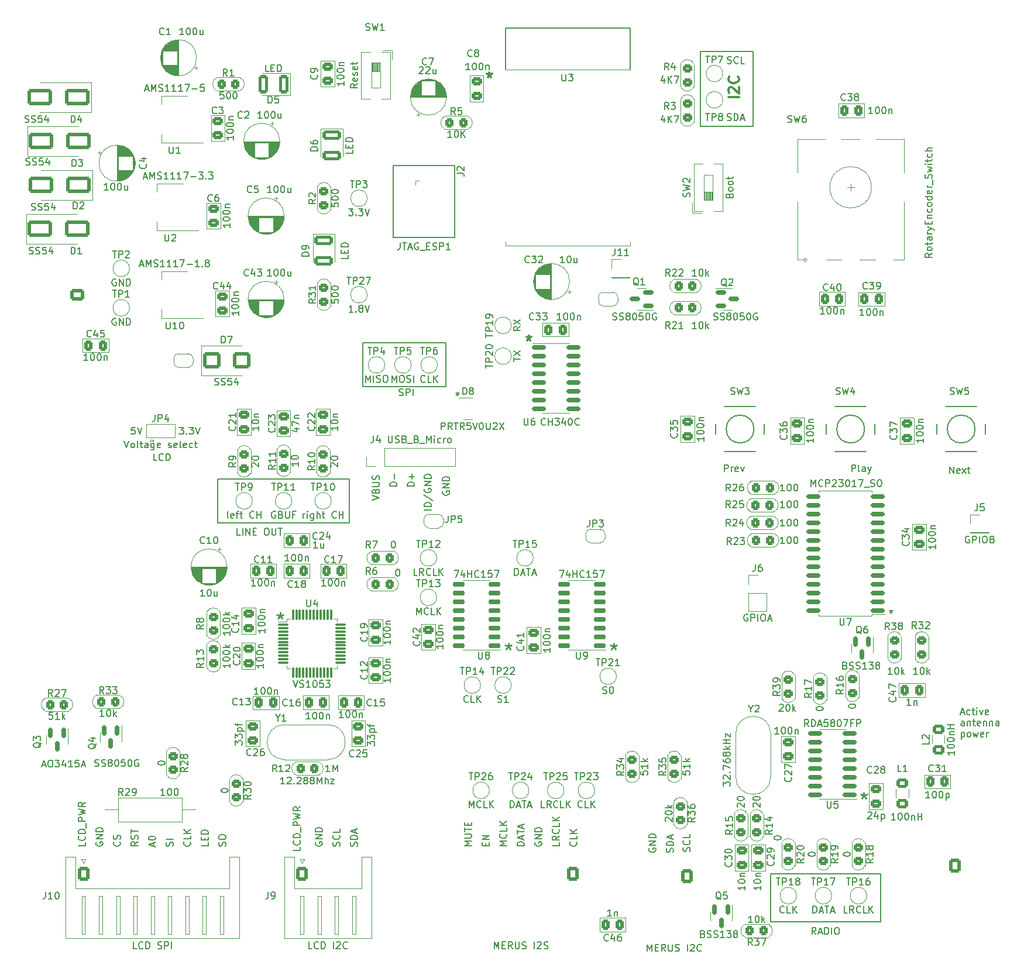
<source format=gbr>
G04 #@! TF.GenerationSoftware,KiCad,Pcbnew,7.0.1*
G04 #@! TF.CreationDate,2023-04-22T18:43:02+03:00*
G04 #@! TF.ProjectId,esp_radio,6573705f-7261-4646-996f-2e6b69636164,rev?*
G04 #@! TF.SameCoordinates,Original*
G04 #@! TF.FileFunction,Legend,Top*
G04 #@! TF.FilePolarity,Positive*
%FSLAX46Y46*%
G04 Gerber Fmt 4.6, Leading zero omitted, Abs format (unit mm)*
G04 Created by KiCad (PCBNEW 7.0.1) date 2023-04-22 18:43:02*
%MOMM*%
%LPD*%
G01*
G04 APERTURE LIST*
G04 Aperture macros list*
%AMRoundRect*
0 Rectangle with rounded corners*
0 $1 Rounding radius*
0 $2 $3 $4 $5 $6 $7 $8 $9 X,Y pos of 4 corners*
0 Add a 4 corners polygon primitive as box body*
4,1,4,$2,$3,$4,$5,$6,$7,$8,$9,$2,$3,0*
0 Add four circle primitives for the rounded corners*
1,1,$1+$1,$2,$3*
1,1,$1+$1,$4,$5*
1,1,$1+$1,$6,$7*
1,1,$1+$1,$8,$9*
0 Add four rect primitives between the rounded corners*
20,1,$1+$1,$2,$3,$4,$5,0*
20,1,$1+$1,$4,$5,$6,$7,0*
20,1,$1+$1,$6,$7,$8,$9,0*
20,1,$1+$1,$8,$9,$2,$3,0*%
%AMFreePoly0*
4,1,19,0.500000,-0.750000,0.000000,-0.750000,0.000000,-0.744911,-0.071157,-0.744911,-0.207708,-0.704816,-0.327430,-0.627875,-0.420627,-0.520320,-0.479746,-0.390866,-0.500000,-0.250000,-0.500000,0.250000,-0.479746,0.390866,-0.420627,0.520320,-0.327430,0.627875,-0.207708,0.704816,-0.071157,0.744911,0.000000,0.744911,0.000000,0.750000,0.500000,0.750000,0.500000,-0.750000,0.500000,-0.750000,
$1*%
%AMFreePoly1*
4,1,19,0.000000,0.744911,0.071157,0.744911,0.207708,0.704816,0.327430,0.627875,0.420627,0.520320,0.479746,0.390866,0.500000,0.250000,0.500000,-0.250000,0.479746,-0.390866,0.420627,-0.520320,0.327430,-0.627875,0.207708,-0.704816,0.071157,-0.744911,0.000000,-0.744911,0.000000,-0.750000,-0.500000,-0.750000,-0.500000,0.750000,0.000000,0.750000,0.000000,0.744911,0.000000,0.744911,
$1*%
G04 Aperture macros list end*
%ADD10C,0.150000*%
%ADD11C,0.250000*%
%ADD12C,0.300000*%
%ADD13C,0.120000*%
%ADD14C,0.200000*%
%ADD15C,0.050000*%
%ADD16R,1.600000X1.600000*%
%ADD17C,1.600000*%
%ADD18RoundRect,0.250000X0.450000X-0.350000X0.450000X0.350000X-0.450000X0.350000X-0.450000X-0.350000X0*%
%ADD19RoundRect,0.250000X-0.350000X-0.450000X0.350000X-0.450000X0.350000X0.450000X-0.350000X0.450000X0*%
%ADD20C,3.400000*%
%ADD21C,6.000000*%
%ADD22RoundRect,0.250000X0.350000X0.450000X-0.350000X0.450000X-0.350000X-0.450000X0.350000X-0.450000X0*%
%ADD23RoundRect,0.250000X0.475000X-0.337500X0.475000X0.337500X-0.475000X0.337500X-0.475000X-0.337500X0*%
%ADD24C,2.000000*%
%ADD25RoundRect,0.250000X-0.450000X0.350000X-0.450000X-0.350000X0.450000X-0.350000X0.450000X0.350000X0*%
%ADD26RoundRect,0.150000X-0.150000X0.587500X-0.150000X-0.587500X0.150000X-0.587500X0.150000X0.587500X0*%
%ADD27RoundRect,0.250000X-0.600000X-0.725000X0.600000X-0.725000X0.600000X0.725000X-0.600000X0.725000X0*%
%ADD28O,1.700000X1.950000*%
%ADD29R,1.700000X1.700000*%
%ADD30R,2.000000X1.500000*%
%ADD31R,2.000000X3.800000*%
%ADD32R,1.120000X2.440000*%
%ADD33RoundRect,0.250000X-0.337500X-0.475000X0.337500X-0.475000X0.337500X0.475000X-0.337500X0.475000X0*%
%ADD34RoundRect,0.250001X0.624999X-0.462499X0.624999X0.462499X-0.624999X0.462499X-0.624999X-0.462499X0*%
%ADD35RoundRect,0.250000X0.337500X0.475000X-0.337500X0.475000X-0.337500X-0.475000X0.337500X-0.475000X0*%
%ADD36R,2.000000X2.000000*%
%ADD37R,2.500000X4.000000*%
%ADD38RoundRect,0.075000X-0.662500X-0.075000X0.662500X-0.075000X0.662500X0.075000X-0.662500X0.075000X0*%
%ADD39RoundRect,0.075000X-0.075000X-0.662500X0.075000X-0.662500X0.075000X0.662500X-0.075000X0.662500X0*%
%ADD40RoundRect,0.150000X0.587500X0.150000X-0.587500X0.150000X-0.587500X-0.150000X0.587500X-0.150000X0*%
%ADD41RoundRect,0.250001X-1.074999X0.462499X-1.074999X-0.462499X1.074999X-0.462499X1.074999X0.462499X0*%
%ADD42RoundRect,0.250000X-0.475000X0.337500X-0.475000X-0.337500X0.475000X-0.337500X0.475000X0.337500X0*%
%ADD43FreePoly0,0.000000*%
%ADD44FreePoly1,0.000000*%
%ADD45C,1.500000*%
%ADD46RoundRect,0.150000X0.850000X0.150000X-0.850000X0.150000X-0.850000X-0.150000X0.850000X-0.150000X0*%
%ADD47RoundRect,0.150000X0.725000X0.150000X-0.725000X0.150000X-0.725000X-0.150000X0.725000X-0.150000X0*%
%ADD48RoundRect,0.250001X-0.624999X0.462499X-0.624999X-0.462499X0.624999X-0.462499X0.624999X0.462499X0*%
%ADD49RoundRect,0.250001X0.462499X1.074999X-0.462499X1.074999X-0.462499X-1.074999X0.462499X-1.074999X0*%
%ADD50FreePoly0,180.000000*%
%ADD51FreePoly1,180.000000*%
%ADD52RoundRect,0.150000X-0.825000X-0.150000X0.825000X-0.150000X0.825000X0.150000X-0.825000X0.150000X0*%
%ADD53O,3.000000X0.900000*%
%ADD54C,0.800000*%
%ADD55R,5.000000X5.000000*%
%ADD56O,1.700000X1.700000*%
%ADD57RoundRect,0.250000X-1.500000X-0.900000X1.500000X-0.900000X1.500000X0.900000X-1.500000X0.900000X0*%
%ADD58C,2.374900*%
%ADD59C,0.990600*%
%ADD60C,0.787400*%
%ADD61O,1.600000X1.600000*%
%ADD62RoundRect,0.250000X-1.000000X-0.900000X1.000000X-0.900000X1.000000X0.900000X-1.000000X0.900000X0*%
%ADD63RoundRect,0.250000X1.500000X0.900000X-1.500000X0.900000X-1.500000X-0.900000X1.500000X-0.900000X0*%
%ADD64R,0.700000X1.000000*%
%ADD65R,0.700000X0.600000*%
%ADD66RoundRect,0.150000X-0.587500X-0.150000X0.587500X-0.150000X0.587500X0.150000X-0.587500X0.150000X0*%
%ADD67RoundRect,0.150000X0.875000X0.150000X-0.875000X0.150000X-0.875000X-0.150000X0.875000X-0.150000X0*%
%ADD68R,1.000000X1.500000*%
%ADD69RoundRect,0.250000X0.600000X0.725000X-0.600000X0.725000X-0.600000X-0.725000X0.600000X-0.725000X0*%
%ADD70RoundRect,0.250000X0.750000X-0.600000X0.750000X0.600000X-0.750000X0.600000X-0.750000X-0.600000X0*%
%ADD71O,2.000000X1.700000*%
%ADD72RoundRect,0.250000X0.600000X0.750000X-0.600000X0.750000X-0.600000X-0.750000X0.600000X-0.750000X0*%
%ADD73O,1.700000X2.000000*%
G04 #@! TA.AperFunction,Profile*
%ADD74C,0.100000*%
G04 #@! TD*
G04 APERTURE END LIST*
D10*
X201930000Y-143510000D02*
X217805000Y-143510000D01*
X217805000Y-150495000D01*
X201930000Y-150495000D01*
X201930000Y-143510000D01*
X191770000Y-24490000D02*
X199390000Y-24490000D01*
X199390000Y-35285000D01*
X191770000Y-35285000D01*
X191770000Y-24490000D01*
X142875000Y-66675000D02*
X154940000Y-66675000D01*
X154940000Y-73025000D01*
X142875000Y-73025000D01*
X142875000Y-66675000D01*
X121920000Y-86360000D02*
X140970000Y-86360000D01*
X140970000Y-92710000D01*
X121920000Y-92710000D01*
X121920000Y-86360000D01*
X147320000Y-41021000D02*
X156210000Y-41021000D01*
X156210000Y-51435000D01*
X147320000Y-51435000D01*
X147320000Y-41021000D01*
D11*
X215391904Y-131740238D02*
X215391904Y-132216428D01*
X214915714Y-132025952D02*
X215391904Y-132216428D01*
X215391904Y-132216428D02*
X215868095Y-132025952D01*
X215106190Y-132597380D02*
X215391904Y-132216428D01*
X215391904Y-132216428D02*
X215677619Y-132597380D01*
D10*
X208454523Y-152277619D02*
X208121190Y-151801428D01*
X207883095Y-152277619D02*
X207883095Y-151277619D01*
X207883095Y-151277619D02*
X208264047Y-151277619D01*
X208264047Y-151277619D02*
X208359285Y-151325238D01*
X208359285Y-151325238D02*
X208406904Y-151372857D01*
X208406904Y-151372857D02*
X208454523Y-151468095D01*
X208454523Y-151468095D02*
X208454523Y-151610952D01*
X208454523Y-151610952D02*
X208406904Y-151706190D01*
X208406904Y-151706190D02*
X208359285Y-151753809D01*
X208359285Y-151753809D02*
X208264047Y-151801428D01*
X208264047Y-151801428D02*
X207883095Y-151801428D01*
X208835476Y-151991904D02*
X209311666Y-151991904D01*
X208740238Y-152277619D02*
X209073571Y-151277619D01*
X209073571Y-151277619D02*
X209406904Y-152277619D01*
X209740238Y-152277619D02*
X209740238Y-151277619D01*
X209740238Y-151277619D02*
X209978333Y-151277619D01*
X209978333Y-151277619D02*
X210121190Y-151325238D01*
X210121190Y-151325238D02*
X210216428Y-151420476D01*
X210216428Y-151420476D02*
X210264047Y-151515714D01*
X210264047Y-151515714D02*
X210311666Y-151706190D01*
X210311666Y-151706190D02*
X210311666Y-151849047D01*
X210311666Y-151849047D02*
X210264047Y-152039523D01*
X210264047Y-152039523D02*
X210216428Y-152134761D01*
X210216428Y-152134761D02*
X210121190Y-152230000D01*
X210121190Y-152230000D02*
X209978333Y-152277619D01*
X209978333Y-152277619D02*
X209740238Y-152277619D01*
X210740238Y-152277619D02*
X210740238Y-151277619D01*
X211406904Y-151277619D02*
X211597380Y-151277619D01*
X211597380Y-151277619D02*
X211692618Y-151325238D01*
X211692618Y-151325238D02*
X211787856Y-151420476D01*
X211787856Y-151420476D02*
X211835475Y-151610952D01*
X211835475Y-151610952D02*
X211835475Y-151944285D01*
X211835475Y-151944285D02*
X211787856Y-152134761D01*
X211787856Y-152134761D02*
X211692618Y-152230000D01*
X211692618Y-152230000D02*
X211597380Y-152277619D01*
X211597380Y-152277619D02*
X211406904Y-152277619D01*
X211406904Y-152277619D02*
X211311666Y-152230000D01*
X211311666Y-152230000D02*
X211216428Y-152134761D01*
X211216428Y-152134761D02*
X211168809Y-151944285D01*
X211168809Y-151944285D02*
X211168809Y-151610952D01*
X211168809Y-151610952D02*
X211216428Y-151420476D01*
X211216428Y-151420476D02*
X211311666Y-151325238D01*
X211311666Y-151325238D02*
X211406904Y-151277619D01*
D11*
X163956904Y-110150238D02*
X163956904Y-110626428D01*
X163480714Y-110435952D02*
X163956904Y-110626428D01*
X163956904Y-110626428D02*
X164433095Y-110435952D01*
X163671190Y-111007380D02*
X163956904Y-110626428D01*
X163956904Y-110626428D02*
X164242619Y-111007380D01*
D10*
X163707619Y-139461904D02*
X162707619Y-139461904D01*
X162707619Y-139461904D02*
X163421904Y-139128571D01*
X163421904Y-139128571D02*
X162707619Y-138795238D01*
X162707619Y-138795238D02*
X163707619Y-138795238D01*
X163612380Y-137747619D02*
X163660000Y-137795238D01*
X163660000Y-137795238D02*
X163707619Y-137938095D01*
X163707619Y-137938095D02*
X163707619Y-138033333D01*
X163707619Y-138033333D02*
X163660000Y-138176190D01*
X163660000Y-138176190D02*
X163564761Y-138271428D01*
X163564761Y-138271428D02*
X163469523Y-138319047D01*
X163469523Y-138319047D02*
X163279047Y-138366666D01*
X163279047Y-138366666D02*
X163136190Y-138366666D01*
X163136190Y-138366666D02*
X162945714Y-138319047D01*
X162945714Y-138319047D02*
X162850476Y-138271428D01*
X162850476Y-138271428D02*
X162755238Y-138176190D01*
X162755238Y-138176190D02*
X162707619Y-138033333D01*
X162707619Y-138033333D02*
X162707619Y-137938095D01*
X162707619Y-137938095D02*
X162755238Y-137795238D01*
X162755238Y-137795238D02*
X162802857Y-137747619D01*
X163707619Y-136842857D02*
X163707619Y-137319047D01*
X163707619Y-137319047D02*
X162707619Y-137319047D01*
X163707619Y-136509523D02*
X162707619Y-136509523D01*
X163707619Y-135938095D02*
X163136190Y-136366666D01*
X162707619Y-135938095D02*
X163279047Y-136509523D01*
X173772380Y-138890476D02*
X173820000Y-138938095D01*
X173820000Y-138938095D02*
X173867619Y-139080952D01*
X173867619Y-139080952D02*
X173867619Y-139176190D01*
X173867619Y-139176190D02*
X173820000Y-139319047D01*
X173820000Y-139319047D02*
X173724761Y-139414285D01*
X173724761Y-139414285D02*
X173629523Y-139461904D01*
X173629523Y-139461904D02*
X173439047Y-139509523D01*
X173439047Y-139509523D02*
X173296190Y-139509523D01*
X173296190Y-139509523D02*
X173105714Y-139461904D01*
X173105714Y-139461904D02*
X173010476Y-139414285D01*
X173010476Y-139414285D02*
X172915238Y-139319047D01*
X172915238Y-139319047D02*
X172867619Y-139176190D01*
X172867619Y-139176190D02*
X172867619Y-139080952D01*
X172867619Y-139080952D02*
X172915238Y-138938095D01*
X172915238Y-138938095D02*
X172962857Y-138890476D01*
X173867619Y-137985714D02*
X173867619Y-138461904D01*
X173867619Y-138461904D02*
X172867619Y-138461904D01*
X173867619Y-137652380D02*
X172867619Y-137652380D01*
X173867619Y-137080952D02*
X173296190Y-137509523D01*
X172867619Y-137080952D02*
X173439047Y-137652380D01*
D12*
X161226428Y-27526428D02*
X161226428Y-27883571D01*
X160869285Y-27740714D02*
X161226428Y-27883571D01*
X161226428Y-27883571D02*
X161583571Y-27740714D01*
X161012142Y-28169285D02*
X161226428Y-27883571D01*
X161226428Y-27883571D02*
X161440714Y-28169285D01*
D10*
X115400000Y-139509523D02*
X115447619Y-139366666D01*
X115447619Y-139366666D02*
X115447619Y-139128571D01*
X115447619Y-139128571D02*
X115400000Y-139033333D01*
X115400000Y-139033333D02*
X115352380Y-138985714D01*
X115352380Y-138985714D02*
X115257142Y-138938095D01*
X115257142Y-138938095D02*
X115161904Y-138938095D01*
X115161904Y-138938095D02*
X115066666Y-138985714D01*
X115066666Y-138985714D02*
X115019047Y-139033333D01*
X115019047Y-139033333D02*
X114971428Y-139128571D01*
X114971428Y-139128571D02*
X114923809Y-139319047D01*
X114923809Y-139319047D02*
X114876190Y-139414285D01*
X114876190Y-139414285D02*
X114828571Y-139461904D01*
X114828571Y-139461904D02*
X114733333Y-139509523D01*
X114733333Y-139509523D02*
X114638095Y-139509523D01*
X114638095Y-139509523D02*
X114542857Y-139461904D01*
X114542857Y-139461904D02*
X114495238Y-139414285D01*
X114495238Y-139414285D02*
X114447619Y-139319047D01*
X114447619Y-139319047D02*
X114447619Y-139080952D01*
X114447619Y-139080952D02*
X114495238Y-138938095D01*
X115447619Y-138509523D02*
X114447619Y-138509523D01*
X117892380Y-138890476D02*
X117940000Y-138938095D01*
X117940000Y-138938095D02*
X117987619Y-139080952D01*
X117987619Y-139080952D02*
X117987619Y-139176190D01*
X117987619Y-139176190D02*
X117940000Y-139319047D01*
X117940000Y-139319047D02*
X117844761Y-139414285D01*
X117844761Y-139414285D02*
X117749523Y-139461904D01*
X117749523Y-139461904D02*
X117559047Y-139509523D01*
X117559047Y-139509523D02*
X117416190Y-139509523D01*
X117416190Y-139509523D02*
X117225714Y-139461904D01*
X117225714Y-139461904D02*
X117130476Y-139414285D01*
X117130476Y-139414285D02*
X117035238Y-139319047D01*
X117035238Y-139319047D02*
X116987619Y-139176190D01*
X116987619Y-139176190D02*
X116987619Y-139080952D01*
X116987619Y-139080952D02*
X117035238Y-138938095D01*
X117035238Y-138938095D02*
X117082857Y-138890476D01*
X117987619Y-137985714D02*
X117987619Y-138461904D01*
X117987619Y-138461904D02*
X116987619Y-138461904D01*
X117987619Y-137652380D02*
X116987619Y-137652380D01*
X117987619Y-137080952D02*
X117416190Y-137509523D01*
X116987619Y-137080952D02*
X117559047Y-137652380D01*
X123020000Y-139509523D02*
X123067619Y-139366666D01*
X123067619Y-139366666D02*
X123067619Y-139128571D01*
X123067619Y-139128571D02*
X123020000Y-139033333D01*
X123020000Y-139033333D02*
X122972380Y-138985714D01*
X122972380Y-138985714D02*
X122877142Y-138938095D01*
X122877142Y-138938095D02*
X122781904Y-138938095D01*
X122781904Y-138938095D02*
X122686666Y-138985714D01*
X122686666Y-138985714D02*
X122639047Y-139033333D01*
X122639047Y-139033333D02*
X122591428Y-139128571D01*
X122591428Y-139128571D02*
X122543809Y-139319047D01*
X122543809Y-139319047D02*
X122496190Y-139414285D01*
X122496190Y-139414285D02*
X122448571Y-139461904D01*
X122448571Y-139461904D02*
X122353333Y-139509523D01*
X122353333Y-139509523D02*
X122258095Y-139509523D01*
X122258095Y-139509523D02*
X122162857Y-139461904D01*
X122162857Y-139461904D02*
X122115238Y-139414285D01*
X122115238Y-139414285D02*
X122067619Y-139319047D01*
X122067619Y-139319047D02*
X122067619Y-139080952D01*
X122067619Y-139080952D02*
X122115238Y-138938095D01*
X122067619Y-138319047D02*
X122067619Y-138128571D01*
X122067619Y-138128571D02*
X122115238Y-138033333D01*
X122115238Y-138033333D02*
X122210476Y-137938095D01*
X122210476Y-137938095D02*
X122400952Y-137890476D01*
X122400952Y-137890476D02*
X122734285Y-137890476D01*
X122734285Y-137890476D02*
X122924761Y-137938095D01*
X122924761Y-137938095D02*
X123020000Y-138033333D01*
X123020000Y-138033333D02*
X123067619Y-138128571D01*
X123067619Y-138128571D02*
X123067619Y-138319047D01*
X123067619Y-138319047D02*
X123020000Y-138414285D01*
X123020000Y-138414285D02*
X122924761Y-138509523D01*
X122924761Y-138509523D02*
X122734285Y-138557142D01*
X122734285Y-138557142D02*
X122400952Y-138557142D01*
X122400952Y-138557142D02*
X122210476Y-138509523D01*
X122210476Y-138509523D02*
X122115238Y-138414285D01*
X122115238Y-138414285D02*
X122067619Y-138319047D01*
X156590952Y-73807619D02*
X156590952Y-74045714D01*
X156352857Y-73950476D02*
X156590952Y-74045714D01*
X156590952Y-74045714D02*
X156829047Y-73950476D01*
X156448095Y-74236190D02*
X156590952Y-74045714D01*
X156590952Y-74045714D02*
X156733809Y-74236190D01*
X139530000Y-139509523D02*
X139577619Y-139366666D01*
X139577619Y-139366666D02*
X139577619Y-139128571D01*
X139577619Y-139128571D02*
X139530000Y-139033333D01*
X139530000Y-139033333D02*
X139482380Y-138985714D01*
X139482380Y-138985714D02*
X139387142Y-138938095D01*
X139387142Y-138938095D02*
X139291904Y-138938095D01*
X139291904Y-138938095D02*
X139196666Y-138985714D01*
X139196666Y-138985714D02*
X139149047Y-139033333D01*
X139149047Y-139033333D02*
X139101428Y-139128571D01*
X139101428Y-139128571D02*
X139053809Y-139319047D01*
X139053809Y-139319047D02*
X139006190Y-139414285D01*
X139006190Y-139414285D02*
X138958571Y-139461904D01*
X138958571Y-139461904D02*
X138863333Y-139509523D01*
X138863333Y-139509523D02*
X138768095Y-139509523D01*
X138768095Y-139509523D02*
X138672857Y-139461904D01*
X138672857Y-139461904D02*
X138625238Y-139414285D01*
X138625238Y-139414285D02*
X138577619Y-139319047D01*
X138577619Y-139319047D02*
X138577619Y-139080952D01*
X138577619Y-139080952D02*
X138625238Y-138938095D01*
X139482380Y-137938095D02*
X139530000Y-137985714D01*
X139530000Y-137985714D02*
X139577619Y-138128571D01*
X139577619Y-138128571D02*
X139577619Y-138223809D01*
X139577619Y-138223809D02*
X139530000Y-138366666D01*
X139530000Y-138366666D02*
X139434761Y-138461904D01*
X139434761Y-138461904D02*
X139339523Y-138509523D01*
X139339523Y-138509523D02*
X139149047Y-138557142D01*
X139149047Y-138557142D02*
X139006190Y-138557142D01*
X139006190Y-138557142D02*
X138815714Y-138509523D01*
X138815714Y-138509523D02*
X138720476Y-138461904D01*
X138720476Y-138461904D02*
X138625238Y-138366666D01*
X138625238Y-138366666D02*
X138577619Y-138223809D01*
X138577619Y-138223809D02*
X138577619Y-138128571D01*
X138577619Y-138128571D02*
X138625238Y-137985714D01*
X138625238Y-137985714D02*
X138672857Y-137938095D01*
X139577619Y-137033333D02*
X139577619Y-137509523D01*
X139577619Y-137509523D02*
X138577619Y-137509523D01*
X112621904Y-139509523D02*
X112621904Y-139033333D01*
X112907619Y-139604761D02*
X111907619Y-139271428D01*
X111907619Y-139271428D02*
X112907619Y-138938095D01*
X111907619Y-138414285D02*
X111907619Y-138319047D01*
X111907619Y-138319047D02*
X111955238Y-138223809D01*
X111955238Y-138223809D02*
X112002857Y-138176190D01*
X112002857Y-138176190D02*
X112098095Y-138128571D01*
X112098095Y-138128571D02*
X112288571Y-138080952D01*
X112288571Y-138080952D02*
X112526666Y-138080952D01*
X112526666Y-138080952D02*
X112717142Y-138128571D01*
X112717142Y-138128571D02*
X112812380Y-138176190D01*
X112812380Y-138176190D02*
X112860000Y-138223809D01*
X112860000Y-138223809D02*
X112907619Y-138319047D01*
X112907619Y-138319047D02*
X112907619Y-138414285D01*
X112907619Y-138414285D02*
X112860000Y-138509523D01*
X112860000Y-138509523D02*
X112812380Y-138557142D01*
X112812380Y-138557142D02*
X112717142Y-138604761D01*
X112717142Y-138604761D02*
X112526666Y-138652380D01*
X112526666Y-138652380D02*
X112288571Y-138652380D01*
X112288571Y-138652380D02*
X112098095Y-138604761D01*
X112098095Y-138604761D02*
X112002857Y-138557142D01*
X112002857Y-138557142D02*
X111955238Y-138509523D01*
X111955238Y-138509523D02*
X111907619Y-138414285D01*
X104335238Y-138938095D02*
X104287619Y-139033333D01*
X104287619Y-139033333D02*
X104287619Y-139176190D01*
X104287619Y-139176190D02*
X104335238Y-139319047D01*
X104335238Y-139319047D02*
X104430476Y-139414285D01*
X104430476Y-139414285D02*
X104525714Y-139461904D01*
X104525714Y-139461904D02*
X104716190Y-139509523D01*
X104716190Y-139509523D02*
X104859047Y-139509523D01*
X104859047Y-139509523D02*
X105049523Y-139461904D01*
X105049523Y-139461904D02*
X105144761Y-139414285D01*
X105144761Y-139414285D02*
X105240000Y-139319047D01*
X105240000Y-139319047D02*
X105287619Y-139176190D01*
X105287619Y-139176190D02*
X105287619Y-139080952D01*
X105287619Y-139080952D02*
X105240000Y-138938095D01*
X105240000Y-138938095D02*
X105192380Y-138890476D01*
X105192380Y-138890476D02*
X104859047Y-138890476D01*
X104859047Y-138890476D02*
X104859047Y-139080952D01*
X105287619Y-138461904D02*
X104287619Y-138461904D01*
X104287619Y-138461904D02*
X105287619Y-137890476D01*
X105287619Y-137890476D02*
X104287619Y-137890476D01*
X105287619Y-137414285D02*
X104287619Y-137414285D01*
X104287619Y-137414285D02*
X104287619Y-137176190D01*
X104287619Y-137176190D02*
X104335238Y-137033333D01*
X104335238Y-137033333D02*
X104430476Y-136938095D01*
X104430476Y-136938095D02*
X104525714Y-136890476D01*
X104525714Y-136890476D02*
X104716190Y-136842857D01*
X104716190Y-136842857D02*
X104859047Y-136842857D01*
X104859047Y-136842857D02*
X105049523Y-136890476D01*
X105049523Y-136890476D02*
X105144761Y-136938095D01*
X105144761Y-136938095D02*
X105240000Y-137033333D01*
X105240000Y-137033333D02*
X105287619Y-137176190D01*
X105287619Y-137176190D02*
X105287619Y-137414285D01*
X144292619Y-89439761D02*
X145292619Y-89106428D01*
X145292619Y-89106428D02*
X144292619Y-88773095D01*
X144768809Y-88106428D02*
X144816428Y-87963571D01*
X144816428Y-87963571D02*
X144864047Y-87915952D01*
X144864047Y-87915952D02*
X144959285Y-87868333D01*
X144959285Y-87868333D02*
X145102142Y-87868333D01*
X145102142Y-87868333D02*
X145197380Y-87915952D01*
X145197380Y-87915952D02*
X145245000Y-87963571D01*
X145245000Y-87963571D02*
X145292619Y-88058809D01*
X145292619Y-88058809D02*
X145292619Y-88439761D01*
X145292619Y-88439761D02*
X144292619Y-88439761D01*
X144292619Y-88439761D02*
X144292619Y-88106428D01*
X144292619Y-88106428D02*
X144340238Y-88011190D01*
X144340238Y-88011190D02*
X144387857Y-87963571D01*
X144387857Y-87963571D02*
X144483095Y-87915952D01*
X144483095Y-87915952D02*
X144578333Y-87915952D01*
X144578333Y-87915952D02*
X144673571Y-87963571D01*
X144673571Y-87963571D02*
X144721190Y-88011190D01*
X144721190Y-88011190D02*
X144768809Y-88106428D01*
X144768809Y-88106428D02*
X144768809Y-88439761D01*
X144292619Y-87439761D02*
X145102142Y-87439761D01*
X145102142Y-87439761D02*
X145197380Y-87392142D01*
X145197380Y-87392142D02*
X145245000Y-87344523D01*
X145245000Y-87344523D02*
X145292619Y-87249285D01*
X145292619Y-87249285D02*
X145292619Y-87058809D01*
X145292619Y-87058809D02*
X145245000Y-86963571D01*
X145245000Y-86963571D02*
X145197380Y-86915952D01*
X145197380Y-86915952D02*
X145102142Y-86868333D01*
X145102142Y-86868333D02*
X144292619Y-86868333D01*
X145245000Y-86439761D02*
X145292619Y-86296904D01*
X145292619Y-86296904D02*
X145292619Y-86058809D01*
X145292619Y-86058809D02*
X145245000Y-85963571D01*
X145245000Y-85963571D02*
X145197380Y-85915952D01*
X145197380Y-85915952D02*
X145102142Y-85868333D01*
X145102142Y-85868333D02*
X145006904Y-85868333D01*
X145006904Y-85868333D02*
X144911666Y-85915952D01*
X144911666Y-85915952D02*
X144864047Y-85963571D01*
X144864047Y-85963571D02*
X144816428Y-86058809D01*
X144816428Y-86058809D02*
X144768809Y-86249285D01*
X144768809Y-86249285D02*
X144721190Y-86344523D01*
X144721190Y-86344523D02*
X144673571Y-86392142D01*
X144673571Y-86392142D02*
X144578333Y-86439761D01*
X144578333Y-86439761D02*
X144483095Y-86439761D01*
X144483095Y-86439761D02*
X144387857Y-86392142D01*
X144387857Y-86392142D02*
X144340238Y-86344523D01*
X144340238Y-86344523D02*
X144292619Y-86249285D01*
X144292619Y-86249285D02*
X144292619Y-86011190D01*
X144292619Y-86011190D02*
X144340238Y-85868333D01*
X102747619Y-138985714D02*
X102747619Y-139461904D01*
X102747619Y-139461904D02*
X101747619Y-139461904D01*
X102652380Y-138080952D02*
X102700000Y-138128571D01*
X102700000Y-138128571D02*
X102747619Y-138271428D01*
X102747619Y-138271428D02*
X102747619Y-138366666D01*
X102747619Y-138366666D02*
X102700000Y-138509523D01*
X102700000Y-138509523D02*
X102604761Y-138604761D01*
X102604761Y-138604761D02*
X102509523Y-138652380D01*
X102509523Y-138652380D02*
X102319047Y-138699999D01*
X102319047Y-138699999D02*
X102176190Y-138699999D01*
X102176190Y-138699999D02*
X101985714Y-138652380D01*
X101985714Y-138652380D02*
X101890476Y-138604761D01*
X101890476Y-138604761D02*
X101795238Y-138509523D01*
X101795238Y-138509523D02*
X101747619Y-138366666D01*
X101747619Y-138366666D02*
X101747619Y-138271428D01*
X101747619Y-138271428D02*
X101795238Y-138128571D01*
X101795238Y-138128571D02*
X101842857Y-138080952D01*
X102747619Y-137652380D02*
X101747619Y-137652380D01*
X101747619Y-137652380D02*
X101747619Y-137414285D01*
X101747619Y-137414285D02*
X101795238Y-137271428D01*
X101795238Y-137271428D02*
X101890476Y-137176190D01*
X101890476Y-137176190D02*
X101985714Y-137128571D01*
X101985714Y-137128571D02*
X102176190Y-137080952D01*
X102176190Y-137080952D02*
X102319047Y-137080952D01*
X102319047Y-137080952D02*
X102509523Y-137128571D01*
X102509523Y-137128571D02*
X102604761Y-137176190D01*
X102604761Y-137176190D02*
X102700000Y-137271428D01*
X102700000Y-137271428D02*
X102747619Y-137414285D01*
X102747619Y-137414285D02*
X102747619Y-137652380D01*
X102842857Y-136890476D02*
X102842857Y-136128571D01*
X102747619Y-135890475D02*
X101747619Y-135890475D01*
X101747619Y-135890475D02*
X101747619Y-135509523D01*
X101747619Y-135509523D02*
X101795238Y-135414285D01*
X101795238Y-135414285D02*
X101842857Y-135366666D01*
X101842857Y-135366666D02*
X101938095Y-135319047D01*
X101938095Y-135319047D02*
X102080952Y-135319047D01*
X102080952Y-135319047D02*
X102176190Y-135366666D01*
X102176190Y-135366666D02*
X102223809Y-135414285D01*
X102223809Y-135414285D02*
X102271428Y-135509523D01*
X102271428Y-135509523D02*
X102271428Y-135890475D01*
X101747619Y-134985713D02*
X102747619Y-134747618D01*
X102747619Y-134747618D02*
X102033333Y-134557142D01*
X102033333Y-134557142D02*
X102747619Y-134366666D01*
X102747619Y-134366666D02*
X101747619Y-134128571D01*
X102747619Y-133176190D02*
X102271428Y-133509523D01*
X102747619Y-133747618D02*
X101747619Y-133747618D01*
X101747619Y-133747618D02*
X101747619Y-133366666D01*
X101747619Y-133366666D02*
X101795238Y-133271428D01*
X101795238Y-133271428D02*
X101842857Y-133223809D01*
X101842857Y-133223809D02*
X101938095Y-133176190D01*
X101938095Y-133176190D02*
X102080952Y-133176190D01*
X102080952Y-133176190D02*
X102176190Y-133223809D01*
X102176190Y-133223809D02*
X102223809Y-133271428D01*
X102223809Y-133271428D02*
X102271428Y-133366666D01*
X102271428Y-133366666D02*
X102271428Y-133747618D01*
X219328952Y-105303619D02*
X219328952Y-105541714D01*
X219090857Y-105446476D02*
X219328952Y-105541714D01*
X219328952Y-105541714D02*
X219567047Y-105446476D01*
X219186095Y-105732190D02*
X219328952Y-105541714D01*
X219328952Y-105541714D02*
X219471809Y-105732190D01*
X160643809Y-139461904D02*
X160643809Y-139128571D01*
X161167619Y-138985714D02*
X161167619Y-139461904D01*
X161167619Y-139461904D02*
X160167619Y-139461904D01*
X160167619Y-139461904D02*
X160167619Y-138985714D01*
X161167619Y-138557142D02*
X160167619Y-138557142D01*
X160167619Y-138557142D02*
X161167619Y-137985714D01*
X161167619Y-137985714D02*
X160167619Y-137985714D01*
X133862619Y-139620714D02*
X133862619Y-140096904D01*
X133862619Y-140096904D02*
X132862619Y-140096904D01*
X133767380Y-138715952D02*
X133815000Y-138763571D01*
X133815000Y-138763571D02*
X133862619Y-138906428D01*
X133862619Y-138906428D02*
X133862619Y-139001666D01*
X133862619Y-139001666D02*
X133815000Y-139144523D01*
X133815000Y-139144523D02*
X133719761Y-139239761D01*
X133719761Y-139239761D02*
X133624523Y-139287380D01*
X133624523Y-139287380D02*
X133434047Y-139334999D01*
X133434047Y-139334999D02*
X133291190Y-139334999D01*
X133291190Y-139334999D02*
X133100714Y-139287380D01*
X133100714Y-139287380D02*
X133005476Y-139239761D01*
X133005476Y-139239761D02*
X132910238Y-139144523D01*
X132910238Y-139144523D02*
X132862619Y-139001666D01*
X132862619Y-139001666D02*
X132862619Y-138906428D01*
X132862619Y-138906428D02*
X132910238Y-138763571D01*
X132910238Y-138763571D02*
X132957857Y-138715952D01*
X133862619Y-138287380D02*
X132862619Y-138287380D01*
X132862619Y-138287380D02*
X132862619Y-138049285D01*
X132862619Y-138049285D02*
X132910238Y-137906428D01*
X132910238Y-137906428D02*
X133005476Y-137811190D01*
X133005476Y-137811190D02*
X133100714Y-137763571D01*
X133100714Y-137763571D02*
X133291190Y-137715952D01*
X133291190Y-137715952D02*
X133434047Y-137715952D01*
X133434047Y-137715952D02*
X133624523Y-137763571D01*
X133624523Y-137763571D02*
X133719761Y-137811190D01*
X133719761Y-137811190D02*
X133815000Y-137906428D01*
X133815000Y-137906428D02*
X133862619Y-138049285D01*
X133862619Y-138049285D02*
X133862619Y-138287380D01*
X133957857Y-137525476D02*
X133957857Y-136763571D01*
X133862619Y-136525475D02*
X132862619Y-136525475D01*
X132862619Y-136525475D02*
X132862619Y-136144523D01*
X132862619Y-136144523D02*
X132910238Y-136049285D01*
X132910238Y-136049285D02*
X132957857Y-136001666D01*
X132957857Y-136001666D02*
X133053095Y-135954047D01*
X133053095Y-135954047D02*
X133195952Y-135954047D01*
X133195952Y-135954047D02*
X133291190Y-136001666D01*
X133291190Y-136001666D02*
X133338809Y-136049285D01*
X133338809Y-136049285D02*
X133386428Y-136144523D01*
X133386428Y-136144523D02*
X133386428Y-136525475D01*
X132862619Y-135620713D02*
X133862619Y-135382618D01*
X133862619Y-135382618D02*
X133148333Y-135192142D01*
X133148333Y-135192142D02*
X133862619Y-135001666D01*
X133862619Y-135001666D02*
X132862619Y-134763571D01*
X133862619Y-133811190D02*
X133386428Y-134144523D01*
X133862619Y-134382618D02*
X132862619Y-134382618D01*
X132862619Y-134382618D02*
X132862619Y-134001666D01*
X132862619Y-134001666D02*
X132910238Y-133906428D01*
X132910238Y-133906428D02*
X132957857Y-133858809D01*
X132957857Y-133858809D02*
X133053095Y-133811190D01*
X133053095Y-133811190D02*
X133195952Y-133811190D01*
X133195952Y-133811190D02*
X133291190Y-133858809D01*
X133291190Y-133858809D02*
X133338809Y-133906428D01*
X133338809Y-133906428D02*
X133386428Y-134001666D01*
X133386428Y-134001666D02*
X133386428Y-134382618D01*
X113109285Y-83697619D02*
X112633095Y-83697619D01*
X112633095Y-83697619D02*
X112633095Y-82697619D01*
X114014047Y-83602380D02*
X113966428Y-83650000D01*
X113966428Y-83650000D02*
X113823571Y-83697619D01*
X113823571Y-83697619D02*
X113728333Y-83697619D01*
X113728333Y-83697619D02*
X113585476Y-83650000D01*
X113585476Y-83650000D02*
X113490238Y-83554761D01*
X113490238Y-83554761D02*
X113442619Y-83459523D01*
X113442619Y-83459523D02*
X113395000Y-83269047D01*
X113395000Y-83269047D02*
X113395000Y-83126190D01*
X113395000Y-83126190D02*
X113442619Y-82935714D01*
X113442619Y-82935714D02*
X113490238Y-82840476D01*
X113490238Y-82840476D02*
X113585476Y-82745238D01*
X113585476Y-82745238D02*
X113728333Y-82697619D01*
X113728333Y-82697619D02*
X113823571Y-82697619D01*
X113823571Y-82697619D02*
X113966428Y-82745238D01*
X113966428Y-82745238D02*
X114014047Y-82792857D01*
X114442619Y-83697619D02*
X114442619Y-82697619D01*
X114442619Y-82697619D02*
X114680714Y-82697619D01*
X114680714Y-82697619D02*
X114823571Y-82745238D01*
X114823571Y-82745238D02*
X114918809Y-82840476D01*
X114918809Y-82840476D02*
X114966428Y-82935714D01*
X114966428Y-82935714D02*
X115014047Y-83126190D01*
X115014047Y-83126190D02*
X115014047Y-83269047D01*
X115014047Y-83269047D02*
X114966428Y-83459523D01*
X114966428Y-83459523D02*
X114918809Y-83554761D01*
X114918809Y-83554761D02*
X114823571Y-83650000D01*
X114823571Y-83650000D02*
X114680714Y-83697619D01*
X114680714Y-83697619D02*
X114442619Y-83697619D01*
X116347857Y-78887619D02*
X116966904Y-78887619D01*
X116966904Y-78887619D02*
X116633571Y-79268571D01*
X116633571Y-79268571D02*
X116776428Y-79268571D01*
X116776428Y-79268571D02*
X116871666Y-79316190D01*
X116871666Y-79316190D02*
X116919285Y-79363809D01*
X116919285Y-79363809D02*
X116966904Y-79459047D01*
X116966904Y-79459047D02*
X116966904Y-79697142D01*
X116966904Y-79697142D02*
X116919285Y-79792380D01*
X116919285Y-79792380D02*
X116871666Y-79840000D01*
X116871666Y-79840000D02*
X116776428Y-79887619D01*
X116776428Y-79887619D02*
X116490714Y-79887619D01*
X116490714Y-79887619D02*
X116395476Y-79840000D01*
X116395476Y-79840000D02*
X116347857Y-79792380D01*
X117395476Y-79792380D02*
X117443095Y-79840000D01*
X117443095Y-79840000D02*
X117395476Y-79887619D01*
X117395476Y-79887619D02*
X117347857Y-79840000D01*
X117347857Y-79840000D02*
X117395476Y-79792380D01*
X117395476Y-79792380D02*
X117395476Y-79887619D01*
X117776428Y-78887619D02*
X118395475Y-78887619D01*
X118395475Y-78887619D02*
X118062142Y-79268571D01*
X118062142Y-79268571D02*
X118204999Y-79268571D01*
X118204999Y-79268571D02*
X118300237Y-79316190D01*
X118300237Y-79316190D02*
X118347856Y-79363809D01*
X118347856Y-79363809D02*
X118395475Y-79459047D01*
X118395475Y-79459047D02*
X118395475Y-79697142D01*
X118395475Y-79697142D02*
X118347856Y-79792380D01*
X118347856Y-79792380D02*
X118300237Y-79840000D01*
X118300237Y-79840000D02*
X118204999Y-79887619D01*
X118204999Y-79887619D02*
X117919285Y-79887619D01*
X117919285Y-79887619D02*
X117824047Y-79840000D01*
X117824047Y-79840000D02*
X117776428Y-79792380D01*
X118681190Y-78887619D02*
X119014523Y-79887619D01*
X119014523Y-79887619D02*
X119347856Y-78887619D01*
X136085238Y-138938095D02*
X136037619Y-139033333D01*
X136037619Y-139033333D02*
X136037619Y-139176190D01*
X136037619Y-139176190D02*
X136085238Y-139319047D01*
X136085238Y-139319047D02*
X136180476Y-139414285D01*
X136180476Y-139414285D02*
X136275714Y-139461904D01*
X136275714Y-139461904D02*
X136466190Y-139509523D01*
X136466190Y-139509523D02*
X136609047Y-139509523D01*
X136609047Y-139509523D02*
X136799523Y-139461904D01*
X136799523Y-139461904D02*
X136894761Y-139414285D01*
X136894761Y-139414285D02*
X136990000Y-139319047D01*
X136990000Y-139319047D02*
X137037619Y-139176190D01*
X137037619Y-139176190D02*
X137037619Y-139080952D01*
X137037619Y-139080952D02*
X136990000Y-138938095D01*
X136990000Y-138938095D02*
X136942380Y-138890476D01*
X136942380Y-138890476D02*
X136609047Y-138890476D01*
X136609047Y-138890476D02*
X136609047Y-139080952D01*
X137037619Y-138461904D02*
X136037619Y-138461904D01*
X136037619Y-138461904D02*
X137037619Y-137890476D01*
X137037619Y-137890476D02*
X136037619Y-137890476D01*
X137037619Y-137414285D02*
X136037619Y-137414285D01*
X136037619Y-137414285D02*
X136037619Y-137176190D01*
X136037619Y-137176190D02*
X136085238Y-137033333D01*
X136085238Y-137033333D02*
X136180476Y-136938095D01*
X136180476Y-136938095D02*
X136275714Y-136890476D01*
X136275714Y-136890476D02*
X136466190Y-136842857D01*
X136466190Y-136842857D02*
X136609047Y-136842857D01*
X136609047Y-136842857D02*
X136799523Y-136890476D01*
X136799523Y-136890476D02*
X136894761Y-136938095D01*
X136894761Y-136938095D02*
X136990000Y-137033333D01*
X136990000Y-137033333D02*
X137037619Y-137176190D01*
X137037619Y-137176190D02*
X137037619Y-137414285D01*
X184345238Y-139827095D02*
X184297619Y-139922333D01*
X184297619Y-139922333D02*
X184297619Y-140065190D01*
X184297619Y-140065190D02*
X184345238Y-140208047D01*
X184345238Y-140208047D02*
X184440476Y-140303285D01*
X184440476Y-140303285D02*
X184535714Y-140350904D01*
X184535714Y-140350904D02*
X184726190Y-140398523D01*
X184726190Y-140398523D02*
X184869047Y-140398523D01*
X184869047Y-140398523D02*
X185059523Y-140350904D01*
X185059523Y-140350904D02*
X185154761Y-140303285D01*
X185154761Y-140303285D02*
X185250000Y-140208047D01*
X185250000Y-140208047D02*
X185297619Y-140065190D01*
X185297619Y-140065190D02*
X185297619Y-139969952D01*
X185297619Y-139969952D02*
X185250000Y-139827095D01*
X185250000Y-139827095D02*
X185202380Y-139779476D01*
X185202380Y-139779476D02*
X184869047Y-139779476D01*
X184869047Y-139779476D02*
X184869047Y-139969952D01*
X185297619Y-139350904D02*
X184297619Y-139350904D01*
X184297619Y-139350904D02*
X185297619Y-138779476D01*
X185297619Y-138779476D02*
X184297619Y-138779476D01*
X185297619Y-138303285D02*
X184297619Y-138303285D01*
X184297619Y-138303285D02*
X184297619Y-138065190D01*
X184297619Y-138065190D02*
X184345238Y-137922333D01*
X184345238Y-137922333D02*
X184440476Y-137827095D01*
X184440476Y-137827095D02*
X184535714Y-137779476D01*
X184535714Y-137779476D02*
X184726190Y-137731857D01*
X184726190Y-137731857D02*
X184869047Y-137731857D01*
X184869047Y-137731857D02*
X185059523Y-137779476D01*
X185059523Y-137779476D02*
X185154761Y-137827095D01*
X185154761Y-137827095D02*
X185250000Y-137922333D01*
X185250000Y-137922333D02*
X185297619Y-138065190D01*
X185297619Y-138065190D02*
X185297619Y-138303285D01*
X158627619Y-139461904D02*
X157627619Y-139461904D01*
X157627619Y-139461904D02*
X158341904Y-139128571D01*
X158341904Y-139128571D02*
X157627619Y-138795238D01*
X157627619Y-138795238D02*
X158627619Y-138795238D01*
X157627619Y-138319047D02*
X158437142Y-138319047D01*
X158437142Y-138319047D02*
X158532380Y-138271428D01*
X158532380Y-138271428D02*
X158580000Y-138223809D01*
X158580000Y-138223809D02*
X158627619Y-138128571D01*
X158627619Y-138128571D02*
X158627619Y-137938095D01*
X158627619Y-137938095D02*
X158580000Y-137842857D01*
X158580000Y-137842857D02*
X158532380Y-137795238D01*
X158532380Y-137795238D02*
X158437142Y-137747619D01*
X158437142Y-137747619D02*
X157627619Y-137747619D01*
X157627619Y-137414285D02*
X157627619Y-136842857D01*
X158627619Y-137128571D02*
X157627619Y-137128571D01*
X158103809Y-136509523D02*
X158103809Y-136176190D01*
X158627619Y-136033333D02*
X158627619Y-136509523D01*
X158627619Y-136509523D02*
X157627619Y-136509523D01*
X157627619Y-136509523D02*
X157627619Y-136033333D01*
D11*
X179196904Y-110150238D02*
X179196904Y-110626428D01*
X178720714Y-110435952D02*
X179196904Y-110626428D01*
X179196904Y-110626428D02*
X179673095Y-110435952D01*
X178911190Y-111007380D02*
X179196904Y-110626428D01*
X179196904Y-110626428D02*
X179482619Y-111007380D01*
D10*
X190203000Y-140271523D02*
X190250619Y-140128666D01*
X190250619Y-140128666D02*
X190250619Y-139890571D01*
X190250619Y-139890571D02*
X190203000Y-139795333D01*
X190203000Y-139795333D02*
X190155380Y-139747714D01*
X190155380Y-139747714D02*
X190060142Y-139700095D01*
X190060142Y-139700095D02*
X189964904Y-139700095D01*
X189964904Y-139700095D02*
X189869666Y-139747714D01*
X189869666Y-139747714D02*
X189822047Y-139795333D01*
X189822047Y-139795333D02*
X189774428Y-139890571D01*
X189774428Y-139890571D02*
X189726809Y-140081047D01*
X189726809Y-140081047D02*
X189679190Y-140176285D01*
X189679190Y-140176285D02*
X189631571Y-140223904D01*
X189631571Y-140223904D02*
X189536333Y-140271523D01*
X189536333Y-140271523D02*
X189441095Y-140271523D01*
X189441095Y-140271523D02*
X189345857Y-140223904D01*
X189345857Y-140223904D02*
X189298238Y-140176285D01*
X189298238Y-140176285D02*
X189250619Y-140081047D01*
X189250619Y-140081047D02*
X189250619Y-139842952D01*
X189250619Y-139842952D02*
X189298238Y-139700095D01*
X190155380Y-138700095D02*
X190203000Y-138747714D01*
X190203000Y-138747714D02*
X190250619Y-138890571D01*
X190250619Y-138890571D02*
X190250619Y-138985809D01*
X190250619Y-138985809D02*
X190203000Y-139128666D01*
X190203000Y-139128666D02*
X190107761Y-139223904D01*
X190107761Y-139223904D02*
X190012523Y-139271523D01*
X190012523Y-139271523D02*
X189822047Y-139319142D01*
X189822047Y-139319142D02*
X189679190Y-139319142D01*
X189679190Y-139319142D02*
X189488714Y-139271523D01*
X189488714Y-139271523D02*
X189393476Y-139223904D01*
X189393476Y-139223904D02*
X189298238Y-139128666D01*
X189298238Y-139128666D02*
X189250619Y-138985809D01*
X189250619Y-138985809D02*
X189250619Y-138890571D01*
X189250619Y-138890571D02*
X189298238Y-138747714D01*
X189298238Y-138747714D02*
X189345857Y-138700095D01*
X190250619Y-137795333D02*
X190250619Y-138271523D01*
X190250619Y-138271523D02*
X189250619Y-138271523D01*
D12*
X197301428Y-31117857D02*
X195801428Y-31117857D01*
X195944285Y-30474999D02*
X195872857Y-30403571D01*
X195872857Y-30403571D02*
X195801428Y-30260714D01*
X195801428Y-30260714D02*
X195801428Y-29903571D01*
X195801428Y-29903571D02*
X195872857Y-29760714D01*
X195872857Y-29760714D02*
X195944285Y-29689285D01*
X195944285Y-29689285D02*
X196087142Y-29617856D01*
X196087142Y-29617856D02*
X196230000Y-29617856D01*
X196230000Y-29617856D02*
X196444285Y-29689285D01*
X196444285Y-29689285D02*
X197301428Y-30546428D01*
X197301428Y-30546428D02*
X197301428Y-29617856D01*
X197158571Y-28117857D02*
X197230000Y-28189285D01*
X197230000Y-28189285D02*
X197301428Y-28403571D01*
X197301428Y-28403571D02*
X197301428Y-28546428D01*
X197301428Y-28546428D02*
X197230000Y-28760714D01*
X197230000Y-28760714D02*
X197087142Y-28903571D01*
X197087142Y-28903571D02*
X196944285Y-28975000D01*
X196944285Y-28975000D02*
X196658571Y-29046428D01*
X196658571Y-29046428D02*
X196444285Y-29046428D01*
X196444285Y-29046428D02*
X196158571Y-28975000D01*
X196158571Y-28975000D02*
X196015714Y-28903571D01*
X196015714Y-28903571D02*
X195872857Y-28760714D01*
X195872857Y-28760714D02*
X195801428Y-28546428D01*
X195801428Y-28546428D02*
X195801428Y-28403571D01*
X195801428Y-28403571D02*
X195872857Y-28189285D01*
X195872857Y-28189285D02*
X195944285Y-28117857D01*
D10*
X107732380Y-138890476D02*
X107780000Y-138938095D01*
X107780000Y-138938095D02*
X107827619Y-139080952D01*
X107827619Y-139080952D02*
X107827619Y-139176190D01*
X107827619Y-139176190D02*
X107780000Y-139319047D01*
X107780000Y-139319047D02*
X107684761Y-139414285D01*
X107684761Y-139414285D02*
X107589523Y-139461904D01*
X107589523Y-139461904D02*
X107399047Y-139509523D01*
X107399047Y-139509523D02*
X107256190Y-139509523D01*
X107256190Y-139509523D02*
X107065714Y-139461904D01*
X107065714Y-139461904D02*
X106970476Y-139414285D01*
X106970476Y-139414285D02*
X106875238Y-139319047D01*
X106875238Y-139319047D02*
X106827619Y-139176190D01*
X106827619Y-139176190D02*
X106827619Y-139080952D01*
X106827619Y-139080952D02*
X106875238Y-138938095D01*
X106875238Y-138938095D02*
X106922857Y-138890476D01*
X107780000Y-138509523D02*
X107827619Y-138366666D01*
X107827619Y-138366666D02*
X107827619Y-138128571D01*
X107827619Y-138128571D02*
X107780000Y-138033333D01*
X107780000Y-138033333D02*
X107732380Y-137985714D01*
X107732380Y-137985714D02*
X107637142Y-137938095D01*
X107637142Y-137938095D02*
X107541904Y-137938095D01*
X107541904Y-137938095D02*
X107446666Y-137985714D01*
X107446666Y-137985714D02*
X107399047Y-138033333D01*
X107399047Y-138033333D02*
X107351428Y-138128571D01*
X107351428Y-138128571D02*
X107303809Y-138319047D01*
X107303809Y-138319047D02*
X107256190Y-138414285D01*
X107256190Y-138414285D02*
X107208571Y-138461904D01*
X107208571Y-138461904D02*
X107113333Y-138509523D01*
X107113333Y-138509523D02*
X107018095Y-138509523D01*
X107018095Y-138509523D02*
X106922857Y-138461904D01*
X106922857Y-138461904D02*
X106875238Y-138414285D01*
X106875238Y-138414285D02*
X106827619Y-138319047D01*
X106827619Y-138319047D02*
X106827619Y-138080952D01*
X106827619Y-138080952D02*
X106875238Y-137938095D01*
X152785619Y-90820904D02*
X151785619Y-90820904D01*
X152785619Y-90344714D02*
X151785619Y-90344714D01*
X151785619Y-90344714D02*
X151785619Y-90106619D01*
X151785619Y-90106619D02*
X151833238Y-89963762D01*
X151833238Y-89963762D02*
X151928476Y-89868524D01*
X151928476Y-89868524D02*
X152023714Y-89820905D01*
X152023714Y-89820905D02*
X152214190Y-89773286D01*
X152214190Y-89773286D02*
X152357047Y-89773286D01*
X152357047Y-89773286D02*
X152547523Y-89820905D01*
X152547523Y-89820905D02*
X152642761Y-89868524D01*
X152642761Y-89868524D02*
X152738000Y-89963762D01*
X152738000Y-89963762D02*
X152785619Y-90106619D01*
X152785619Y-90106619D02*
X152785619Y-90344714D01*
X151738000Y-88630429D02*
X153023714Y-89487571D01*
X151833238Y-87773286D02*
X151785619Y-87868524D01*
X151785619Y-87868524D02*
X151785619Y-88011381D01*
X151785619Y-88011381D02*
X151833238Y-88154238D01*
X151833238Y-88154238D02*
X151928476Y-88249476D01*
X151928476Y-88249476D02*
X152023714Y-88297095D01*
X152023714Y-88297095D02*
X152214190Y-88344714D01*
X152214190Y-88344714D02*
X152357047Y-88344714D01*
X152357047Y-88344714D02*
X152547523Y-88297095D01*
X152547523Y-88297095D02*
X152642761Y-88249476D01*
X152642761Y-88249476D02*
X152738000Y-88154238D01*
X152738000Y-88154238D02*
X152785619Y-88011381D01*
X152785619Y-88011381D02*
X152785619Y-87916143D01*
X152785619Y-87916143D02*
X152738000Y-87773286D01*
X152738000Y-87773286D02*
X152690380Y-87725667D01*
X152690380Y-87725667D02*
X152357047Y-87725667D01*
X152357047Y-87725667D02*
X152357047Y-87916143D01*
X152785619Y-87297095D02*
X151785619Y-87297095D01*
X151785619Y-87297095D02*
X152785619Y-86725667D01*
X152785619Y-86725667D02*
X151785619Y-86725667D01*
X152785619Y-86249476D02*
X151785619Y-86249476D01*
X151785619Y-86249476D02*
X151785619Y-86011381D01*
X151785619Y-86011381D02*
X151833238Y-85868524D01*
X151833238Y-85868524D02*
X151928476Y-85773286D01*
X151928476Y-85773286D02*
X152023714Y-85725667D01*
X152023714Y-85725667D02*
X152214190Y-85678048D01*
X152214190Y-85678048D02*
X152357047Y-85678048D01*
X152357047Y-85678048D02*
X152547523Y-85725667D01*
X152547523Y-85725667D02*
X152642761Y-85773286D01*
X152642761Y-85773286D02*
X152738000Y-85868524D01*
X152738000Y-85868524D02*
X152785619Y-86011381D01*
X152785619Y-86011381D02*
X152785619Y-86249476D01*
X150372619Y-87391904D02*
X149372619Y-87391904D01*
X149372619Y-87391904D02*
X149372619Y-87153809D01*
X149372619Y-87153809D02*
X149420238Y-87010952D01*
X149420238Y-87010952D02*
X149515476Y-86915714D01*
X149515476Y-86915714D02*
X149610714Y-86868095D01*
X149610714Y-86868095D02*
X149801190Y-86820476D01*
X149801190Y-86820476D02*
X149944047Y-86820476D01*
X149944047Y-86820476D02*
X150134523Y-86868095D01*
X150134523Y-86868095D02*
X150229761Y-86915714D01*
X150229761Y-86915714D02*
X150325000Y-87010952D01*
X150325000Y-87010952D02*
X150372619Y-87153809D01*
X150372619Y-87153809D02*
X150372619Y-87391904D01*
X149991666Y-86391904D02*
X149991666Y-85630000D01*
X150372619Y-86010952D02*
X149610714Y-86010952D01*
D12*
X166941428Y-65626428D02*
X166941428Y-65983571D01*
X166584285Y-65840714D02*
X166941428Y-65983571D01*
X166941428Y-65983571D02*
X167298571Y-65840714D01*
X166727142Y-66269285D02*
X166941428Y-65983571D01*
X166941428Y-65983571D02*
X167155714Y-66269285D01*
D10*
X229425476Y-120176904D02*
X229901666Y-120176904D01*
X229330238Y-120462619D02*
X229663571Y-119462619D01*
X229663571Y-119462619D02*
X229996904Y-120462619D01*
X230758809Y-120415000D02*
X230663571Y-120462619D01*
X230663571Y-120462619D02*
X230473095Y-120462619D01*
X230473095Y-120462619D02*
X230377857Y-120415000D01*
X230377857Y-120415000D02*
X230330238Y-120367380D01*
X230330238Y-120367380D02*
X230282619Y-120272142D01*
X230282619Y-120272142D02*
X230282619Y-119986428D01*
X230282619Y-119986428D02*
X230330238Y-119891190D01*
X230330238Y-119891190D02*
X230377857Y-119843571D01*
X230377857Y-119843571D02*
X230473095Y-119795952D01*
X230473095Y-119795952D02*
X230663571Y-119795952D01*
X230663571Y-119795952D02*
X230758809Y-119843571D01*
X231044524Y-119795952D02*
X231425476Y-119795952D01*
X231187381Y-119462619D02*
X231187381Y-120319761D01*
X231187381Y-120319761D02*
X231235000Y-120415000D01*
X231235000Y-120415000D02*
X231330238Y-120462619D01*
X231330238Y-120462619D02*
X231425476Y-120462619D01*
X231758810Y-120462619D02*
X231758810Y-119795952D01*
X231758810Y-119462619D02*
X231711191Y-119510238D01*
X231711191Y-119510238D02*
X231758810Y-119557857D01*
X231758810Y-119557857D02*
X231806429Y-119510238D01*
X231806429Y-119510238D02*
X231758810Y-119462619D01*
X231758810Y-119462619D02*
X231758810Y-119557857D01*
X232139762Y-119795952D02*
X232377857Y-120462619D01*
X232377857Y-120462619D02*
X232615952Y-119795952D01*
X233377857Y-120415000D02*
X233282619Y-120462619D01*
X233282619Y-120462619D02*
X233092143Y-120462619D01*
X233092143Y-120462619D02*
X232996905Y-120415000D01*
X232996905Y-120415000D02*
X232949286Y-120319761D01*
X232949286Y-120319761D02*
X232949286Y-119938809D01*
X232949286Y-119938809D02*
X232996905Y-119843571D01*
X232996905Y-119843571D02*
X233092143Y-119795952D01*
X233092143Y-119795952D02*
X233282619Y-119795952D01*
X233282619Y-119795952D02*
X233377857Y-119843571D01*
X233377857Y-119843571D02*
X233425476Y-119938809D01*
X233425476Y-119938809D02*
X233425476Y-120034047D01*
X233425476Y-120034047D02*
X232949286Y-120129285D01*
X229901666Y-122082619D02*
X229901666Y-121558809D01*
X229901666Y-121558809D02*
X229854047Y-121463571D01*
X229854047Y-121463571D02*
X229758809Y-121415952D01*
X229758809Y-121415952D02*
X229568333Y-121415952D01*
X229568333Y-121415952D02*
X229473095Y-121463571D01*
X229901666Y-122035000D02*
X229806428Y-122082619D01*
X229806428Y-122082619D02*
X229568333Y-122082619D01*
X229568333Y-122082619D02*
X229473095Y-122035000D01*
X229473095Y-122035000D02*
X229425476Y-121939761D01*
X229425476Y-121939761D02*
X229425476Y-121844523D01*
X229425476Y-121844523D02*
X229473095Y-121749285D01*
X229473095Y-121749285D02*
X229568333Y-121701666D01*
X229568333Y-121701666D02*
X229806428Y-121701666D01*
X229806428Y-121701666D02*
X229901666Y-121654047D01*
X230377857Y-121415952D02*
X230377857Y-122082619D01*
X230377857Y-121511190D02*
X230425476Y-121463571D01*
X230425476Y-121463571D02*
X230520714Y-121415952D01*
X230520714Y-121415952D02*
X230663571Y-121415952D01*
X230663571Y-121415952D02*
X230758809Y-121463571D01*
X230758809Y-121463571D02*
X230806428Y-121558809D01*
X230806428Y-121558809D02*
X230806428Y-122082619D01*
X231139762Y-121415952D02*
X231520714Y-121415952D01*
X231282619Y-121082619D02*
X231282619Y-121939761D01*
X231282619Y-121939761D02*
X231330238Y-122035000D01*
X231330238Y-122035000D02*
X231425476Y-122082619D01*
X231425476Y-122082619D02*
X231520714Y-122082619D01*
X232235000Y-122035000D02*
X232139762Y-122082619D01*
X232139762Y-122082619D02*
X231949286Y-122082619D01*
X231949286Y-122082619D02*
X231854048Y-122035000D01*
X231854048Y-122035000D02*
X231806429Y-121939761D01*
X231806429Y-121939761D02*
X231806429Y-121558809D01*
X231806429Y-121558809D02*
X231854048Y-121463571D01*
X231854048Y-121463571D02*
X231949286Y-121415952D01*
X231949286Y-121415952D02*
X232139762Y-121415952D01*
X232139762Y-121415952D02*
X232235000Y-121463571D01*
X232235000Y-121463571D02*
X232282619Y-121558809D01*
X232282619Y-121558809D02*
X232282619Y-121654047D01*
X232282619Y-121654047D02*
X231806429Y-121749285D01*
X232711191Y-121415952D02*
X232711191Y-122082619D01*
X232711191Y-121511190D02*
X232758810Y-121463571D01*
X232758810Y-121463571D02*
X232854048Y-121415952D01*
X232854048Y-121415952D02*
X232996905Y-121415952D01*
X232996905Y-121415952D02*
X233092143Y-121463571D01*
X233092143Y-121463571D02*
X233139762Y-121558809D01*
X233139762Y-121558809D02*
X233139762Y-122082619D01*
X233615953Y-121415952D02*
X233615953Y-122082619D01*
X233615953Y-121511190D02*
X233663572Y-121463571D01*
X233663572Y-121463571D02*
X233758810Y-121415952D01*
X233758810Y-121415952D02*
X233901667Y-121415952D01*
X233901667Y-121415952D02*
X233996905Y-121463571D01*
X233996905Y-121463571D02*
X234044524Y-121558809D01*
X234044524Y-121558809D02*
X234044524Y-122082619D01*
X234949286Y-122082619D02*
X234949286Y-121558809D01*
X234949286Y-121558809D02*
X234901667Y-121463571D01*
X234901667Y-121463571D02*
X234806429Y-121415952D01*
X234806429Y-121415952D02*
X234615953Y-121415952D01*
X234615953Y-121415952D02*
X234520715Y-121463571D01*
X234949286Y-122035000D02*
X234854048Y-122082619D01*
X234854048Y-122082619D02*
X234615953Y-122082619D01*
X234615953Y-122082619D02*
X234520715Y-122035000D01*
X234520715Y-122035000D02*
X234473096Y-121939761D01*
X234473096Y-121939761D02*
X234473096Y-121844523D01*
X234473096Y-121844523D02*
X234520715Y-121749285D01*
X234520715Y-121749285D02*
X234615953Y-121701666D01*
X234615953Y-121701666D02*
X234854048Y-121701666D01*
X234854048Y-121701666D02*
X234949286Y-121654047D01*
X229473095Y-123035952D02*
X229473095Y-124035952D01*
X229473095Y-123083571D02*
X229568333Y-123035952D01*
X229568333Y-123035952D02*
X229758809Y-123035952D01*
X229758809Y-123035952D02*
X229854047Y-123083571D01*
X229854047Y-123083571D02*
X229901666Y-123131190D01*
X229901666Y-123131190D02*
X229949285Y-123226428D01*
X229949285Y-123226428D02*
X229949285Y-123512142D01*
X229949285Y-123512142D02*
X229901666Y-123607380D01*
X229901666Y-123607380D02*
X229854047Y-123655000D01*
X229854047Y-123655000D02*
X229758809Y-123702619D01*
X229758809Y-123702619D02*
X229568333Y-123702619D01*
X229568333Y-123702619D02*
X229473095Y-123655000D01*
X230520714Y-123702619D02*
X230425476Y-123655000D01*
X230425476Y-123655000D02*
X230377857Y-123607380D01*
X230377857Y-123607380D02*
X230330238Y-123512142D01*
X230330238Y-123512142D02*
X230330238Y-123226428D01*
X230330238Y-123226428D02*
X230377857Y-123131190D01*
X230377857Y-123131190D02*
X230425476Y-123083571D01*
X230425476Y-123083571D02*
X230520714Y-123035952D01*
X230520714Y-123035952D02*
X230663571Y-123035952D01*
X230663571Y-123035952D02*
X230758809Y-123083571D01*
X230758809Y-123083571D02*
X230806428Y-123131190D01*
X230806428Y-123131190D02*
X230854047Y-123226428D01*
X230854047Y-123226428D02*
X230854047Y-123512142D01*
X230854047Y-123512142D02*
X230806428Y-123607380D01*
X230806428Y-123607380D02*
X230758809Y-123655000D01*
X230758809Y-123655000D02*
X230663571Y-123702619D01*
X230663571Y-123702619D02*
X230520714Y-123702619D01*
X231187381Y-123035952D02*
X231377857Y-123702619D01*
X231377857Y-123702619D02*
X231568333Y-123226428D01*
X231568333Y-123226428D02*
X231758809Y-123702619D01*
X231758809Y-123702619D02*
X231949285Y-123035952D01*
X232711190Y-123655000D02*
X232615952Y-123702619D01*
X232615952Y-123702619D02*
X232425476Y-123702619D01*
X232425476Y-123702619D02*
X232330238Y-123655000D01*
X232330238Y-123655000D02*
X232282619Y-123559761D01*
X232282619Y-123559761D02*
X232282619Y-123178809D01*
X232282619Y-123178809D02*
X232330238Y-123083571D01*
X232330238Y-123083571D02*
X232425476Y-123035952D01*
X232425476Y-123035952D02*
X232615952Y-123035952D01*
X232615952Y-123035952D02*
X232711190Y-123083571D01*
X232711190Y-123083571D02*
X232758809Y-123178809D01*
X232758809Y-123178809D02*
X232758809Y-123274047D01*
X232758809Y-123274047D02*
X232282619Y-123369285D01*
X233187381Y-123702619D02*
X233187381Y-123035952D01*
X233187381Y-123226428D02*
X233235000Y-123131190D01*
X233235000Y-123131190D02*
X233282619Y-123083571D01*
X233282619Y-123083571D02*
X233377857Y-123035952D01*
X233377857Y-123035952D02*
X233473095Y-123035952D01*
X187790000Y-140398523D02*
X187837619Y-140255666D01*
X187837619Y-140255666D02*
X187837619Y-140017571D01*
X187837619Y-140017571D02*
X187790000Y-139922333D01*
X187790000Y-139922333D02*
X187742380Y-139874714D01*
X187742380Y-139874714D02*
X187647142Y-139827095D01*
X187647142Y-139827095D02*
X187551904Y-139827095D01*
X187551904Y-139827095D02*
X187456666Y-139874714D01*
X187456666Y-139874714D02*
X187409047Y-139922333D01*
X187409047Y-139922333D02*
X187361428Y-140017571D01*
X187361428Y-140017571D02*
X187313809Y-140208047D01*
X187313809Y-140208047D02*
X187266190Y-140303285D01*
X187266190Y-140303285D02*
X187218571Y-140350904D01*
X187218571Y-140350904D02*
X187123333Y-140398523D01*
X187123333Y-140398523D02*
X187028095Y-140398523D01*
X187028095Y-140398523D02*
X186932857Y-140350904D01*
X186932857Y-140350904D02*
X186885238Y-140303285D01*
X186885238Y-140303285D02*
X186837619Y-140208047D01*
X186837619Y-140208047D02*
X186837619Y-139969952D01*
X186837619Y-139969952D02*
X186885238Y-139827095D01*
X187837619Y-139398523D02*
X186837619Y-139398523D01*
X186837619Y-139398523D02*
X186837619Y-139160428D01*
X186837619Y-139160428D02*
X186885238Y-139017571D01*
X186885238Y-139017571D02*
X186980476Y-138922333D01*
X186980476Y-138922333D02*
X187075714Y-138874714D01*
X187075714Y-138874714D02*
X187266190Y-138827095D01*
X187266190Y-138827095D02*
X187409047Y-138827095D01*
X187409047Y-138827095D02*
X187599523Y-138874714D01*
X187599523Y-138874714D02*
X187694761Y-138922333D01*
X187694761Y-138922333D02*
X187790000Y-139017571D01*
X187790000Y-139017571D02*
X187837619Y-139160428D01*
X187837619Y-139160428D02*
X187837619Y-139398523D01*
X187551904Y-138446142D02*
X187551904Y-137969952D01*
X187837619Y-138541380D02*
X186837619Y-138208047D01*
X186837619Y-138208047D02*
X187837619Y-137874714D01*
X148145476Y-74252000D02*
X148288333Y-74299619D01*
X148288333Y-74299619D02*
X148526428Y-74299619D01*
X148526428Y-74299619D02*
X148621666Y-74252000D01*
X148621666Y-74252000D02*
X148669285Y-74204380D01*
X148669285Y-74204380D02*
X148716904Y-74109142D01*
X148716904Y-74109142D02*
X148716904Y-74013904D01*
X148716904Y-74013904D02*
X148669285Y-73918666D01*
X148669285Y-73918666D02*
X148621666Y-73871047D01*
X148621666Y-73871047D02*
X148526428Y-73823428D01*
X148526428Y-73823428D02*
X148335952Y-73775809D01*
X148335952Y-73775809D02*
X148240714Y-73728190D01*
X148240714Y-73728190D02*
X148193095Y-73680571D01*
X148193095Y-73680571D02*
X148145476Y-73585333D01*
X148145476Y-73585333D02*
X148145476Y-73490095D01*
X148145476Y-73490095D02*
X148193095Y-73394857D01*
X148193095Y-73394857D02*
X148240714Y-73347238D01*
X148240714Y-73347238D02*
X148335952Y-73299619D01*
X148335952Y-73299619D02*
X148574047Y-73299619D01*
X148574047Y-73299619D02*
X148716904Y-73347238D01*
X149145476Y-74299619D02*
X149145476Y-73299619D01*
X149145476Y-73299619D02*
X149526428Y-73299619D01*
X149526428Y-73299619D02*
X149621666Y-73347238D01*
X149621666Y-73347238D02*
X149669285Y-73394857D01*
X149669285Y-73394857D02*
X149716904Y-73490095D01*
X149716904Y-73490095D02*
X149716904Y-73632952D01*
X149716904Y-73632952D02*
X149669285Y-73728190D01*
X149669285Y-73728190D02*
X149621666Y-73775809D01*
X149621666Y-73775809D02*
X149526428Y-73823428D01*
X149526428Y-73823428D02*
X149145476Y-73823428D01*
X150145476Y-74299619D02*
X150145476Y-73299619D01*
X110367619Y-138890476D02*
X109891428Y-139223809D01*
X110367619Y-139461904D02*
X109367619Y-139461904D01*
X109367619Y-139461904D02*
X109367619Y-139080952D01*
X109367619Y-139080952D02*
X109415238Y-138985714D01*
X109415238Y-138985714D02*
X109462857Y-138938095D01*
X109462857Y-138938095D02*
X109558095Y-138890476D01*
X109558095Y-138890476D02*
X109700952Y-138890476D01*
X109700952Y-138890476D02*
X109796190Y-138938095D01*
X109796190Y-138938095D02*
X109843809Y-138985714D01*
X109843809Y-138985714D02*
X109891428Y-139080952D01*
X109891428Y-139080952D02*
X109891428Y-139461904D01*
X110320000Y-138509523D02*
X110367619Y-138366666D01*
X110367619Y-138366666D02*
X110367619Y-138128571D01*
X110367619Y-138128571D02*
X110320000Y-138033333D01*
X110320000Y-138033333D02*
X110272380Y-137985714D01*
X110272380Y-137985714D02*
X110177142Y-137938095D01*
X110177142Y-137938095D02*
X110081904Y-137938095D01*
X110081904Y-137938095D02*
X109986666Y-137985714D01*
X109986666Y-137985714D02*
X109939047Y-138033333D01*
X109939047Y-138033333D02*
X109891428Y-138128571D01*
X109891428Y-138128571D02*
X109843809Y-138319047D01*
X109843809Y-138319047D02*
X109796190Y-138414285D01*
X109796190Y-138414285D02*
X109748571Y-138461904D01*
X109748571Y-138461904D02*
X109653333Y-138509523D01*
X109653333Y-138509523D02*
X109558095Y-138509523D01*
X109558095Y-138509523D02*
X109462857Y-138461904D01*
X109462857Y-138461904D02*
X109415238Y-138414285D01*
X109415238Y-138414285D02*
X109367619Y-138319047D01*
X109367619Y-138319047D02*
X109367619Y-138080952D01*
X109367619Y-138080952D02*
X109415238Y-137938095D01*
X109367619Y-137652380D02*
X109367619Y-137080952D01*
X110367619Y-137366666D02*
X109367619Y-137366666D01*
D11*
X130936904Y-105705238D02*
X130936904Y-106181428D01*
X130460714Y-105990952D02*
X130936904Y-106181428D01*
X130936904Y-106181428D02*
X131413095Y-105990952D01*
X130651190Y-106562380D02*
X130936904Y-106181428D01*
X130936904Y-106181428D02*
X131222619Y-106562380D01*
D10*
X147832619Y-87391904D02*
X146832619Y-87391904D01*
X146832619Y-87391904D02*
X146832619Y-87153809D01*
X146832619Y-87153809D02*
X146880238Y-87010952D01*
X146880238Y-87010952D02*
X146975476Y-86915714D01*
X146975476Y-86915714D02*
X147070714Y-86868095D01*
X147070714Y-86868095D02*
X147261190Y-86820476D01*
X147261190Y-86820476D02*
X147404047Y-86820476D01*
X147404047Y-86820476D02*
X147594523Y-86868095D01*
X147594523Y-86868095D02*
X147689761Y-86915714D01*
X147689761Y-86915714D02*
X147785000Y-87010952D01*
X147785000Y-87010952D02*
X147832619Y-87153809D01*
X147832619Y-87153809D02*
X147832619Y-87391904D01*
X147451666Y-86391904D02*
X147451666Y-85630000D01*
X171327619Y-138985714D02*
X171327619Y-139461904D01*
X171327619Y-139461904D02*
X170327619Y-139461904D01*
X171327619Y-138080952D02*
X170851428Y-138414285D01*
X171327619Y-138652380D02*
X170327619Y-138652380D01*
X170327619Y-138652380D02*
X170327619Y-138271428D01*
X170327619Y-138271428D02*
X170375238Y-138176190D01*
X170375238Y-138176190D02*
X170422857Y-138128571D01*
X170422857Y-138128571D02*
X170518095Y-138080952D01*
X170518095Y-138080952D02*
X170660952Y-138080952D01*
X170660952Y-138080952D02*
X170756190Y-138128571D01*
X170756190Y-138128571D02*
X170803809Y-138176190D01*
X170803809Y-138176190D02*
X170851428Y-138271428D01*
X170851428Y-138271428D02*
X170851428Y-138652380D01*
X171232380Y-137080952D02*
X171280000Y-137128571D01*
X171280000Y-137128571D02*
X171327619Y-137271428D01*
X171327619Y-137271428D02*
X171327619Y-137366666D01*
X171327619Y-137366666D02*
X171280000Y-137509523D01*
X171280000Y-137509523D02*
X171184761Y-137604761D01*
X171184761Y-137604761D02*
X171089523Y-137652380D01*
X171089523Y-137652380D02*
X170899047Y-137699999D01*
X170899047Y-137699999D02*
X170756190Y-137699999D01*
X170756190Y-137699999D02*
X170565714Y-137652380D01*
X170565714Y-137652380D02*
X170470476Y-137604761D01*
X170470476Y-137604761D02*
X170375238Y-137509523D01*
X170375238Y-137509523D02*
X170327619Y-137366666D01*
X170327619Y-137366666D02*
X170327619Y-137271428D01*
X170327619Y-137271428D02*
X170375238Y-137128571D01*
X170375238Y-137128571D02*
X170422857Y-137080952D01*
X171327619Y-136176190D02*
X171327619Y-136652380D01*
X171327619Y-136652380D02*
X170327619Y-136652380D01*
X171327619Y-135842856D02*
X170327619Y-135842856D01*
X171327619Y-135271428D02*
X170756190Y-135699999D01*
X170327619Y-135271428D02*
X170899047Y-135842856D01*
X109934285Y-78887619D02*
X109458095Y-78887619D01*
X109458095Y-78887619D02*
X109410476Y-79363809D01*
X109410476Y-79363809D02*
X109458095Y-79316190D01*
X109458095Y-79316190D02*
X109553333Y-79268571D01*
X109553333Y-79268571D02*
X109791428Y-79268571D01*
X109791428Y-79268571D02*
X109886666Y-79316190D01*
X109886666Y-79316190D02*
X109934285Y-79363809D01*
X109934285Y-79363809D02*
X109981904Y-79459047D01*
X109981904Y-79459047D02*
X109981904Y-79697142D01*
X109981904Y-79697142D02*
X109934285Y-79792380D01*
X109934285Y-79792380D02*
X109886666Y-79840000D01*
X109886666Y-79840000D02*
X109791428Y-79887619D01*
X109791428Y-79887619D02*
X109553333Y-79887619D01*
X109553333Y-79887619D02*
X109458095Y-79840000D01*
X109458095Y-79840000D02*
X109410476Y-79792380D01*
X110267619Y-78887619D02*
X110600952Y-79887619D01*
X110600952Y-79887619D02*
X110934285Y-78887619D01*
X166247619Y-139461904D02*
X165247619Y-139461904D01*
X165247619Y-139461904D02*
X165247619Y-139223809D01*
X165247619Y-139223809D02*
X165295238Y-139080952D01*
X165295238Y-139080952D02*
X165390476Y-138985714D01*
X165390476Y-138985714D02*
X165485714Y-138938095D01*
X165485714Y-138938095D02*
X165676190Y-138890476D01*
X165676190Y-138890476D02*
X165819047Y-138890476D01*
X165819047Y-138890476D02*
X166009523Y-138938095D01*
X166009523Y-138938095D02*
X166104761Y-138985714D01*
X166104761Y-138985714D02*
X166200000Y-139080952D01*
X166200000Y-139080952D02*
X166247619Y-139223809D01*
X166247619Y-139223809D02*
X166247619Y-139461904D01*
X165961904Y-138509523D02*
X165961904Y-138033333D01*
X166247619Y-138604761D02*
X165247619Y-138271428D01*
X165247619Y-138271428D02*
X166247619Y-137938095D01*
X165247619Y-137747618D02*
X165247619Y-137176190D01*
X166247619Y-137461904D02*
X165247619Y-137461904D01*
X165961904Y-136890475D02*
X165961904Y-136414285D01*
X166247619Y-136985713D02*
X165247619Y-136652380D01*
X165247619Y-136652380D02*
X166247619Y-136319047D01*
X167835238Y-138938095D02*
X167787619Y-139033333D01*
X167787619Y-139033333D02*
X167787619Y-139176190D01*
X167787619Y-139176190D02*
X167835238Y-139319047D01*
X167835238Y-139319047D02*
X167930476Y-139414285D01*
X167930476Y-139414285D02*
X168025714Y-139461904D01*
X168025714Y-139461904D02*
X168216190Y-139509523D01*
X168216190Y-139509523D02*
X168359047Y-139509523D01*
X168359047Y-139509523D02*
X168549523Y-139461904D01*
X168549523Y-139461904D02*
X168644761Y-139414285D01*
X168644761Y-139414285D02*
X168740000Y-139319047D01*
X168740000Y-139319047D02*
X168787619Y-139176190D01*
X168787619Y-139176190D02*
X168787619Y-139080952D01*
X168787619Y-139080952D02*
X168740000Y-138938095D01*
X168740000Y-138938095D02*
X168692380Y-138890476D01*
X168692380Y-138890476D02*
X168359047Y-138890476D01*
X168359047Y-138890476D02*
X168359047Y-139080952D01*
X168787619Y-138461904D02*
X167787619Y-138461904D01*
X167787619Y-138461904D02*
X168787619Y-137890476D01*
X168787619Y-137890476D02*
X167787619Y-137890476D01*
X168787619Y-137414285D02*
X167787619Y-137414285D01*
X167787619Y-137414285D02*
X167787619Y-137176190D01*
X167787619Y-137176190D02*
X167835238Y-137033333D01*
X167835238Y-137033333D02*
X167930476Y-136938095D01*
X167930476Y-136938095D02*
X168025714Y-136890476D01*
X168025714Y-136890476D02*
X168216190Y-136842857D01*
X168216190Y-136842857D02*
X168359047Y-136842857D01*
X168359047Y-136842857D02*
X168549523Y-136890476D01*
X168549523Y-136890476D02*
X168644761Y-136938095D01*
X168644761Y-136938095D02*
X168740000Y-137033333D01*
X168740000Y-137033333D02*
X168787619Y-137176190D01*
X168787619Y-137176190D02*
X168787619Y-137414285D01*
X154500238Y-88138095D02*
X154452619Y-88233333D01*
X154452619Y-88233333D02*
X154452619Y-88376190D01*
X154452619Y-88376190D02*
X154500238Y-88519047D01*
X154500238Y-88519047D02*
X154595476Y-88614285D01*
X154595476Y-88614285D02*
X154690714Y-88661904D01*
X154690714Y-88661904D02*
X154881190Y-88709523D01*
X154881190Y-88709523D02*
X155024047Y-88709523D01*
X155024047Y-88709523D02*
X155214523Y-88661904D01*
X155214523Y-88661904D02*
X155309761Y-88614285D01*
X155309761Y-88614285D02*
X155405000Y-88519047D01*
X155405000Y-88519047D02*
X155452619Y-88376190D01*
X155452619Y-88376190D02*
X155452619Y-88280952D01*
X155452619Y-88280952D02*
X155405000Y-88138095D01*
X155405000Y-88138095D02*
X155357380Y-88090476D01*
X155357380Y-88090476D02*
X155024047Y-88090476D01*
X155024047Y-88090476D02*
X155024047Y-88280952D01*
X155452619Y-87661904D02*
X154452619Y-87661904D01*
X154452619Y-87661904D02*
X155452619Y-87090476D01*
X155452619Y-87090476D02*
X154452619Y-87090476D01*
X155452619Y-86614285D02*
X154452619Y-86614285D01*
X154452619Y-86614285D02*
X154452619Y-86376190D01*
X154452619Y-86376190D02*
X154500238Y-86233333D01*
X154500238Y-86233333D02*
X154595476Y-86138095D01*
X154595476Y-86138095D02*
X154690714Y-86090476D01*
X154690714Y-86090476D02*
X154881190Y-86042857D01*
X154881190Y-86042857D02*
X155024047Y-86042857D01*
X155024047Y-86042857D02*
X155214523Y-86090476D01*
X155214523Y-86090476D02*
X155309761Y-86138095D01*
X155309761Y-86138095D02*
X155405000Y-86233333D01*
X155405000Y-86233333D02*
X155452619Y-86376190D01*
X155452619Y-86376190D02*
X155452619Y-86614285D01*
X120527619Y-138985714D02*
X120527619Y-139461904D01*
X120527619Y-139461904D02*
X119527619Y-139461904D01*
X120003809Y-138652380D02*
X120003809Y-138319047D01*
X120527619Y-138176190D02*
X120527619Y-138652380D01*
X120527619Y-138652380D02*
X119527619Y-138652380D01*
X119527619Y-138652380D02*
X119527619Y-138176190D01*
X120527619Y-137747618D02*
X119527619Y-137747618D01*
X119527619Y-137747618D02*
X119527619Y-137509523D01*
X119527619Y-137509523D02*
X119575238Y-137366666D01*
X119575238Y-137366666D02*
X119670476Y-137271428D01*
X119670476Y-137271428D02*
X119765714Y-137223809D01*
X119765714Y-137223809D02*
X119956190Y-137176190D01*
X119956190Y-137176190D02*
X120099047Y-137176190D01*
X120099047Y-137176190D02*
X120289523Y-137223809D01*
X120289523Y-137223809D02*
X120384761Y-137271428D01*
X120384761Y-137271428D02*
X120480000Y-137366666D01*
X120480000Y-137366666D02*
X120527619Y-137509523D01*
X120527619Y-137509523D02*
X120527619Y-137747618D01*
X125174285Y-94492619D02*
X124698095Y-94492619D01*
X124698095Y-94492619D02*
X124698095Y-93492619D01*
X125507619Y-94492619D02*
X125507619Y-93492619D01*
X125983809Y-94492619D02*
X125983809Y-93492619D01*
X125983809Y-93492619D02*
X126555237Y-94492619D01*
X126555237Y-94492619D02*
X126555237Y-93492619D01*
X127031428Y-93968809D02*
X127364761Y-93968809D01*
X127507618Y-94492619D02*
X127031428Y-94492619D01*
X127031428Y-94492619D02*
X127031428Y-93492619D01*
X127031428Y-93492619D02*
X127507618Y-93492619D01*
X128888571Y-93492619D02*
X129079047Y-93492619D01*
X129079047Y-93492619D02*
X129174285Y-93540238D01*
X129174285Y-93540238D02*
X129269523Y-93635476D01*
X129269523Y-93635476D02*
X129317142Y-93825952D01*
X129317142Y-93825952D02*
X129317142Y-94159285D01*
X129317142Y-94159285D02*
X129269523Y-94349761D01*
X129269523Y-94349761D02*
X129174285Y-94445000D01*
X129174285Y-94445000D02*
X129079047Y-94492619D01*
X129079047Y-94492619D02*
X128888571Y-94492619D01*
X128888571Y-94492619D02*
X128793333Y-94445000D01*
X128793333Y-94445000D02*
X128698095Y-94349761D01*
X128698095Y-94349761D02*
X128650476Y-94159285D01*
X128650476Y-94159285D02*
X128650476Y-93825952D01*
X128650476Y-93825952D02*
X128698095Y-93635476D01*
X128698095Y-93635476D02*
X128793333Y-93540238D01*
X128793333Y-93540238D02*
X128888571Y-93492619D01*
X129745714Y-93492619D02*
X129745714Y-94302142D01*
X129745714Y-94302142D02*
X129793333Y-94397380D01*
X129793333Y-94397380D02*
X129840952Y-94445000D01*
X129840952Y-94445000D02*
X129936190Y-94492619D01*
X129936190Y-94492619D02*
X130126666Y-94492619D01*
X130126666Y-94492619D02*
X130221904Y-94445000D01*
X130221904Y-94445000D02*
X130269523Y-94397380D01*
X130269523Y-94397380D02*
X130317142Y-94302142D01*
X130317142Y-94302142D02*
X130317142Y-93492619D01*
X130650476Y-93492619D02*
X131221904Y-93492619D01*
X130936190Y-94492619D02*
X130936190Y-93492619D01*
X142070000Y-139509523D02*
X142117619Y-139366666D01*
X142117619Y-139366666D02*
X142117619Y-139128571D01*
X142117619Y-139128571D02*
X142070000Y-139033333D01*
X142070000Y-139033333D02*
X142022380Y-138985714D01*
X142022380Y-138985714D02*
X141927142Y-138938095D01*
X141927142Y-138938095D02*
X141831904Y-138938095D01*
X141831904Y-138938095D02*
X141736666Y-138985714D01*
X141736666Y-138985714D02*
X141689047Y-139033333D01*
X141689047Y-139033333D02*
X141641428Y-139128571D01*
X141641428Y-139128571D02*
X141593809Y-139319047D01*
X141593809Y-139319047D02*
X141546190Y-139414285D01*
X141546190Y-139414285D02*
X141498571Y-139461904D01*
X141498571Y-139461904D02*
X141403333Y-139509523D01*
X141403333Y-139509523D02*
X141308095Y-139509523D01*
X141308095Y-139509523D02*
X141212857Y-139461904D01*
X141212857Y-139461904D02*
X141165238Y-139414285D01*
X141165238Y-139414285D02*
X141117619Y-139319047D01*
X141117619Y-139319047D02*
X141117619Y-139080952D01*
X141117619Y-139080952D02*
X141165238Y-138938095D01*
X142117619Y-138509523D02*
X141117619Y-138509523D01*
X141117619Y-138509523D02*
X141117619Y-138271428D01*
X141117619Y-138271428D02*
X141165238Y-138128571D01*
X141165238Y-138128571D02*
X141260476Y-138033333D01*
X141260476Y-138033333D02*
X141355714Y-137985714D01*
X141355714Y-137985714D02*
X141546190Y-137938095D01*
X141546190Y-137938095D02*
X141689047Y-137938095D01*
X141689047Y-137938095D02*
X141879523Y-137985714D01*
X141879523Y-137985714D02*
X141974761Y-138033333D01*
X141974761Y-138033333D02*
X142070000Y-138128571D01*
X142070000Y-138128571D02*
X142117619Y-138271428D01*
X142117619Y-138271428D02*
X142117619Y-138509523D01*
X141831904Y-137557142D02*
X141831904Y-137080952D01*
X142117619Y-137652380D02*
X141117619Y-137319047D01*
X141117619Y-137319047D02*
X142117619Y-136985714D01*
X152123333Y-26337493D02*
X152075714Y-26385113D01*
X152075714Y-26385113D02*
X151932857Y-26432732D01*
X151932857Y-26432732D02*
X151837619Y-26432732D01*
X151837619Y-26432732D02*
X151694762Y-26385113D01*
X151694762Y-26385113D02*
X151599524Y-26289874D01*
X151599524Y-26289874D02*
X151551905Y-26194636D01*
X151551905Y-26194636D02*
X151504286Y-26004160D01*
X151504286Y-26004160D02*
X151504286Y-25861303D01*
X151504286Y-25861303D02*
X151551905Y-25670827D01*
X151551905Y-25670827D02*
X151599524Y-25575589D01*
X151599524Y-25575589D02*
X151694762Y-25480351D01*
X151694762Y-25480351D02*
X151837619Y-25432732D01*
X151837619Y-25432732D02*
X151932857Y-25432732D01*
X151932857Y-25432732D02*
X152075714Y-25480351D01*
X152075714Y-25480351D02*
X152123333Y-25527970D01*
X152456667Y-25432732D02*
X153123333Y-25432732D01*
X153123333Y-25432732D02*
X152694762Y-26432732D01*
X151075714Y-26797970D02*
X151123333Y-26750351D01*
X151123333Y-26750351D02*
X151218571Y-26702732D01*
X151218571Y-26702732D02*
X151456666Y-26702732D01*
X151456666Y-26702732D02*
X151551904Y-26750351D01*
X151551904Y-26750351D02*
X151599523Y-26797970D01*
X151599523Y-26797970D02*
X151647142Y-26893208D01*
X151647142Y-26893208D02*
X151647142Y-26988446D01*
X151647142Y-26988446D02*
X151599523Y-27131303D01*
X151599523Y-27131303D02*
X151028095Y-27702732D01*
X151028095Y-27702732D02*
X151647142Y-27702732D01*
X152028095Y-26797970D02*
X152075714Y-26750351D01*
X152075714Y-26750351D02*
X152170952Y-26702732D01*
X152170952Y-26702732D02*
X152409047Y-26702732D01*
X152409047Y-26702732D02*
X152504285Y-26750351D01*
X152504285Y-26750351D02*
X152551904Y-26797970D01*
X152551904Y-26797970D02*
X152599523Y-26893208D01*
X152599523Y-26893208D02*
X152599523Y-26988446D01*
X152599523Y-26988446D02*
X152551904Y-27131303D01*
X152551904Y-27131303D02*
X151980476Y-27702732D01*
X151980476Y-27702732D02*
X152599523Y-27702732D01*
X153456666Y-27036065D02*
X153456666Y-27702732D01*
X153028095Y-27036065D02*
X153028095Y-27559874D01*
X153028095Y-27559874D02*
X153075714Y-27655113D01*
X153075714Y-27655113D02*
X153170952Y-27702732D01*
X153170952Y-27702732D02*
X153313809Y-27702732D01*
X153313809Y-27702732D02*
X153409047Y-27655113D01*
X153409047Y-27655113D02*
X153456666Y-27607493D01*
X203282619Y-117085857D02*
X202806428Y-117419190D01*
X203282619Y-117657285D02*
X202282619Y-117657285D01*
X202282619Y-117657285D02*
X202282619Y-117276333D01*
X202282619Y-117276333D02*
X202330238Y-117181095D01*
X202330238Y-117181095D02*
X202377857Y-117133476D01*
X202377857Y-117133476D02*
X202473095Y-117085857D01*
X202473095Y-117085857D02*
X202615952Y-117085857D01*
X202615952Y-117085857D02*
X202711190Y-117133476D01*
X202711190Y-117133476D02*
X202758809Y-117181095D01*
X202758809Y-117181095D02*
X202806428Y-117276333D01*
X202806428Y-117276333D02*
X202806428Y-117657285D01*
X202282619Y-116752523D02*
X202282619Y-116133476D01*
X202282619Y-116133476D02*
X202663571Y-116466809D01*
X202663571Y-116466809D02*
X202663571Y-116323952D01*
X202663571Y-116323952D02*
X202711190Y-116228714D01*
X202711190Y-116228714D02*
X202758809Y-116181095D01*
X202758809Y-116181095D02*
X202854047Y-116133476D01*
X202854047Y-116133476D02*
X203092142Y-116133476D01*
X203092142Y-116133476D02*
X203187380Y-116181095D01*
X203187380Y-116181095D02*
X203235000Y-116228714D01*
X203235000Y-116228714D02*
X203282619Y-116323952D01*
X203282619Y-116323952D02*
X203282619Y-116609666D01*
X203282619Y-116609666D02*
X203235000Y-116704904D01*
X203235000Y-116704904D02*
X203187380Y-116752523D01*
X203282619Y-115657285D02*
X203282619Y-115466809D01*
X203282619Y-115466809D02*
X203235000Y-115371571D01*
X203235000Y-115371571D02*
X203187380Y-115323952D01*
X203187380Y-115323952D02*
X203044523Y-115228714D01*
X203044523Y-115228714D02*
X202854047Y-115181095D01*
X202854047Y-115181095D02*
X202473095Y-115181095D01*
X202473095Y-115181095D02*
X202377857Y-115228714D01*
X202377857Y-115228714D02*
X202330238Y-115276333D01*
X202330238Y-115276333D02*
X202282619Y-115371571D01*
X202282619Y-115371571D02*
X202282619Y-115562047D01*
X202282619Y-115562047D02*
X202330238Y-115657285D01*
X202330238Y-115657285D02*
X202377857Y-115704904D01*
X202377857Y-115704904D02*
X202473095Y-115752523D01*
X202473095Y-115752523D02*
X202711190Y-115752523D01*
X202711190Y-115752523D02*
X202806428Y-115704904D01*
X202806428Y-115704904D02*
X202854047Y-115657285D01*
X202854047Y-115657285D02*
X202901666Y-115562047D01*
X202901666Y-115562047D02*
X202901666Y-115371571D01*
X202901666Y-115371571D02*
X202854047Y-115276333D01*
X202854047Y-115276333D02*
X202806428Y-115228714D01*
X202806428Y-115228714D02*
X202711190Y-115181095D01*
X203176333Y-119064857D02*
X203223952Y-119017238D01*
X203223952Y-119017238D02*
X203319190Y-118969619D01*
X203319190Y-118969619D02*
X203557285Y-118969619D01*
X203557285Y-118969619D02*
X203652523Y-119017238D01*
X203652523Y-119017238D02*
X203700142Y-119064857D01*
X203700142Y-119064857D02*
X203747761Y-119160095D01*
X203747761Y-119160095D02*
X203747761Y-119255333D01*
X203747761Y-119255333D02*
X203700142Y-119398190D01*
X203700142Y-119398190D02*
X203128714Y-119969619D01*
X203128714Y-119969619D02*
X203747761Y-119969619D01*
X204366809Y-118969619D02*
X204462047Y-118969619D01*
X204462047Y-118969619D02*
X204557285Y-119017238D01*
X204557285Y-119017238D02*
X204604904Y-119064857D01*
X204604904Y-119064857D02*
X204652523Y-119160095D01*
X204652523Y-119160095D02*
X204700142Y-119350571D01*
X204700142Y-119350571D02*
X204700142Y-119588666D01*
X204700142Y-119588666D02*
X204652523Y-119779142D01*
X204652523Y-119779142D02*
X204604904Y-119874380D01*
X204604904Y-119874380D02*
X204557285Y-119922000D01*
X204557285Y-119922000D02*
X204462047Y-119969619D01*
X204462047Y-119969619D02*
X204366809Y-119969619D01*
X204366809Y-119969619D02*
X204271571Y-119922000D01*
X204271571Y-119922000D02*
X204223952Y-119874380D01*
X204223952Y-119874380D02*
X204176333Y-119779142D01*
X204176333Y-119779142D02*
X204128714Y-119588666D01*
X204128714Y-119588666D02*
X204128714Y-119350571D01*
X204128714Y-119350571D02*
X204176333Y-119160095D01*
X204176333Y-119160095D02*
X204223952Y-119064857D01*
X204223952Y-119064857D02*
X204271571Y-119017238D01*
X204271571Y-119017238D02*
X204366809Y-118969619D01*
X205128714Y-119969619D02*
X205128714Y-118969619D01*
X205223952Y-119588666D02*
X205509666Y-119969619D01*
X205509666Y-119302952D02*
X205128714Y-119683904D01*
X196080142Y-88092619D02*
X195746809Y-87616428D01*
X195508714Y-88092619D02*
X195508714Y-87092619D01*
X195508714Y-87092619D02*
X195889666Y-87092619D01*
X195889666Y-87092619D02*
X195984904Y-87140238D01*
X195984904Y-87140238D02*
X196032523Y-87187857D01*
X196032523Y-87187857D02*
X196080142Y-87283095D01*
X196080142Y-87283095D02*
X196080142Y-87425952D01*
X196080142Y-87425952D02*
X196032523Y-87521190D01*
X196032523Y-87521190D02*
X195984904Y-87568809D01*
X195984904Y-87568809D02*
X195889666Y-87616428D01*
X195889666Y-87616428D02*
X195508714Y-87616428D01*
X196461095Y-87187857D02*
X196508714Y-87140238D01*
X196508714Y-87140238D02*
X196603952Y-87092619D01*
X196603952Y-87092619D02*
X196842047Y-87092619D01*
X196842047Y-87092619D02*
X196937285Y-87140238D01*
X196937285Y-87140238D02*
X196984904Y-87187857D01*
X196984904Y-87187857D02*
X197032523Y-87283095D01*
X197032523Y-87283095D02*
X197032523Y-87378333D01*
X197032523Y-87378333D02*
X196984904Y-87521190D01*
X196984904Y-87521190D02*
X196413476Y-88092619D01*
X196413476Y-88092619D02*
X197032523Y-88092619D01*
X197889666Y-87092619D02*
X197699190Y-87092619D01*
X197699190Y-87092619D02*
X197603952Y-87140238D01*
X197603952Y-87140238D02*
X197556333Y-87187857D01*
X197556333Y-87187857D02*
X197461095Y-87330714D01*
X197461095Y-87330714D02*
X197413476Y-87521190D01*
X197413476Y-87521190D02*
X197413476Y-87902142D01*
X197413476Y-87902142D02*
X197461095Y-87997380D01*
X197461095Y-87997380D02*
X197508714Y-88045000D01*
X197508714Y-88045000D02*
X197603952Y-88092619D01*
X197603952Y-88092619D02*
X197794428Y-88092619D01*
X197794428Y-88092619D02*
X197889666Y-88045000D01*
X197889666Y-88045000D02*
X197937285Y-87997380D01*
X197937285Y-87997380D02*
X197984904Y-87902142D01*
X197984904Y-87902142D02*
X197984904Y-87664047D01*
X197984904Y-87664047D02*
X197937285Y-87568809D01*
X197937285Y-87568809D02*
X197889666Y-87521190D01*
X197889666Y-87521190D02*
X197794428Y-87473571D01*
X197794428Y-87473571D02*
X197603952Y-87473571D01*
X197603952Y-87473571D02*
X197508714Y-87521190D01*
X197508714Y-87521190D02*
X197461095Y-87568809D01*
X197461095Y-87568809D02*
X197413476Y-87664047D01*
X203930333Y-88092619D02*
X203358905Y-88092619D01*
X203644619Y-88092619D02*
X203644619Y-87092619D01*
X203644619Y-87092619D02*
X203549381Y-87235476D01*
X203549381Y-87235476D02*
X203454143Y-87330714D01*
X203454143Y-87330714D02*
X203358905Y-87378333D01*
X204549381Y-87092619D02*
X204644619Y-87092619D01*
X204644619Y-87092619D02*
X204739857Y-87140238D01*
X204739857Y-87140238D02*
X204787476Y-87187857D01*
X204787476Y-87187857D02*
X204835095Y-87283095D01*
X204835095Y-87283095D02*
X204882714Y-87473571D01*
X204882714Y-87473571D02*
X204882714Y-87711666D01*
X204882714Y-87711666D02*
X204835095Y-87902142D01*
X204835095Y-87902142D02*
X204787476Y-87997380D01*
X204787476Y-87997380D02*
X204739857Y-88045000D01*
X204739857Y-88045000D02*
X204644619Y-88092619D01*
X204644619Y-88092619D02*
X204549381Y-88092619D01*
X204549381Y-88092619D02*
X204454143Y-88045000D01*
X204454143Y-88045000D02*
X204406524Y-87997380D01*
X204406524Y-87997380D02*
X204358905Y-87902142D01*
X204358905Y-87902142D02*
X204311286Y-87711666D01*
X204311286Y-87711666D02*
X204311286Y-87473571D01*
X204311286Y-87473571D02*
X204358905Y-87283095D01*
X204358905Y-87283095D02*
X204406524Y-87187857D01*
X204406524Y-87187857D02*
X204454143Y-87140238D01*
X204454143Y-87140238D02*
X204549381Y-87092619D01*
X205501762Y-87092619D02*
X205597000Y-87092619D01*
X205597000Y-87092619D02*
X205692238Y-87140238D01*
X205692238Y-87140238D02*
X205739857Y-87187857D01*
X205739857Y-87187857D02*
X205787476Y-87283095D01*
X205787476Y-87283095D02*
X205835095Y-87473571D01*
X205835095Y-87473571D02*
X205835095Y-87711666D01*
X205835095Y-87711666D02*
X205787476Y-87902142D01*
X205787476Y-87902142D02*
X205739857Y-87997380D01*
X205739857Y-87997380D02*
X205692238Y-88045000D01*
X205692238Y-88045000D02*
X205597000Y-88092619D01*
X205597000Y-88092619D02*
X205501762Y-88092619D01*
X205501762Y-88092619D02*
X205406524Y-88045000D01*
X205406524Y-88045000D02*
X205358905Y-87997380D01*
X205358905Y-87997380D02*
X205311286Y-87902142D01*
X205311286Y-87902142D02*
X205263667Y-87711666D01*
X205263667Y-87711666D02*
X205263667Y-87473571D01*
X205263667Y-87473571D02*
X205311286Y-87283095D01*
X205311286Y-87283095D02*
X205358905Y-87187857D01*
X205358905Y-87187857D02*
X205406524Y-87140238D01*
X205406524Y-87140238D02*
X205501762Y-87092619D01*
X130421142Y-128732619D02*
X130087809Y-128256428D01*
X129849714Y-128732619D02*
X129849714Y-127732619D01*
X129849714Y-127732619D02*
X130230666Y-127732619D01*
X130230666Y-127732619D02*
X130325904Y-127780238D01*
X130325904Y-127780238D02*
X130373523Y-127827857D01*
X130373523Y-127827857D02*
X130421142Y-127923095D01*
X130421142Y-127923095D02*
X130421142Y-128065952D01*
X130421142Y-128065952D02*
X130373523Y-128161190D01*
X130373523Y-128161190D02*
X130325904Y-128208809D01*
X130325904Y-128208809D02*
X130230666Y-128256428D01*
X130230666Y-128256428D02*
X129849714Y-128256428D01*
X131373523Y-128732619D02*
X130802095Y-128732619D01*
X131087809Y-128732619D02*
X131087809Y-127732619D01*
X131087809Y-127732619D02*
X130992571Y-127875476D01*
X130992571Y-127875476D02*
X130897333Y-127970714D01*
X130897333Y-127970714D02*
X130802095Y-128018333D01*
X131754476Y-127827857D02*
X131802095Y-127780238D01*
X131802095Y-127780238D02*
X131897333Y-127732619D01*
X131897333Y-127732619D02*
X132135428Y-127732619D01*
X132135428Y-127732619D02*
X132230666Y-127780238D01*
X132230666Y-127780238D02*
X132278285Y-127827857D01*
X132278285Y-127827857D02*
X132325904Y-127923095D01*
X132325904Y-127923095D02*
X132325904Y-128018333D01*
X132325904Y-128018333D02*
X132278285Y-128161190D01*
X132278285Y-128161190D02*
X131706857Y-128732619D01*
X131706857Y-128732619D02*
X132325904Y-128732619D01*
X138144285Y-128732619D02*
X137572857Y-128732619D01*
X137858571Y-128732619D02*
X137858571Y-127732619D01*
X137858571Y-127732619D02*
X137763333Y-127875476D01*
X137763333Y-127875476D02*
X137668095Y-127970714D01*
X137668095Y-127970714D02*
X137572857Y-128018333D01*
X138572857Y-128732619D02*
X138572857Y-127732619D01*
X138572857Y-127732619D02*
X138906190Y-128446904D01*
X138906190Y-128446904D02*
X139239523Y-127732619D01*
X139239523Y-127732619D02*
X139239523Y-128732619D01*
X158705833Y-25132380D02*
X158658214Y-25180000D01*
X158658214Y-25180000D02*
X158515357Y-25227619D01*
X158515357Y-25227619D02*
X158420119Y-25227619D01*
X158420119Y-25227619D02*
X158277262Y-25180000D01*
X158277262Y-25180000D02*
X158182024Y-25084761D01*
X158182024Y-25084761D02*
X158134405Y-24989523D01*
X158134405Y-24989523D02*
X158086786Y-24799047D01*
X158086786Y-24799047D02*
X158086786Y-24656190D01*
X158086786Y-24656190D02*
X158134405Y-24465714D01*
X158134405Y-24465714D02*
X158182024Y-24370476D01*
X158182024Y-24370476D02*
X158277262Y-24275238D01*
X158277262Y-24275238D02*
X158420119Y-24227619D01*
X158420119Y-24227619D02*
X158515357Y-24227619D01*
X158515357Y-24227619D02*
X158658214Y-24275238D01*
X158658214Y-24275238D02*
X158705833Y-24322857D01*
X159277262Y-24656190D02*
X159182024Y-24608571D01*
X159182024Y-24608571D02*
X159134405Y-24560952D01*
X159134405Y-24560952D02*
X159086786Y-24465714D01*
X159086786Y-24465714D02*
X159086786Y-24418095D01*
X159086786Y-24418095D02*
X159134405Y-24322857D01*
X159134405Y-24322857D02*
X159182024Y-24275238D01*
X159182024Y-24275238D02*
X159277262Y-24227619D01*
X159277262Y-24227619D02*
X159467738Y-24227619D01*
X159467738Y-24227619D02*
X159562976Y-24275238D01*
X159562976Y-24275238D02*
X159610595Y-24322857D01*
X159610595Y-24322857D02*
X159658214Y-24418095D01*
X159658214Y-24418095D02*
X159658214Y-24465714D01*
X159658214Y-24465714D02*
X159610595Y-24560952D01*
X159610595Y-24560952D02*
X159562976Y-24608571D01*
X159562976Y-24608571D02*
X159467738Y-24656190D01*
X159467738Y-24656190D02*
X159277262Y-24656190D01*
X159277262Y-24656190D02*
X159182024Y-24703809D01*
X159182024Y-24703809D02*
X159134405Y-24751428D01*
X159134405Y-24751428D02*
X159086786Y-24846666D01*
X159086786Y-24846666D02*
X159086786Y-25037142D01*
X159086786Y-25037142D02*
X159134405Y-25132380D01*
X159134405Y-25132380D02*
X159182024Y-25180000D01*
X159182024Y-25180000D02*
X159277262Y-25227619D01*
X159277262Y-25227619D02*
X159467738Y-25227619D01*
X159467738Y-25227619D02*
X159562976Y-25180000D01*
X159562976Y-25180000D02*
X159610595Y-25132380D01*
X159610595Y-25132380D02*
X159658214Y-25037142D01*
X159658214Y-25037142D02*
X159658214Y-24846666D01*
X159658214Y-24846666D02*
X159610595Y-24751428D01*
X159610595Y-24751428D02*
X159562976Y-24703809D01*
X159562976Y-24703809D02*
X159467738Y-24656190D01*
X158388452Y-27132619D02*
X157817024Y-27132619D01*
X158102738Y-27132619D02*
X158102738Y-26132619D01*
X158102738Y-26132619D02*
X158007500Y-26275476D01*
X158007500Y-26275476D02*
X157912262Y-26370714D01*
X157912262Y-26370714D02*
X157817024Y-26418333D01*
X159007500Y-26132619D02*
X159102738Y-26132619D01*
X159102738Y-26132619D02*
X159197976Y-26180238D01*
X159197976Y-26180238D02*
X159245595Y-26227857D01*
X159245595Y-26227857D02*
X159293214Y-26323095D01*
X159293214Y-26323095D02*
X159340833Y-26513571D01*
X159340833Y-26513571D02*
X159340833Y-26751666D01*
X159340833Y-26751666D02*
X159293214Y-26942142D01*
X159293214Y-26942142D02*
X159245595Y-27037380D01*
X159245595Y-27037380D02*
X159197976Y-27085000D01*
X159197976Y-27085000D02*
X159102738Y-27132619D01*
X159102738Y-27132619D02*
X159007500Y-27132619D01*
X159007500Y-27132619D02*
X158912262Y-27085000D01*
X158912262Y-27085000D02*
X158864643Y-27037380D01*
X158864643Y-27037380D02*
X158817024Y-26942142D01*
X158817024Y-26942142D02*
X158769405Y-26751666D01*
X158769405Y-26751666D02*
X158769405Y-26513571D01*
X158769405Y-26513571D02*
X158817024Y-26323095D01*
X158817024Y-26323095D02*
X158864643Y-26227857D01*
X158864643Y-26227857D02*
X158912262Y-26180238D01*
X158912262Y-26180238D02*
X159007500Y-26132619D01*
X159959881Y-26132619D02*
X160055119Y-26132619D01*
X160055119Y-26132619D02*
X160150357Y-26180238D01*
X160150357Y-26180238D02*
X160197976Y-26227857D01*
X160197976Y-26227857D02*
X160245595Y-26323095D01*
X160245595Y-26323095D02*
X160293214Y-26513571D01*
X160293214Y-26513571D02*
X160293214Y-26751666D01*
X160293214Y-26751666D02*
X160245595Y-26942142D01*
X160245595Y-26942142D02*
X160197976Y-27037380D01*
X160197976Y-27037380D02*
X160150357Y-27085000D01*
X160150357Y-27085000D02*
X160055119Y-27132619D01*
X160055119Y-27132619D02*
X159959881Y-27132619D01*
X159959881Y-27132619D02*
X159864643Y-27085000D01*
X159864643Y-27085000D02*
X159817024Y-27037380D01*
X159817024Y-27037380D02*
X159769405Y-26942142D01*
X159769405Y-26942142D02*
X159721786Y-26751666D01*
X159721786Y-26751666D02*
X159721786Y-26513571D01*
X159721786Y-26513571D02*
X159769405Y-26323095D01*
X159769405Y-26323095D02*
X159817024Y-26227857D01*
X159817024Y-26227857D02*
X159864643Y-26180238D01*
X159864643Y-26180238D02*
X159959881Y-26132619D01*
X160721786Y-26465952D02*
X160721786Y-27132619D01*
X160721786Y-26561190D02*
X160769405Y-26513571D01*
X160769405Y-26513571D02*
X160864643Y-26465952D01*
X160864643Y-26465952D02*
X161007500Y-26465952D01*
X161007500Y-26465952D02*
X161102738Y-26513571D01*
X161102738Y-26513571D02*
X161150357Y-26608809D01*
X161150357Y-26608809D02*
X161150357Y-27132619D01*
X163996905Y-128909619D02*
X164568333Y-128909619D01*
X164282619Y-129909619D02*
X164282619Y-128909619D01*
X164901667Y-129909619D02*
X164901667Y-128909619D01*
X164901667Y-128909619D02*
X165282619Y-128909619D01*
X165282619Y-128909619D02*
X165377857Y-128957238D01*
X165377857Y-128957238D02*
X165425476Y-129004857D01*
X165425476Y-129004857D02*
X165473095Y-129100095D01*
X165473095Y-129100095D02*
X165473095Y-129242952D01*
X165473095Y-129242952D02*
X165425476Y-129338190D01*
X165425476Y-129338190D02*
X165377857Y-129385809D01*
X165377857Y-129385809D02*
X165282619Y-129433428D01*
X165282619Y-129433428D02*
X164901667Y-129433428D01*
X165854048Y-129004857D02*
X165901667Y-128957238D01*
X165901667Y-128957238D02*
X165996905Y-128909619D01*
X165996905Y-128909619D02*
X166235000Y-128909619D01*
X166235000Y-128909619D02*
X166330238Y-128957238D01*
X166330238Y-128957238D02*
X166377857Y-129004857D01*
X166377857Y-129004857D02*
X166425476Y-129100095D01*
X166425476Y-129100095D02*
X166425476Y-129195333D01*
X166425476Y-129195333D02*
X166377857Y-129338190D01*
X166377857Y-129338190D02*
X165806429Y-129909619D01*
X165806429Y-129909619D02*
X166425476Y-129909619D01*
X167282619Y-129242952D02*
X167282619Y-129909619D01*
X167044524Y-128862000D02*
X166806429Y-129576285D01*
X166806429Y-129576285D02*
X167425476Y-129576285D01*
X164235000Y-133957619D02*
X164235000Y-132957619D01*
X164235000Y-132957619D02*
X164473095Y-132957619D01*
X164473095Y-132957619D02*
X164615952Y-133005238D01*
X164615952Y-133005238D02*
X164711190Y-133100476D01*
X164711190Y-133100476D02*
X164758809Y-133195714D01*
X164758809Y-133195714D02*
X164806428Y-133386190D01*
X164806428Y-133386190D02*
X164806428Y-133529047D01*
X164806428Y-133529047D02*
X164758809Y-133719523D01*
X164758809Y-133719523D02*
X164711190Y-133814761D01*
X164711190Y-133814761D02*
X164615952Y-133910000D01*
X164615952Y-133910000D02*
X164473095Y-133957619D01*
X164473095Y-133957619D02*
X164235000Y-133957619D01*
X165187381Y-133671904D02*
X165663571Y-133671904D01*
X165092143Y-133957619D02*
X165425476Y-132957619D01*
X165425476Y-132957619D02*
X165758809Y-133957619D01*
X165949286Y-132957619D02*
X166520714Y-132957619D01*
X166235000Y-133957619D02*
X166235000Y-132957619D01*
X166806429Y-133671904D02*
X167282619Y-133671904D01*
X166711191Y-133957619D02*
X167044524Y-132957619D01*
X167044524Y-132957619D02*
X167377857Y-133957619D01*
X211662619Y-141342857D02*
X211186428Y-141676190D01*
X211662619Y-141914285D02*
X210662619Y-141914285D01*
X210662619Y-141914285D02*
X210662619Y-141533333D01*
X210662619Y-141533333D02*
X210710238Y-141438095D01*
X210710238Y-141438095D02*
X210757857Y-141390476D01*
X210757857Y-141390476D02*
X210853095Y-141342857D01*
X210853095Y-141342857D02*
X210995952Y-141342857D01*
X210995952Y-141342857D02*
X211091190Y-141390476D01*
X211091190Y-141390476D02*
X211138809Y-141438095D01*
X211138809Y-141438095D02*
X211186428Y-141533333D01*
X211186428Y-141533333D02*
X211186428Y-141914285D01*
X211662619Y-140390476D02*
X211662619Y-140961904D01*
X211662619Y-140676190D02*
X210662619Y-140676190D01*
X210662619Y-140676190D02*
X210805476Y-140771428D01*
X210805476Y-140771428D02*
X210900714Y-140866666D01*
X210900714Y-140866666D02*
X210948333Y-140961904D01*
X211662619Y-139914285D02*
X211662619Y-139723809D01*
X211662619Y-139723809D02*
X211615000Y-139628571D01*
X211615000Y-139628571D02*
X211567380Y-139580952D01*
X211567380Y-139580952D02*
X211424523Y-139485714D01*
X211424523Y-139485714D02*
X211234047Y-139438095D01*
X211234047Y-139438095D02*
X210853095Y-139438095D01*
X210853095Y-139438095D02*
X210757857Y-139485714D01*
X210757857Y-139485714D02*
X210710238Y-139533333D01*
X210710238Y-139533333D02*
X210662619Y-139628571D01*
X210662619Y-139628571D02*
X210662619Y-139819047D01*
X210662619Y-139819047D02*
X210710238Y-139914285D01*
X210710238Y-139914285D02*
X210757857Y-139961904D01*
X210757857Y-139961904D02*
X210853095Y-140009523D01*
X210853095Y-140009523D02*
X211091190Y-140009523D01*
X211091190Y-140009523D02*
X211186428Y-139961904D01*
X211186428Y-139961904D02*
X211234047Y-139914285D01*
X211234047Y-139914285D02*
X211281666Y-139819047D01*
X211281666Y-139819047D02*
X211281666Y-139628571D01*
X211281666Y-139628571D02*
X211234047Y-139533333D01*
X211234047Y-139533333D02*
X211186428Y-139485714D01*
X211186428Y-139485714D02*
X211091190Y-139438095D01*
X207362619Y-140747618D02*
X207362619Y-140652380D01*
X207362619Y-140652380D02*
X207410238Y-140557142D01*
X207410238Y-140557142D02*
X207457857Y-140509523D01*
X207457857Y-140509523D02*
X207553095Y-140461904D01*
X207553095Y-140461904D02*
X207743571Y-140414285D01*
X207743571Y-140414285D02*
X207981666Y-140414285D01*
X207981666Y-140414285D02*
X208172142Y-140461904D01*
X208172142Y-140461904D02*
X208267380Y-140509523D01*
X208267380Y-140509523D02*
X208315000Y-140557142D01*
X208315000Y-140557142D02*
X208362619Y-140652380D01*
X208362619Y-140652380D02*
X208362619Y-140747618D01*
X208362619Y-140747618D02*
X208315000Y-140842856D01*
X208315000Y-140842856D02*
X208267380Y-140890475D01*
X208267380Y-140890475D02*
X208172142Y-140938094D01*
X208172142Y-140938094D02*
X207981666Y-140985713D01*
X207981666Y-140985713D02*
X207743571Y-140985713D01*
X207743571Y-140985713D02*
X207553095Y-140938094D01*
X207553095Y-140938094D02*
X207457857Y-140890475D01*
X207457857Y-140890475D02*
X207410238Y-140842856D01*
X207410238Y-140842856D02*
X207362619Y-140747618D01*
X124542619Y-83986666D02*
X124066428Y-84319999D01*
X124542619Y-84558094D02*
X123542619Y-84558094D01*
X123542619Y-84558094D02*
X123542619Y-84177142D01*
X123542619Y-84177142D02*
X123590238Y-84081904D01*
X123590238Y-84081904D02*
X123637857Y-84034285D01*
X123637857Y-84034285D02*
X123733095Y-83986666D01*
X123733095Y-83986666D02*
X123875952Y-83986666D01*
X123875952Y-83986666D02*
X123971190Y-84034285D01*
X123971190Y-84034285D02*
X124018809Y-84081904D01*
X124018809Y-84081904D02*
X124066428Y-84177142D01*
X124066428Y-84177142D02*
X124066428Y-84558094D01*
X124542619Y-83510475D02*
X124542619Y-83319999D01*
X124542619Y-83319999D02*
X124495000Y-83224761D01*
X124495000Y-83224761D02*
X124447380Y-83177142D01*
X124447380Y-83177142D02*
X124304523Y-83081904D01*
X124304523Y-83081904D02*
X124114047Y-83034285D01*
X124114047Y-83034285D02*
X123733095Y-83034285D01*
X123733095Y-83034285D02*
X123637857Y-83081904D01*
X123637857Y-83081904D02*
X123590238Y-83129523D01*
X123590238Y-83129523D02*
X123542619Y-83224761D01*
X123542619Y-83224761D02*
X123542619Y-83415237D01*
X123542619Y-83415237D02*
X123590238Y-83510475D01*
X123590238Y-83510475D02*
X123637857Y-83558094D01*
X123637857Y-83558094D02*
X123733095Y-83605713D01*
X123733095Y-83605713D02*
X123971190Y-83605713D01*
X123971190Y-83605713D02*
X124066428Y-83558094D01*
X124066428Y-83558094D02*
X124114047Y-83510475D01*
X124114047Y-83510475D02*
X124161666Y-83415237D01*
X124161666Y-83415237D02*
X124161666Y-83224761D01*
X124161666Y-83224761D02*
X124114047Y-83129523D01*
X124114047Y-83129523D02*
X124066428Y-83081904D01*
X124066428Y-83081904D02*
X123971190Y-83034285D01*
X126937857Y-84581904D02*
X126890238Y-84534285D01*
X126890238Y-84534285D02*
X126842619Y-84439047D01*
X126842619Y-84439047D02*
X126842619Y-84200952D01*
X126842619Y-84200952D02*
X126890238Y-84105714D01*
X126890238Y-84105714D02*
X126937857Y-84058095D01*
X126937857Y-84058095D02*
X127033095Y-84010476D01*
X127033095Y-84010476D02*
X127128333Y-84010476D01*
X127128333Y-84010476D02*
X127271190Y-84058095D01*
X127271190Y-84058095D02*
X127842619Y-84629523D01*
X127842619Y-84629523D02*
X127842619Y-84010476D01*
X126842619Y-83391428D02*
X126842619Y-83296190D01*
X126842619Y-83296190D02*
X126890238Y-83200952D01*
X126890238Y-83200952D02*
X126937857Y-83153333D01*
X126937857Y-83153333D02*
X127033095Y-83105714D01*
X127033095Y-83105714D02*
X127223571Y-83058095D01*
X127223571Y-83058095D02*
X127461666Y-83058095D01*
X127461666Y-83058095D02*
X127652142Y-83105714D01*
X127652142Y-83105714D02*
X127747380Y-83153333D01*
X127747380Y-83153333D02*
X127795000Y-83200952D01*
X127795000Y-83200952D02*
X127842619Y-83296190D01*
X127842619Y-83296190D02*
X127842619Y-83391428D01*
X127842619Y-83391428D02*
X127795000Y-83486666D01*
X127795000Y-83486666D02*
X127747380Y-83534285D01*
X127747380Y-83534285D02*
X127652142Y-83581904D01*
X127652142Y-83581904D02*
X127461666Y-83629523D01*
X127461666Y-83629523D02*
X127223571Y-83629523D01*
X127223571Y-83629523D02*
X127033095Y-83581904D01*
X127033095Y-83581904D02*
X126937857Y-83534285D01*
X126937857Y-83534285D02*
X126890238Y-83486666D01*
X126890238Y-83486666D02*
X126842619Y-83391428D01*
X180676619Y-128674857D02*
X180200428Y-129008190D01*
X180676619Y-129246285D02*
X179676619Y-129246285D01*
X179676619Y-129246285D02*
X179676619Y-128865333D01*
X179676619Y-128865333D02*
X179724238Y-128770095D01*
X179724238Y-128770095D02*
X179771857Y-128722476D01*
X179771857Y-128722476D02*
X179867095Y-128674857D01*
X179867095Y-128674857D02*
X180009952Y-128674857D01*
X180009952Y-128674857D02*
X180105190Y-128722476D01*
X180105190Y-128722476D02*
X180152809Y-128770095D01*
X180152809Y-128770095D02*
X180200428Y-128865333D01*
X180200428Y-128865333D02*
X180200428Y-129246285D01*
X179676619Y-128341523D02*
X179676619Y-127722476D01*
X179676619Y-127722476D02*
X180057571Y-128055809D01*
X180057571Y-128055809D02*
X180057571Y-127912952D01*
X180057571Y-127912952D02*
X180105190Y-127817714D01*
X180105190Y-127817714D02*
X180152809Y-127770095D01*
X180152809Y-127770095D02*
X180248047Y-127722476D01*
X180248047Y-127722476D02*
X180486142Y-127722476D01*
X180486142Y-127722476D02*
X180581380Y-127770095D01*
X180581380Y-127770095D02*
X180629000Y-127817714D01*
X180629000Y-127817714D02*
X180676619Y-127912952D01*
X180676619Y-127912952D02*
X180676619Y-128198666D01*
X180676619Y-128198666D02*
X180629000Y-128293904D01*
X180629000Y-128293904D02*
X180581380Y-128341523D01*
X180009952Y-126865333D02*
X180676619Y-126865333D01*
X179629000Y-127103428D02*
X180343285Y-127341523D01*
X180343285Y-127341523D02*
X180343285Y-126722476D01*
X183104619Y-128674857D02*
X183104619Y-129151047D01*
X183104619Y-129151047D02*
X183580809Y-129198666D01*
X183580809Y-129198666D02*
X183533190Y-129151047D01*
X183533190Y-129151047D02*
X183485571Y-129055809D01*
X183485571Y-129055809D02*
X183485571Y-128817714D01*
X183485571Y-128817714D02*
X183533190Y-128722476D01*
X183533190Y-128722476D02*
X183580809Y-128674857D01*
X183580809Y-128674857D02*
X183676047Y-128627238D01*
X183676047Y-128627238D02*
X183914142Y-128627238D01*
X183914142Y-128627238D02*
X184009380Y-128674857D01*
X184009380Y-128674857D02*
X184057000Y-128722476D01*
X184057000Y-128722476D02*
X184104619Y-128817714D01*
X184104619Y-128817714D02*
X184104619Y-129055809D01*
X184104619Y-129055809D02*
X184057000Y-129151047D01*
X184057000Y-129151047D02*
X184009380Y-129198666D01*
X184104619Y-127674857D02*
X184104619Y-128246285D01*
X184104619Y-127960571D02*
X183104619Y-127960571D01*
X183104619Y-127960571D02*
X183247476Y-128055809D01*
X183247476Y-128055809D02*
X183342714Y-128151047D01*
X183342714Y-128151047D02*
X183390333Y-128246285D01*
X184104619Y-127246285D02*
X183104619Y-127246285D01*
X183723666Y-127151047D02*
X184104619Y-126865333D01*
X183437952Y-126865333D02*
X183818904Y-127246285D01*
X143978333Y-96347619D02*
X143645000Y-95871428D01*
X143406905Y-96347619D02*
X143406905Y-95347619D01*
X143406905Y-95347619D02*
X143787857Y-95347619D01*
X143787857Y-95347619D02*
X143883095Y-95395238D01*
X143883095Y-95395238D02*
X143930714Y-95442857D01*
X143930714Y-95442857D02*
X143978333Y-95538095D01*
X143978333Y-95538095D02*
X143978333Y-95680952D01*
X143978333Y-95680952D02*
X143930714Y-95776190D01*
X143930714Y-95776190D02*
X143883095Y-95823809D01*
X143883095Y-95823809D02*
X143787857Y-95871428D01*
X143787857Y-95871428D02*
X143406905Y-95871428D01*
X144311667Y-95347619D02*
X144978333Y-95347619D01*
X144978333Y-95347619D02*
X144549762Y-96347619D01*
X147272381Y-95347619D02*
X147367619Y-95347619D01*
X147367619Y-95347619D02*
X147462857Y-95395238D01*
X147462857Y-95395238D02*
X147510476Y-95442857D01*
X147510476Y-95442857D02*
X147558095Y-95538095D01*
X147558095Y-95538095D02*
X147605714Y-95728571D01*
X147605714Y-95728571D02*
X147605714Y-95966666D01*
X147605714Y-95966666D02*
X147558095Y-96157142D01*
X147558095Y-96157142D02*
X147510476Y-96252380D01*
X147510476Y-96252380D02*
X147462857Y-96300000D01*
X147462857Y-96300000D02*
X147367619Y-96347619D01*
X147367619Y-96347619D02*
X147272381Y-96347619D01*
X147272381Y-96347619D02*
X147177143Y-96300000D01*
X147177143Y-96300000D02*
X147129524Y-96252380D01*
X147129524Y-96252380D02*
X147081905Y-96157142D01*
X147081905Y-96157142D02*
X147034286Y-95966666D01*
X147034286Y-95966666D02*
X147034286Y-95728571D01*
X147034286Y-95728571D02*
X147081905Y-95538095D01*
X147081905Y-95538095D02*
X147129524Y-95442857D01*
X147129524Y-95442857D02*
X147177143Y-95395238D01*
X147177143Y-95395238D02*
X147272381Y-95347619D01*
X157011905Y-113669619D02*
X157583333Y-113669619D01*
X157297619Y-114669619D02*
X157297619Y-113669619D01*
X157916667Y-114669619D02*
X157916667Y-113669619D01*
X157916667Y-113669619D02*
X158297619Y-113669619D01*
X158297619Y-113669619D02*
X158392857Y-113717238D01*
X158392857Y-113717238D02*
X158440476Y-113764857D01*
X158440476Y-113764857D02*
X158488095Y-113860095D01*
X158488095Y-113860095D02*
X158488095Y-114002952D01*
X158488095Y-114002952D02*
X158440476Y-114098190D01*
X158440476Y-114098190D02*
X158392857Y-114145809D01*
X158392857Y-114145809D02*
X158297619Y-114193428D01*
X158297619Y-114193428D02*
X157916667Y-114193428D01*
X159440476Y-114669619D02*
X158869048Y-114669619D01*
X159154762Y-114669619D02*
X159154762Y-113669619D01*
X159154762Y-113669619D02*
X159059524Y-113812476D01*
X159059524Y-113812476D02*
X158964286Y-113907714D01*
X158964286Y-113907714D02*
X158869048Y-113955333D01*
X160297619Y-114002952D02*
X160297619Y-114669619D01*
X160059524Y-113622000D02*
X159821429Y-114336285D01*
X159821429Y-114336285D02*
X160440476Y-114336285D01*
X158154761Y-118622380D02*
X158107142Y-118670000D01*
X158107142Y-118670000D02*
X157964285Y-118717619D01*
X157964285Y-118717619D02*
X157869047Y-118717619D01*
X157869047Y-118717619D02*
X157726190Y-118670000D01*
X157726190Y-118670000D02*
X157630952Y-118574761D01*
X157630952Y-118574761D02*
X157583333Y-118479523D01*
X157583333Y-118479523D02*
X157535714Y-118289047D01*
X157535714Y-118289047D02*
X157535714Y-118146190D01*
X157535714Y-118146190D02*
X157583333Y-117955714D01*
X157583333Y-117955714D02*
X157630952Y-117860476D01*
X157630952Y-117860476D02*
X157726190Y-117765238D01*
X157726190Y-117765238D02*
X157869047Y-117717619D01*
X157869047Y-117717619D02*
X157964285Y-117717619D01*
X157964285Y-117717619D02*
X158107142Y-117765238D01*
X158107142Y-117765238D02*
X158154761Y-117812857D01*
X159059523Y-118717619D02*
X158583333Y-118717619D01*
X158583333Y-118717619D02*
X158583333Y-117717619D01*
X159392857Y-118717619D02*
X159392857Y-117717619D01*
X159964285Y-118717619D02*
X159535714Y-118146190D01*
X159964285Y-117717619D02*
X159392857Y-118289047D01*
X202731905Y-144149619D02*
X203303333Y-144149619D01*
X203017619Y-145149619D02*
X203017619Y-144149619D01*
X203636667Y-145149619D02*
X203636667Y-144149619D01*
X203636667Y-144149619D02*
X204017619Y-144149619D01*
X204017619Y-144149619D02*
X204112857Y-144197238D01*
X204112857Y-144197238D02*
X204160476Y-144244857D01*
X204160476Y-144244857D02*
X204208095Y-144340095D01*
X204208095Y-144340095D02*
X204208095Y-144482952D01*
X204208095Y-144482952D02*
X204160476Y-144578190D01*
X204160476Y-144578190D02*
X204112857Y-144625809D01*
X204112857Y-144625809D02*
X204017619Y-144673428D01*
X204017619Y-144673428D02*
X203636667Y-144673428D01*
X205160476Y-145149619D02*
X204589048Y-145149619D01*
X204874762Y-145149619D02*
X204874762Y-144149619D01*
X204874762Y-144149619D02*
X204779524Y-144292476D01*
X204779524Y-144292476D02*
X204684286Y-144387714D01*
X204684286Y-144387714D02*
X204589048Y-144435333D01*
X205731905Y-144578190D02*
X205636667Y-144530571D01*
X205636667Y-144530571D02*
X205589048Y-144482952D01*
X205589048Y-144482952D02*
X205541429Y-144387714D01*
X205541429Y-144387714D02*
X205541429Y-144340095D01*
X205541429Y-144340095D02*
X205589048Y-144244857D01*
X205589048Y-144244857D02*
X205636667Y-144197238D01*
X205636667Y-144197238D02*
X205731905Y-144149619D01*
X205731905Y-144149619D02*
X205922381Y-144149619D01*
X205922381Y-144149619D02*
X206017619Y-144197238D01*
X206017619Y-144197238D02*
X206065238Y-144244857D01*
X206065238Y-144244857D02*
X206112857Y-144340095D01*
X206112857Y-144340095D02*
X206112857Y-144387714D01*
X206112857Y-144387714D02*
X206065238Y-144482952D01*
X206065238Y-144482952D02*
X206017619Y-144530571D01*
X206017619Y-144530571D02*
X205922381Y-144578190D01*
X205922381Y-144578190D02*
X205731905Y-144578190D01*
X205731905Y-144578190D02*
X205636667Y-144625809D01*
X205636667Y-144625809D02*
X205589048Y-144673428D01*
X205589048Y-144673428D02*
X205541429Y-144768666D01*
X205541429Y-144768666D02*
X205541429Y-144959142D01*
X205541429Y-144959142D02*
X205589048Y-145054380D01*
X205589048Y-145054380D02*
X205636667Y-145102000D01*
X205636667Y-145102000D02*
X205731905Y-145149619D01*
X205731905Y-145149619D02*
X205922381Y-145149619D01*
X205922381Y-145149619D02*
X206017619Y-145102000D01*
X206017619Y-145102000D02*
X206065238Y-145054380D01*
X206065238Y-145054380D02*
X206112857Y-144959142D01*
X206112857Y-144959142D02*
X206112857Y-144768666D01*
X206112857Y-144768666D02*
X206065238Y-144673428D01*
X206065238Y-144673428D02*
X206017619Y-144625809D01*
X206017619Y-144625809D02*
X205922381Y-144578190D01*
X203874761Y-149102380D02*
X203827142Y-149150000D01*
X203827142Y-149150000D02*
X203684285Y-149197619D01*
X203684285Y-149197619D02*
X203589047Y-149197619D01*
X203589047Y-149197619D02*
X203446190Y-149150000D01*
X203446190Y-149150000D02*
X203350952Y-149054761D01*
X203350952Y-149054761D02*
X203303333Y-148959523D01*
X203303333Y-148959523D02*
X203255714Y-148769047D01*
X203255714Y-148769047D02*
X203255714Y-148626190D01*
X203255714Y-148626190D02*
X203303333Y-148435714D01*
X203303333Y-148435714D02*
X203350952Y-148340476D01*
X203350952Y-148340476D02*
X203446190Y-148245238D01*
X203446190Y-148245238D02*
X203589047Y-148197619D01*
X203589047Y-148197619D02*
X203684285Y-148197619D01*
X203684285Y-148197619D02*
X203827142Y-148245238D01*
X203827142Y-148245238D02*
X203874761Y-148292857D01*
X204779523Y-149197619D02*
X204303333Y-149197619D01*
X204303333Y-149197619D02*
X204303333Y-148197619D01*
X205112857Y-149197619D02*
X205112857Y-148197619D01*
X205684285Y-149197619D02*
X205255714Y-148626190D01*
X205684285Y-148197619D02*
X205112857Y-148769047D01*
X194722761Y-147242857D02*
X194627523Y-147195238D01*
X194627523Y-147195238D02*
X194532285Y-147100000D01*
X194532285Y-147100000D02*
X194389428Y-146957142D01*
X194389428Y-146957142D02*
X194294190Y-146909523D01*
X194294190Y-146909523D02*
X194198952Y-146909523D01*
X194246571Y-147147619D02*
X194151333Y-147100000D01*
X194151333Y-147100000D02*
X194056095Y-147004761D01*
X194056095Y-147004761D02*
X194008476Y-146814285D01*
X194008476Y-146814285D02*
X194008476Y-146480952D01*
X194008476Y-146480952D02*
X194056095Y-146290476D01*
X194056095Y-146290476D02*
X194151333Y-146195238D01*
X194151333Y-146195238D02*
X194246571Y-146147619D01*
X194246571Y-146147619D02*
X194437047Y-146147619D01*
X194437047Y-146147619D02*
X194532285Y-146195238D01*
X194532285Y-146195238D02*
X194627523Y-146290476D01*
X194627523Y-146290476D02*
X194675142Y-146480952D01*
X194675142Y-146480952D02*
X194675142Y-146814285D01*
X194675142Y-146814285D02*
X194627523Y-147004761D01*
X194627523Y-147004761D02*
X194532285Y-147100000D01*
X194532285Y-147100000D02*
X194437047Y-147147619D01*
X194437047Y-147147619D02*
X194246571Y-147147619D01*
X195579904Y-146147619D02*
X195103714Y-146147619D01*
X195103714Y-146147619D02*
X195056095Y-146623809D01*
X195056095Y-146623809D02*
X195103714Y-146576190D01*
X195103714Y-146576190D02*
X195198952Y-146528571D01*
X195198952Y-146528571D02*
X195437047Y-146528571D01*
X195437047Y-146528571D02*
X195532285Y-146576190D01*
X195532285Y-146576190D02*
X195579904Y-146623809D01*
X195579904Y-146623809D02*
X195627523Y-146719047D01*
X195627523Y-146719047D02*
X195627523Y-146957142D01*
X195627523Y-146957142D02*
X195579904Y-147052380D01*
X195579904Y-147052380D02*
X195532285Y-147100000D01*
X195532285Y-147100000D02*
X195437047Y-147147619D01*
X195437047Y-147147619D02*
X195198952Y-147147619D01*
X195198952Y-147147619D02*
X195103714Y-147100000D01*
X195103714Y-147100000D02*
X195056095Y-147052380D01*
X192127476Y-152211809D02*
X192270333Y-152259428D01*
X192270333Y-152259428D02*
X192317952Y-152307047D01*
X192317952Y-152307047D02*
X192365571Y-152402285D01*
X192365571Y-152402285D02*
X192365571Y-152545142D01*
X192365571Y-152545142D02*
X192317952Y-152640380D01*
X192317952Y-152640380D02*
X192270333Y-152688000D01*
X192270333Y-152688000D02*
X192175095Y-152735619D01*
X192175095Y-152735619D02*
X191794143Y-152735619D01*
X191794143Y-152735619D02*
X191794143Y-151735619D01*
X191794143Y-151735619D02*
X192127476Y-151735619D01*
X192127476Y-151735619D02*
X192222714Y-151783238D01*
X192222714Y-151783238D02*
X192270333Y-151830857D01*
X192270333Y-151830857D02*
X192317952Y-151926095D01*
X192317952Y-151926095D02*
X192317952Y-152021333D01*
X192317952Y-152021333D02*
X192270333Y-152116571D01*
X192270333Y-152116571D02*
X192222714Y-152164190D01*
X192222714Y-152164190D02*
X192127476Y-152211809D01*
X192127476Y-152211809D02*
X191794143Y-152211809D01*
X192746524Y-152688000D02*
X192889381Y-152735619D01*
X192889381Y-152735619D02*
X193127476Y-152735619D01*
X193127476Y-152735619D02*
X193222714Y-152688000D01*
X193222714Y-152688000D02*
X193270333Y-152640380D01*
X193270333Y-152640380D02*
X193317952Y-152545142D01*
X193317952Y-152545142D02*
X193317952Y-152449904D01*
X193317952Y-152449904D02*
X193270333Y-152354666D01*
X193270333Y-152354666D02*
X193222714Y-152307047D01*
X193222714Y-152307047D02*
X193127476Y-152259428D01*
X193127476Y-152259428D02*
X192937000Y-152211809D01*
X192937000Y-152211809D02*
X192841762Y-152164190D01*
X192841762Y-152164190D02*
X192794143Y-152116571D01*
X192794143Y-152116571D02*
X192746524Y-152021333D01*
X192746524Y-152021333D02*
X192746524Y-151926095D01*
X192746524Y-151926095D02*
X192794143Y-151830857D01*
X192794143Y-151830857D02*
X192841762Y-151783238D01*
X192841762Y-151783238D02*
X192937000Y-151735619D01*
X192937000Y-151735619D02*
X193175095Y-151735619D01*
X193175095Y-151735619D02*
X193317952Y-151783238D01*
X193698905Y-152688000D02*
X193841762Y-152735619D01*
X193841762Y-152735619D02*
X194079857Y-152735619D01*
X194079857Y-152735619D02*
X194175095Y-152688000D01*
X194175095Y-152688000D02*
X194222714Y-152640380D01*
X194222714Y-152640380D02*
X194270333Y-152545142D01*
X194270333Y-152545142D02*
X194270333Y-152449904D01*
X194270333Y-152449904D02*
X194222714Y-152354666D01*
X194222714Y-152354666D02*
X194175095Y-152307047D01*
X194175095Y-152307047D02*
X194079857Y-152259428D01*
X194079857Y-152259428D02*
X193889381Y-152211809D01*
X193889381Y-152211809D02*
X193794143Y-152164190D01*
X193794143Y-152164190D02*
X193746524Y-152116571D01*
X193746524Y-152116571D02*
X193698905Y-152021333D01*
X193698905Y-152021333D02*
X193698905Y-151926095D01*
X193698905Y-151926095D02*
X193746524Y-151830857D01*
X193746524Y-151830857D02*
X193794143Y-151783238D01*
X193794143Y-151783238D02*
X193889381Y-151735619D01*
X193889381Y-151735619D02*
X194127476Y-151735619D01*
X194127476Y-151735619D02*
X194270333Y-151783238D01*
X195222714Y-152735619D02*
X194651286Y-152735619D01*
X194937000Y-152735619D02*
X194937000Y-151735619D01*
X194937000Y-151735619D02*
X194841762Y-151878476D01*
X194841762Y-151878476D02*
X194746524Y-151973714D01*
X194746524Y-151973714D02*
X194651286Y-152021333D01*
X195556048Y-151735619D02*
X196175095Y-151735619D01*
X196175095Y-151735619D02*
X195841762Y-152116571D01*
X195841762Y-152116571D02*
X195984619Y-152116571D01*
X195984619Y-152116571D02*
X196079857Y-152164190D01*
X196079857Y-152164190D02*
X196127476Y-152211809D01*
X196127476Y-152211809D02*
X196175095Y-152307047D01*
X196175095Y-152307047D02*
X196175095Y-152545142D01*
X196175095Y-152545142D02*
X196127476Y-152640380D01*
X196127476Y-152640380D02*
X196079857Y-152688000D01*
X196079857Y-152688000D02*
X195984619Y-152735619D01*
X195984619Y-152735619D02*
X195698905Y-152735619D01*
X195698905Y-152735619D02*
X195603667Y-152688000D01*
X195603667Y-152688000D02*
X195556048Y-152640380D01*
X196746524Y-152164190D02*
X196651286Y-152116571D01*
X196651286Y-152116571D02*
X196603667Y-152068952D01*
X196603667Y-152068952D02*
X196556048Y-151973714D01*
X196556048Y-151973714D02*
X196556048Y-151926095D01*
X196556048Y-151926095D02*
X196603667Y-151830857D01*
X196603667Y-151830857D02*
X196651286Y-151783238D01*
X196651286Y-151783238D02*
X196746524Y-151735619D01*
X196746524Y-151735619D02*
X196937000Y-151735619D01*
X196937000Y-151735619D02*
X197032238Y-151783238D01*
X197032238Y-151783238D02*
X197079857Y-151830857D01*
X197079857Y-151830857D02*
X197127476Y-151926095D01*
X197127476Y-151926095D02*
X197127476Y-151973714D01*
X197127476Y-151973714D02*
X197079857Y-152068952D01*
X197079857Y-152068952D02*
X197032238Y-152116571D01*
X197032238Y-152116571D02*
X196937000Y-152164190D01*
X196937000Y-152164190D02*
X196746524Y-152164190D01*
X196746524Y-152164190D02*
X196651286Y-152211809D01*
X196651286Y-152211809D02*
X196603667Y-152259428D01*
X196603667Y-152259428D02*
X196556048Y-152354666D01*
X196556048Y-152354666D02*
X196556048Y-152545142D01*
X196556048Y-152545142D02*
X196603667Y-152640380D01*
X196603667Y-152640380D02*
X196651286Y-152688000D01*
X196651286Y-152688000D02*
X196746524Y-152735619D01*
X196746524Y-152735619D02*
X196937000Y-152735619D01*
X196937000Y-152735619D02*
X197032238Y-152688000D01*
X197032238Y-152688000D02*
X197079857Y-152640380D01*
X197079857Y-152640380D02*
X197127476Y-152545142D01*
X197127476Y-152545142D02*
X197127476Y-152354666D01*
X197127476Y-152354666D02*
X197079857Y-152259428D01*
X197079857Y-152259428D02*
X197032238Y-152211809D01*
X197032238Y-152211809D02*
X196937000Y-152164190D01*
X129206666Y-146147619D02*
X129206666Y-146861904D01*
X129206666Y-146861904D02*
X129159047Y-147004761D01*
X129159047Y-147004761D02*
X129063809Y-147100000D01*
X129063809Y-147100000D02*
X128920952Y-147147619D01*
X128920952Y-147147619D02*
X128825714Y-147147619D01*
X129730476Y-147147619D02*
X129920952Y-147147619D01*
X129920952Y-147147619D02*
X130016190Y-147100000D01*
X130016190Y-147100000D02*
X130063809Y-147052380D01*
X130063809Y-147052380D02*
X130159047Y-146909523D01*
X130159047Y-146909523D02*
X130206666Y-146719047D01*
X130206666Y-146719047D02*
X130206666Y-146338095D01*
X130206666Y-146338095D02*
X130159047Y-146242857D01*
X130159047Y-146242857D02*
X130111428Y-146195238D01*
X130111428Y-146195238D02*
X130016190Y-146147619D01*
X130016190Y-146147619D02*
X129825714Y-146147619D01*
X129825714Y-146147619D02*
X129730476Y-146195238D01*
X129730476Y-146195238D02*
X129682857Y-146242857D01*
X129682857Y-146242857D02*
X129635238Y-146338095D01*
X129635238Y-146338095D02*
X129635238Y-146576190D01*
X129635238Y-146576190D02*
X129682857Y-146671428D01*
X129682857Y-146671428D02*
X129730476Y-146719047D01*
X129730476Y-146719047D02*
X129825714Y-146766666D01*
X129825714Y-146766666D02*
X130016190Y-146766666D01*
X130016190Y-146766666D02*
X130111428Y-146719047D01*
X130111428Y-146719047D02*
X130159047Y-146671428D01*
X130159047Y-146671428D02*
X130206666Y-146576190D01*
X135569285Y-154372619D02*
X135093095Y-154372619D01*
X135093095Y-154372619D02*
X135093095Y-153372619D01*
X136474047Y-154277380D02*
X136426428Y-154325000D01*
X136426428Y-154325000D02*
X136283571Y-154372619D01*
X136283571Y-154372619D02*
X136188333Y-154372619D01*
X136188333Y-154372619D02*
X136045476Y-154325000D01*
X136045476Y-154325000D02*
X135950238Y-154229761D01*
X135950238Y-154229761D02*
X135902619Y-154134523D01*
X135902619Y-154134523D02*
X135855000Y-153944047D01*
X135855000Y-153944047D02*
X135855000Y-153801190D01*
X135855000Y-153801190D02*
X135902619Y-153610714D01*
X135902619Y-153610714D02*
X135950238Y-153515476D01*
X135950238Y-153515476D02*
X136045476Y-153420238D01*
X136045476Y-153420238D02*
X136188333Y-153372619D01*
X136188333Y-153372619D02*
X136283571Y-153372619D01*
X136283571Y-153372619D02*
X136426428Y-153420238D01*
X136426428Y-153420238D02*
X136474047Y-153467857D01*
X136902619Y-154372619D02*
X136902619Y-153372619D01*
X136902619Y-153372619D02*
X137140714Y-153372619D01*
X137140714Y-153372619D02*
X137283571Y-153420238D01*
X137283571Y-153420238D02*
X137378809Y-153515476D01*
X137378809Y-153515476D02*
X137426428Y-153610714D01*
X137426428Y-153610714D02*
X137474047Y-153801190D01*
X137474047Y-153801190D02*
X137474047Y-153944047D01*
X137474047Y-153944047D02*
X137426428Y-154134523D01*
X137426428Y-154134523D02*
X137378809Y-154229761D01*
X137378809Y-154229761D02*
X137283571Y-154325000D01*
X137283571Y-154325000D02*
X137140714Y-154372619D01*
X137140714Y-154372619D02*
X136902619Y-154372619D01*
X138664524Y-154372619D02*
X138664524Y-153372619D01*
X139093095Y-153467857D02*
X139140714Y-153420238D01*
X139140714Y-153420238D02*
X139235952Y-153372619D01*
X139235952Y-153372619D02*
X139474047Y-153372619D01*
X139474047Y-153372619D02*
X139569285Y-153420238D01*
X139569285Y-153420238D02*
X139616904Y-153467857D01*
X139616904Y-153467857D02*
X139664523Y-153563095D01*
X139664523Y-153563095D02*
X139664523Y-153658333D01*
X139664523Y-153658333D02*
X139616904Y-153801190D01*
X139616904Y-153801190D02*
X139045476Y-154372619D01*
X139045476Y-154372619D02*
X139664523Y-154372619D01*
X140664523Y-154277380D02*
X140616904Y-154325000D01*
X140616904Y-154325000D02*
X140474047Y-154372619D01*
X140474047Y-154372619D02*
X140378809Y-154372619D01*
X140378809Y-154372619D02*
X140235952Y-154325000D01*
X140235952Y-154325000D02*
X140140714Y-154229761D01*
X140140714Y-154229761D02*
X140093095Y-154134523D01*
X140093095Y-154134523D02*
X140045476Y-153944047D01*
X140045476Y-153944047D02*
X140045476Y-153801190D01*
X140045476Y-153801190D02*
X140093095Y-153610714D01*
X140093095Y-153610714D02*
X140140714Y-153515476D01*
X140140714Y-153515476D02*
X140235952Y-153420238D01*
X140235952Y-153420238D02*
X140378809Y-153372619D01*
X140378809Y-153372619D02*
X140474047Y-153372619D01*
X140474047Y-153372619D02*
X140616904Y-153420238D01*
X140616904Y-153420238D02*
X140664523Y-153467857D01*
X187317142Y-64597619D02*
X186983809Y-64121428D01*
X186745714Y-64597619D02*
X186745714Y-63597619D01*
X186745714Y-63597619D02*
X187126666Y-63597619D01*
X187126666Y-63597619D02*
X187221904Y-63645238D01*
X187221904Y-63645238D02*
X187269523Y-63692857D01*
X187269523Y-63692857D02*
X187317142Y-63788095D01*
X187317142Y-63788095D02*
X187317142Y-63930952D01*
X187317142Y-63930952D02*
X187269523Y-64026190D01*
X187269523Y-64026190D02*
X187221904Y-64073809D01*
X187221904Y-64073809D02*
X187126666Y-64121428D01*
X187126666Y-64121428D02*
X186745714Y-64121428D01*
X187698095Y-63692857D02*
X187745714Y-63645238D01*
X187745714Y-63645238D02*
X187840952Y-63597619D01*
X187840952Y-63597619D02*
X188079047Y-63597619D01*
X188079047Y-63597619D02*
X188174285Y-63645238D01*
X188174285Y-63645238D02*
X188221904Y-63692857D01*
X188221904Y-63692857D02*
X188269523Y-63788095D01*
X188269523Y-63788095D02*
X188269523Y-63883333D01*
X188269523Y-63883333D02*
X188221904Y-64026190D01*
X188221904Y-64026190D02*
X187650476Y-64597619D01*
X187650476Y-64597619D02*
X188269523Y-64597619D01*
X189221904Y-64597619D02*
X188650476Y-64597619D01*
X188936190Y-64597619D02*
X188936190Y-63597619D01*
X188936190Y-63597619D02*
X188840952Y-63740476D01*
X188840952Y-63740476D02*
X188745714Y-63835714D01*
X188745714Y-63835714D02*
X188650476Y-63883333D01*
X191174761Y-64597619D02*
X190603333Y-64597619D01*
X190889047Y-64597619D02*
X190889047Y-63597619D01*
X190889047Y-63597619D02*
X190793809Y-63740476D01*
X190793809Y-63740476D02*
X190698571Y-63835714D01*
X190698571Y-63835714D02*
X190603333Y-63883333D01*
X191793809Y-63597619D02*
X191889047Y-63597619D01*
X191889047Y-63597619D02*
X191984285Y-63645238D01*
X191984285Y-63645238D02*
X192031904Y-63692857D01*
X192031904Y-63692857D02*
X192079523Y-63788095D01*
X192079523Y-63788095D02*
X192127142Y-63978571D01*
X192127142Y-63978571D02*
X192127142Y-64216666D01*
X192127142Y-64216666D02*
X192079523Y-64407142D01*
X192079523Y-64407142D02*
X192031904Y-64502380D01*
X192031904Y-64502380D02*
X191984285Y-64550000D01*
X191984285Y-64550000D02*
X191889047Y-64597619D01*
X191889047Y-64597619D02*
X191793809Y-64597619D01*
X191793809Y-64597619D02*
X191698571Y-64550000D01*
X191698571Y-64550000D02*
X191650952Y-64502380D01*
X191650952Y-64502380D02*
X191603333Y-64407142D01*
X191603333Y-64407142D02*
X191555714Y-64216666D01*
X191555714Y-64216666D02*
X191555714Y-63978571D01*
X191555714Y-63978571D02*
X191603333Y-63788095D01*
X191603333Y-63788095D02*
X191650952Y-63692857D01*
X191650952Y-63692857D02*
X191698571Y-63645238D01*
X191698571Y-63645238D02*
X191793809Y-63597619D01*
X192555714Y-64597619D02*
X192555714Y-63597619D01*
X192650952Y-64216666D02*
X192936666Y-64597619D01*
X192936666Y-63930952D02*
X192555714Y-64311904D01*
X179403476Y-53012619D02*
X179403476Y-53726904D01*
X179403476Y-53726904D02*
X179355857Y-53869761D01*
X179355857Y-53869761D02*
X179260619Y-53965000D01*
X179260619Y-53965000D02*
X179117762Y-54012619D01*
X179117762Y-54012619D02*
X179022524Y-54012619D01*
X180403476Y-54012619D02*
X179832048Y-54012619D01*
X180117762Y-54012619D02*
X180117762Y-53012619D01*
X180117762Y-53012619D02*
X180022524Y-53155476D01*
X180022524Y-53155476D02*
X179927286Y-53250714D01*
X179927286Y-53250714D02*
X179832048Y-53298333D01*
X181355857Y-54012619D02*
X180784429Y-54012619D01*
X181070143Y-54012619D02*
X181070143Y-53012619D01*
X181070143Y-53012619D02*
X180974905Y-53155476D01*
X180974905Y-53155476D02*
X180879667Y-53250714D01*
X180879667Y-53250714D02*
X180784429Y-53298333D01*
X136082619Y-45886666D02*
X135606428Y-46219999D01*
X136082619Y-46458094D02*
X135082619Y-46458094D01*
X135082619Y-46458094D02*
X135082619Y-46077142D01*
X135082619Y-46077142D02*
X135130238Y-45981904D01*
X135130238Y-45981904D02*
X135177857Y-45934285D01*
X135177857Y-45934285D02*
X135273095Y-45886666D01*
X135273095Y-45886666D02*
X135415952Y-45886666D01*
X135415952Y-45886666D02*
X135511190Y-45934285D01*
X135511190Y-45934285D02*
X135558809Y-45981904D01*
X135558809Y-45981904D02*
X135606428Y-46077142D01*
X135606428Y-46077142D02*
X135606428Y-46458094D01*
X135177857Y-45505713D02*
X135130238Y-45458094D01*
X135130238Y-45458094D02*
X135082619Y-45362856D01*
X135082619Y-45362856D02*
X135082619Y-45124761D01*
X135082619Y-45124761D02*
X135130238Y-45029523D01*
X135130238Y-45029523D02*
X135177857Y-44981904D01*
X135177857Y-44981904D02*
X135273095Y-44934285D01*
X135273095Y-44934285D02*
X135368333Y-44934285D01*
X135368333Y-44934285D02*
X135511190Y-44981904D01*
X135511190Y-44981904D02*
X136082619Y-45553332D01*
X136082619Y-45553332D02*
X136082619Y-44934285D01*
X138382619Y-46434285D02*
X138382619Y-46910475D01*
X138382619Y-46910475D02*
X138858809Y-46958094D01*
X138858809Y-46958094D02*
X138811190Y-46910475D01*
X138811190Y-46910475D02*
X138763571Y-46815237D01*
X138763571Y-46815237D02*
X138763571Y-46577142D01*
X138763571Y-46577142D02*
X138811190Y-46481904D01*
X138811190Y-46481904D02*
X138858809Y-46434285D01*
X138858809Y-46434285D02*
X138954047Y-46386666D01*
X138954047Y-46386666D02*
X139192142Y-46386666D01*
X139192142Y-46386666D02*
X139287380Y-46434285D01*
X139287380Y-46434285D02*
X139335000Y-46481904D01*
X139335000Y-46481904D02*
X139382619Y-46577142D01*
X139382619Y-46577142D02*
X139382619Y-46815237D01*
X139382619Y-46815237D02*
X139335000Y-46910475D01*
X139335000Y-46910475D02*
X139287380Y-46958094D01*
X138382619Y-45767618D02*
X138382619Y-45672380D01*
X138382619Y-45672380D02*
X138430238Y-45577142D01*
X138430238Y-45577142D02*
X138477857Y-45529523D01*
X138477857Y-45529523D02*
X138573095Y-45481904D01*
X138573095Y-45481904D02*
X138763571Y-45434285D01*
X138763571Y-45434285D02*
X139001666Y-45434285D01*
X139001666Y-45434285D02*
X139192142Y-45481904D01*
X139192142Y-45481904D02*
X139287380Y-45529523D01*
X139287380Y-45529523D02*
X139335000Y-45577142D01*
X139335000Y-45577142D02*
X139382619Y-45672380D01*
X139382619Y-45672380D02*
X139382619Y-45767618D01*
X139382619Y-45767618D02*
X139335000Y-45862856D01*
X139335000Y-45862856D02*
X139287380Y-45910475D01*
X139287380Y-45910475D02*
X139192142Y-45958094D01*
X139192142Y-45958094D02*
X139001666Y-46005713D01*
X139001666Y-46005713D02*
X138763571Y-46005713D01*
X138763571Y-46005713D02*
X138573095Y-45958094D01*
X138573095Y-45958094D02*
X138477857Y-45910475D01*
X138477857Y-45910475D02*
X138430238Y-45862856D01*
X138430238Y-45862856D02*
X138382619Y-45767618D01*
X138382619Y-44815237D02*
X138382619Y-44719999D01*
X138382619Y-44719999D02*
X138430238Y-44624761D01*
X138430238Y-44624761D02*
X138477857Y-44577142D01*
X138477857Y-44577142D02*
X138573095Y-44529523D01*
X138573095Y-44529523D02*
X138763571Y-44481904D01*
X138763571Y-44481904D02*
X139001666Y-44481904D01*
X139001666Y-44481904D02*
X139192142Y-44529523D01*
X139192142Y-44529523D02*
X139287380Y-44577142D01*
X139287380Y-44577142D02*
X139335000Y-44624761D01*
X139335000Y-44624761D02*
X139382619Y-44719999D01*
X139382619Y-44719999D02*
X139382619Y-44815237D01*
X139382619Y-44815237D02*
X139335000Y-44910475D01*
X139335000Y-44910475D02*
X139287380Y-44958094D01*
X139287380Y-44958094D02*
X139192142Y-45005713D01*
X139192142Y-45005713D02*
X139001666Y-45053332D01*
X139001666Y-45053332D02*
X138763571Y-45053332D01*
X138763571Y-45053332D02*
X138573095Y-45005713D01*
X138573095Y-45005713D02*
X138477857Y-44958094D01*
X138477857Y-44958094D02*
X138430238Y-44910475D01*
X138430238Y-44910475D02*
X138382619Y-44815237D01*
X169076905Y-128909619D02*
X169648333Y-128909619D01*
X169362619Y-129909619D02*
X169362619Y-128909619D01*
X169981667Y-129909619D02*
X169981667Y-128909619D01*
X169981667Y-128909619D02*
X170362619Y-128909619D01*
X170362619Y-128909619D02*
X170457857Y-128957238D01*
X170457857Y-128957238D02*
X170505476Y-129004857D01*
X170505476Y-129004857D02*
X170553095Y-129100095D01*
X170553095Y-129100095D02*
X170553095Y-129242952D01*
X170553095Y-129242952D02*
X170505476Y-129338190D01*
X170505476Y-129338190D02*
X170457857Y-129385809D01*
X170457857Y-129385809D02*
X170362619Y-129433428D01*
X170362619Y-129433428D02*
X169981667Y-129433428D01*
X170934048Y-129004857D02*
X170981667Y-128957238D01*
X170981667Y-128957238D02*
X171076905Y-128909619D01*
X171076905Y-128909619D02*
X171315000Y-128909619D01*
X171315000Y-128909619D02*
X171410238Y-128957238D01*
X171410238Y-128957238D02*
X171457857Y-129004857D01*
X171457857Y-129004857D02*
X171505476Y-129100095D01*
X171505476Y-129100095D02*
X171505476Y-129195333D01*
X171505476Y-129195333D02*
X171457857Y-129338190D01*
X171457857Y-129338190D02*
X170886429Y-129909619D01*
X170886429Y-129909619D02*
X171505476Y-129909619D01*
X172410238Y-128909619D02*
X171934048Y-128909619D01*
X171934048Y-128909619D02*
X171886429Y-129385809D01*
X171886429Y-129385809D02*
X171934048Y-129338190D01*
X171934048Y-129338190D02*
X172029286Y-129290571D01*
X172029286Y-129290571D02*
X172267381Y-129290571D01*
X172267381Y-129290571D02*
X172362619Y-129338190D01*
X172362619Y-129338190D02*
X172410238Y-129385809D01*
X172410238Y-129385809D02*
X172457857Y-129481047D01*
X172457857Y-129481047D02*
X172457857Y-129719142D01*
X172457857Y-129719142D02*
X172410238Y-129814380D01*
X172410238Y-129814380D02*
X172362619Y-129862000D01*
X172362619Y-129862000D02*
X172267381Y-129909619D01*
X172267381Y-129909619D02*
X172029286Y-129909619D01*
X172029286Y-129909619D02*
X171934048Y-129862000D01*
X171934048Y-129862000D02*
X171886429Y-129814380D01*
X169219761Y-133957619D02*
X168743571Y-133957619D01*
X168743571Y-133957619D02*
X168743571Y-132957619D01*
X170124523Y-133957619D02*
X169791190Y-133481428D01*
X169553095Y-133957619D02*
X169553095Y-132957619D01*
X169553095Y-132957619D02*
X169934047Y-132957619D01*
X169934047Y-132957619D02*
X170029285Y-133005238D01*
X170029285Y-133005238D02*
X170076904Y-133052857D01*
X170076904Y-133052857D02*
X170124523Y-133148095D01*
X170124523Y-133148095D02*
X170124523Y-133290952D01*
X170124523Y-133290952D02*
X170076904Y-133386190D01*
X170076904Y-133386190D02*
X170029285Y-133433809D01*
X170029285Y-133433809D02*
X169934047Y-133481428D01*
X169934047Y-133481428D02*
X169553095Y-133481428D01*
X171124523Y-133862380D02*
X171076904Y-133910000D01*
X171076904Y-133910000D02*
X170934047Y-133957619D01*
X170934047Y-133957619D02*
X170838809Y-133957619D01*
X170838809Y-133957619D02*
X170695952Y-133910000D01*
X170695952Y-133910000D02*
X170600714Y-133814761D01*
X170600714Y-133814761D02*
X170553095Y-133719523D01*
X170553095Y-133719523D02*
X170505476Y-133529047D01*
X170505476Y-133529047D02*
X170505476Y-133386190D01*
X170505476Y-133386190D02*
X170553095Y-133195714D01*
X170553095Y-133195714D02*
X170600714Y-133100476D01*
X170600714Y-133100476D02*
X170695952Y-133005238D01*
X170695952Y-133005238D02*
X170838809Y-132957619D01*
X170838809Y-132957619D02*
X170934047Y-132957619D01*
X170934047Y-132957619D02*
X171076904Y-133005238D01*
X171076904Y-133005238D02*
X171124523Y-133052857D01*
X172029285Y-133957619D02*
X171553095Y-133957619D01*
X171553095Y-133957619D02*
X171553095Y-132957619D01*
X172362619Y-133957619D02*
X172362619Y-132957619D01*
X172934047Y-133957619D02*
X172505476Y-133386190D01*
X172934047Y-132957619D02*
X172362619Y-133529047D01*
X114918095Y-38252619D02*
X114918095Y-39062142D01*
X114918095Y-39062142D02*
X114965714Y-39157380D01*
X114965714Y-39157380D02*
X115013333Y-39205000D01*
X115013333Y-39205000D02*
X115108571Y-39252619D01*
X115108571Y-39252619D02*
X115299047Y-39252619D01*
X115299047Y-39252619D02*
X115394285Y-39205000D01*
X115394285Y-39205000D02*
X115441904Y-39157380D01*
X115441904Y-39157380D02*
X115489523Y-39062142D01*
X115489523Y-39062142D02*
X115489523Y-38252619D01*
X116489523Y-39252619D02*
X115918095Y-39252619D01*
X116203809Y-39252619D02*
X116203809Y-38252619D01*
X116203809Y-38252619D02*
X116108571Y-38395476D01*
X116108571Y-38395476D02*
X116013333Y-38490714D01*
X116013333Y-38490714D02*
X115918095Y-38538333D01*
X111394286Y-29966904D02*
X111870476Y-29966904D01*
X111299048Y-30252619D02*
X111632381Y-29252619D01*
X111632381Y-29252619D02*
X111965714Y-30252619D01*
X112299048Y-30252619D02*
X112299048Y-29252619D01*
X112299048Y-29252619D02*
X112632381Y-29966904D01*
X112632381Y-29966904D02*
X112965714Y-29252619D01*
X112965714Y-29252619D02*
X112965714Y-30252619D01*
X113394286Y-30205000D02*
X113537143Y-30252619D01*
X113537143Y-30252619D02*
X113775238Y-30252619D01*
X113775238Y-30252619D02*
X113870476Y-30205000D01*
X113870476Y-30205000D02*
X113918095Y-30157380D01*
X113918095Y-30157380D02*
X113965714Y-30062142D01*
X113965714Y-30062142D02*
X113965714Y-29966904D01*
X113965714Y-29966904D02*
X113918095Y-29871666D01*
X113918095Y-29871666D02*
X113870476Y-29824047D01*
X113870476Y-29824047D02*
X113775238Y-29776428D01*
X113775238Y-29776428D02*
X113584762Y-29728809D01*
X113584762Y-29728809D02*
X113489524Y-29681190D01*
X113489524Y-29681190D02*
X113441905Y-29633571D01*
X113441905Y-29633571D02*
X113394286Y-29538333D01*
X113394286Y-29538333D02*
X113394286Y-29443095D01*
X113394286Y-29443095D02*
X113441905Y-29347857D01*
X113441905Y-29347857D02*
X113489524Y-29300238D01*
X113489524Y-29300238D02*
X113584762Y-29252619D01*
X113584762Y-29252619D02*
X113822857Y-29252619D01*
X113822857Y-29252619D02*
X113965714Y-29300238D01*
X114918095Y-30252619D02*
X114346667Y-30252619D01*
X114632381Y-30252619D02*
X114632381Y-29252619D01*
X114632381Y-29252619D02*
X114537143Y-29395476D01*
X114537143Y-29395476D02*
X114441905Y-29490714D01*
X114441905Y-29490714D02*
X114346667Y-29538333D01*
X115870476Y-30252619D02*
X115299048Y-30252619D01*
X115584762Y-30252619D02*
X115584762Y-29252619D01*
X115584762Y-29252619D02*
X115489524Y-29395476D01*
X115489524Y-29395476D02*
X115394286Y-29490714D01*
X115394286Y-29490714D02*
X115299048Y-29538333D01*
X116822857Y-30252619D02*
X116251429Y-30252619D01*
X116537143Y-30252619D02*
X116537143Y-29252619D01*
X116537143Y-29252619D02*
X116441905Y-29395476D01*
X116441905Y-29395476D02*
X116346667Y-29490714D01*
X116346667Y-29490714D02*
X116251429Y-29538333D01*
X117156191Y-29252619D02*
X117822857Y-29252619D01*
X117822857Y-29252619D02*
X117394286Y-30252619D01*
X118203810Y-29871666D02*
X118965715Y-29871666D01*
X119918095Y-29252619D02*
X119441905Y-29252619D01*
X119441905Y-29252619D02*
X119394286Y-29728809D01*
X119394286Y-29728809D02*
X119441905Y-29681190D01*
X119441905Y-29681190D02*
X119537143Y-29633571D01*
X119537143Y-29633571D02*
X119775238Y-29633571D01*
X119775238Y-29633571D02*
X119870476Y-29681190D01*
X119870476Y-29681190D02*
X119918095Y-29728809D01*
X119918095Y-29728809D02*
X119965714Y-29824047D01*
X119965714Y-29824047D02*
X119965714Y-30062142D01*
X119965714Y-30062142D02*
X119918095Y-30157380D01*
X119918095Y-30157380D02*
X119870476Y-30205000D01*
X119870476Y-30205000D02*
X119775238Y-30252619D01*
X119775238Y-30252619D02*
X119537143Y-30252619D01*
X119537143Y-30252619D02*
X119441905Y-30205000D01*
X119441905Y-30205000D02*
X119394286Y-30157380D01*
X143336667Y-21370000D02*
X143479524Y-21417619D01*
X143479524Y-21417619D02*
X143717619Y-21417619D01*
X143717619Y-21417619D02*
X143812857Y-21370000D01*
X143812857Y-21370000D02*
X143860476Y-21322380D01*
X143860476Y-21322380D02*
X143908095Y-21227142D01*
X143908095Y-21227142D02*
X143908095Y-21131904D01*
X143908095Y-21131904D02*
X143860476Y-21036666D01*
X143860476Y-21036666D02*
X143812857Y-20989047D01*
X143812857Y-20989047D02*
X143717619Y-20941428D01*
X143717619Y-20941428D02*
X143527143Y-20893809D01*
X143527143Y-20893809D02*
X143431905Y-20846190D01*
X143431905Y-20846190D02*
X143384286Y-20798571D01*
X143384286Y-20798571D02*
X143336667Y-20703333D01*
X143336667Y-20703333D02*
X143336667Y-20608095D01*
X143336667Y-20608095D02*
X143384286Y-20512857D01*
X143384286Y-20512857D02*
X143431905Y-20465238D01*
X143431905Y-20465238D02*
X143527143Y-20417619D01*
X143527143Y-20417619D02*
X143765238Y-20417619D01*
X143765238Y-20417619D02*
X143908095Y-20465238D01*
X144241429Y-20417619D02*
X144479524Y-21417619D01*
X144479524Y-21417619D02*
X144670000Y-20703333D01*
X144670000Y-20703333D02*
X144860476Y-21417619D01*
X144860476Y-21417619D02*
X145098572Y-20417619D01*
X146003333Y-21417619D02*
X145431905Y-21417619D01*
X145717619Y-21417619D02*
X145717619Y-20417619D01*
X145717619Y-20417619D02*
X145622381Y-20560476D01*
X145622381Y-20560476D02*
X145527143Y-20655714D01*
X145527143Y-20655714D02*
X145431905Y-20703333D01*
X142132619Y-29178095D02*
X141656428Y-29511428D01*
X142132619Y-29749523D02*
X141132619Y-29749523D01*
X141132619Y-29749523D02*
X141132619Y-29368571D01*
X141132619Y-29368571D02*
X141180238Y-29273333D01*
X141180238Y-29273333D02*
X141227857Y-29225714D01*
X141227857Y-29225714D02*
X141323095Y-29178095D01*
X141323095Y-29178095D02*
X141465952Y-29178095D01*
X141465952Y-29178095D02*
X141561190Y-29225714D01*
X141561190Y-29225714D02*
X141608809Y-29273333D01*
X141608809Y-29273333D02*
X141656428Y-29368571D01*
X141656428Y-29368571D02*
X141656428Y-29749523D01*
X142085000Y-28368571D02*
X142132619Y-28463809D01*
X142132619Y-28463809D02*
X142132619Y-28654285D01*
X142132619Y-28654285D02*
X142085000Y-28749523D01*
X142085000Y-28749523D02*
X141989761Y-28797142D01*
X141989761Y-28797142D02*
X141608809Y-28797142D01*
X141608809Y-28797142D02*
X141513571Y-28749523D01*
X141513571Y-28749523D02*
X141465952Y-28654285D01*
X141465952Y-28654285D02*
X141465952Y-28463809D01*
X141465952Y-28463809D02*
X141513571Y-28368571D01*
X141513571Y-28368571D02*
X141608809Y-28320952D01*
X141608809Y-28320952D02*
X141704047Y-28320952D01*
X141704047Y-28320952D02*
X141799285Y-28797142D01*
X142085000Y-27939999D02*
X142132619Y-27844761D01*
X142132619Y-27844761D02*
X142132619Y-27654285D01*
X142132619Y-27654285D02*
X142085000Y-27559047D01*
X142085000Y-27559047D02*
X141989761Y-27511428D01*
X141989761Y-27511428D02*
X141942142Y-27511428D01*
X141942142Y-27511428D02*
X141846904Y-27559047D01*
X141846904Y-27559047D02*
X141799285Y-27654285D01*
X141799285Y-27654285D02*
X141799285Y-27797142D01*
X141799285Y-27797142D02*
X141751666Y-27892380D01*
X141751666Y-27892380D02*
X141656428Y-27939999D01*
X141656428Y-27939999D02*
X141608809Y-27939999D01*
X141608809Y-27939999D02*
X141513571Y-27892380D01*
X141513571Y-27892380D02*
X141465952Y-27797142D01*
X141465952Y-27797142D02*
X141465952Y-27654285D01*
X141465952Y-27654285D02*
X141513571Y-27559047D01*
X142085000Y-26701904D02*
X142132619Y-26797142D01*
X142132619Y-26797142D02*
X142132619Y-26987618D01*
X142132619Y-26987618D02*
X142085000Y-27082856D01*
X142085000Y-27082856D02*
X141989761Y-27130475D01*
X141989761Y-27130475D02*
X141608809Y-27130475D01*
X141608809Y-27130475D02*
X141513571Y-27082856D01*
X141513571Y-27082856D02*
X141465952Y-26987618D01*
X141465952Y-26987618D02*
X141465952Y-26797142D01*
X141465952Y-26797142D02*
X141513571Y-26701904D01*
X141513571Y-26701904D02*
X141608809Y-26654285D01*
X141608809Y-26654285D02*
X141704047Y-26654285D01*
X141704047Y-26654285D02*
X141799285Y-27130475D01*
X141465952Y-26368570D02*
X141465952Y-25987618D01*
X141132619Y-26225713D02*
X141989761Y-26225713D01*
X141989761Y-26225713D02*
X142085000Y-26178094D01*
X142085000Y-26178094D02*
X142132619Y-26082856D01*
X142132619Y-26082856D02*
X142132619Y-25987618D01*
X207811905Y-144149619D02*
X208383333Y-144149619D01*
X208097619Y-145149619D02*
X208097619Y-144149619D01*
X208716667Y-145149619D02*
X208716667Y-144149619D01*
X208716667Y-144149619D02*
X209097619Y-144149619D01*
X209097619Y-144149619D02*
X209192857Y-144197238D01*
X209192857Y-144197238D02*
X209240476Y-144244857D01*
X209240476Y-144244857D02*
X209288095Y-144340095D01*
X209288095Y-144340095D02*
X209288095Y-144482952D01*
X209288095Y-144482952D02*
X209240476Y-144578190D01*
X209240476Y-144578190D02*
X209192857Y-144625809D01*
X209192857Y-144625809D02*
X209097619Y-144673428D01*
X209097619Y-144673428D02*
X208716667Y-144673428D01*
X210240476Y-145149619D02*
X209669048Y-145149619D01*
X209954762Y-145149619D02*
X209954762Y-144149619D01*
X209954762Y-144149619D02*
X209859524Y-144292476D01*
X209859524Y-144292476D02*
X209764286Y-144387714D01*
X209764286Y-144387714D02*
X209669048Y-144435333D01*
X210573810Y-144149619D02*
X211240476Y-144149619D01*
X211240476Y-144149619D02*
X210811905Y-145149619D01*
X208050000Y-149197619D02*
X208050000Y-148197619D01*
X208050000Y-148197619D02*
X208288095Y-148197619D01*
X208288095Y-148197619D02*
X208430952Y-148245238D01*
X208430952Y-148245238D02*
X208526190Y-148340476D01*
X208526190Y-148340476D02*
X208573809Y-148435714D01*
X208573809Y-148435714D02*
X208621428Y-148626190D01*
X208621428Y-148626190D02*
X208621428Y-148769047D01*
X208621428Y-148769047D02*
X208573809Y-148959523D01*
X208573809Y-148959523D02*
X208526190Y-149054761D01*
X208526190Y-149054761D02*
X208430952Y-149150000D01*
X208430952Y-149150000D02*
X208288095Y-149197619D01*
X208288095Y-149197619D02*
X208050000Y-149197619D01*
X209002381Y-148911904D02*
X209478571Y-148911904D01*
X208907143Y-149197619D02*
X209240476Y-148197619D01*
X209240476Y-148197619D02*
X209573809Y-149197619D01*
X209764286Y-148197619D02*
X210335714Y-148197619D01*
X210050000Y-149197619D02*
X210050000Y-148197619D01*
X210621429Y-148911904D02*
X211097619Y-148911904D01*
X210526191Y-149197619D02*
X210859524Y-148197619D01*
X210859524Y-148197619D02*
X211192857Y-149197619D01*
X167632142Y-63232380D02*
X167584523Y-63280000D01*
X167584523Y-63280000D02*
X167441666Y-63327619D01*
X167441666Y-63327619D02*
X167346428Y-63327619D01*
X167346428Y-63327619D02*
X167203571Y-63280000D01*
X167203571Y-63280000D02*
X167108333Y-63184761D01*
X167108333Y-63184761D02*
X167060714Y-63089523D01*
X167060714Y-63089523D02*
X167013095Y-62899047D01*
X167013095Y-62899047D02*
X167013095Y-62756190D01*
X167013095Y-62756190D02*
X167060714Y-62565714D01*
X167060714Y-62565714D02*
X167108333Y-62470476D01*
X167108333Y-62470476D02*
X167203571Y-62375238D01*
X167203571Y-62375238D02*
X167346428Y-62327619D01*
X167346428Y-62327619D02*
X167441666Y-62327619D01*
X167441666Y-62327619D02*
X167584523Y-62375238D01*
X167584523Y-62375238D02*
X167632142Y-62422857D01*
X167965476Y-62327619D02*
X168584523Y-62327619D01*
X168584523Y-62327619D02*
X168251190Y-62708571D01*
X168251190Y-62708571D02*
X168394047Y-62708571D01*
X168394047Y-62708571D02*
X168489285Y-62756190D01*
X168489285Y-62756190D02*
X168536904Y-62803809D01*
X168536904Y-62803809D02*
X168584523Y-62899047D01*
X168584523Y-62899047D02*
X168584523Y-63137142D01*
X168584523Y-63137142D02*
X168536904Y-63232380D01*
X168536904Y-63232380D02*
X168489285Y-63280000D01*
X168489285Y-63280000D02*
X168394047Y-63327619D01*
X168394047Y-63327619D02*
X168108333Y-63327619D01*
X168108333Y-63327619D02*
X168013095Y-63280000D01*
X168013095Y-63280000D02*
X167965476Y-63232380D01*
X168917857Y-62327619D02*
X169536904Y-62327619D01*
X169536904Y-62327619D02*
X169203571Y-62708571D01*
X169203571Y-62708571D02*
X169346428Y-62708571D01*
X169346428Y-62708571D02*
X169441666Y-62756190D01*
X169441666Y-62756190D02*
X169489285Y-62803809D01*
X169489285Y-62803809D02*
X169536904Y-62899047D01*
X169536904Y-62899047D02*
X169536904Y-63137142D01*
X169536904Y-63137142D02*
X169489285Y-63232380D01*
X169489285Y-63232380D02*
X169441666Y-63280000D01*
X169441666Y-63280000D02*
X169346428Y-63327619D01*
X169346428Y-63327619D02*
X169060714Y-63327619D01*
X169060714Y-63327619D02*
X168965476Y-63280000D01*
X168965476Y-63280000D02*
X168917857Y-63232380D01*
X171600952Y-63327619D02*
X171029524Y-63327619D01*
X171315238Y-63327619D02*
X171315238Y-62327619D01*
X171315238Y-62327619D02*
X171220000Y-62470476D01*
X171220000Y-62470476D02*
X171124762Y-62565714D01*
X171124762Y-62565714D02*
X171029524Y-62613333D01*
X172220000Y-62327619D02*
X172315238Y-62327619D01*
X172315238Y-62327619D02*
X172410476Y-62375238D01*
X172410476Y-62375238D02*
X172458095Y-62422857D01*
X172458095Y-62422857D02*
X172505714Y-62518095D01*
X172505714Y-62518095D02*
X172553333Y-62708571D01*
X172553333Y-62708571D02*
X172553333Y-62946666D01*
X172553333Y-62946666D02*
X172505714Y-63137142D01*
X172505714Y-63137142D02*
X172458095Y-63232380D01*
X172458095Y-63232380D02*
X172410476Y-63280000D01*
X172410476Y-63280000D02*
X172315238Y-63327619D01*
X172315238Y-63327619D02*
X172220000Y-63327619D01*
X172220000Y-63327619D02*
X172124762Y-63280000D01*
X172124762Y-63280000D02*
X172077143Y-63232380D01*
X172077143Y-63232380D02*
X172029524Y-63137142D01*
X172029524Y-63137142D02*
X171981905Y-62946666D01*
X171981905Y-62946666D02*
X171981905Y-62708571D01*
X171981905Y-62708571D02*
X172029524Y-62518095D01*
X172029524Y-62518095D02*
X172077143Y-62422857D01*
X172077143Y-62422857D02*
X172124762Y-62375238D01*
X172124762Y-62375238D02*
X172220000Y-62327619D01*
X173172381Y-62327619D02*
X173267619Y-62327619D01*
X173267619Y-62327619D02*
X173362857Y-62375238D01*
X173362857Y-62375238D02*
X173410476Y-62422857D01*
X173410476Y-62422857D02*
X173458095Y-62518095D01*
X173458095Y-62518095D02*
X173505714Y-62708571D01*
X173505714Y-62708571D02*
X173505714Y-62946666D01*
X173505714Y-62946666D02*
X173458095Y-63137142D01*
X173458095Y-63137142D02*
X173410476Y-63232380D01*
X173410476Y-63232380D02*
X173362857Y-63280000D01*
X173362857Y-63280000D02*
X173267619Y-63327619D01*
X173267619Y-63327619D02*
X173172381Y-63327619D01*
X173172381Y-63327619D02*
X173077143Y-63280000D01*
X173077143Y-63280000D02*
X173029524Y-63232380D01*
X173029524Y-63232380D02*
X172981905Y-63137142D01*
X172981905Y-63137142D02*
X172934286Y-62946666D01*
X172934286Y-62946666D02*
X172934286Y-62708571D01*
X172934286Y-62708571D02*
X172981905Y-62518095D01*
X172981905Y-62518095D02*
X173029524Y-62422857D01*
X173029524Y-62422857D02*
X173077143Y-62375238D01*
X173077143Y-62375238D02*
X173172381Y-62327619D01*
X173934286Y-62660952D02*
X173934286Y-63327619D01*
X173934286Y-62756190D02*
X173981905Y-62708571D01*
X173981905Y-62708571D02*
X174077143Y-62660952D01*
X174077143Y-62660952D02*
X174220000Y-62660952D01*
X174220000Y-62660952D02*
X174315238Y-62708571D01*
X174315238Y-62708571D02*
X174362857Y-62803809D01*
X174362857Y-62803809D02*
X174362857Y-63327619D01*
X106688095Y-59059619D02*
X107259523Y-59059619D01*
X106973809Y-60059619D02*
X106973809Y-59059619D01*
X107592857Y-60059619D02*
X107592857Y-59059619D01*
X107592857Y-59059619D02*
X107973809Y-59059619D01*
X107973809Y-59059619D02*
X108069047Y-59107238D01*
X108069047Y-59107238D02*
X108116666Y-59154857D01*
X108116666Y-59154857D02*
X108164285Y-59250095D01*
X108164285Y-59250095D02*
X108164285Y-59392952D01*
X108164285Y-59392952D02*
X108116666Y-59488190D01*
X108116666Y-59488190D02*
X108069047Y-59535809D01*
X108069047Y-59535809D02*
X107973809Y-59583428D01*
X107973809Y-59583428D02*
X107592857Y-59583428D01*
X109116666Y-60059619D02*
X108545238Y-60059619D01*
X108830952Y-60059619D02*
X108830952Y-59059619D01*
X108830952Y-59059619D02*
X108735714Y-59202476D01*
X108735714Y-59202476D02*
X108640476Y-59297714D01*
X108640476Y-59297714D02*
X108545238Y-59345333D01*
X107188095Y-63155238D02*
X107092857Y-63107619D01*
X107092857Y-63107619D02*
X106950000Y-63107619D01*
X106950000Y-63107619D02*
X106807143Y-63155238D01*
X106807143Y-63155238D02*
X106711905Y-63250476D01*
X106711905Y-63250476D02*
X106664286Y-63345714D01*
X106664286Y-63345714D02*
X106616667Y-63536190D01*
X106616667Y-63536190D02*
X106616667Y-63679047D01*
X106616667Y-63679047D02*
X106664286Y-63869523D01*
X106664286Y-63869523D02*
X106711905Y-63964761D01*
X106711905Y-63964761D02*
X106807143Y-64060000D01*
X106807143Y-64060000D02*
X106950000Y-64107619D01*
X106950000Y-64107619D02*
X107045238Y-64107619D01*
X107045238Y-64107619D02*
X107188095Y-64060000D01*
X107188095Y-64060000D02*
X107235714Y-64012380D01*
X107235714Y-64012380D02*
X107235714Y-63679047D01*
X107235714Y-63679047D02*
X107045238Y-63679047D01*
X107664286Y-64107619D02*
X107664286Y-63107619D01*
X107664286Y-63107619D02*
X108235714Y-64107619D01*
X108235714Y-64107619D02*
X108235714Y-63107619D01*
X108711905Y-64107619D02*
X108711905Y-63107619D01*
X108711905Y-63107619D02*
X108950000Y-63107619D01*
X108950000Y-63107619D02*
X109092857Y-63155238D01*
X109092857Y-63155238D02*
X109188095Y-63250476D01*
X109188095Y-63250476D02*
X109235714Y-63345714D01*
X109235714Y-63345714D02*
X109283333Y-63536190D01*
X109283333Y-63536190D02*
X109283333Y-63679047D01*
X109283333Y-63679047D02*
X109235714Y-63869523D01*
X109235714Y-63869523D02*
X109188095Y-63964761D01*
X109188095Y-63964761D02*
X109092857Y-64060000D01*
X109092857Y-64060000D02*
X108950000Y-64107619D01*
X108950000Y-64107619D02*
X108711905Y-64107619D01*
X224829619Y-124245666D02*
X224829619Y-124721856D01*
X224829619Y-124721856D02*
X223829619Y-124721856D01*
X223924857Y-123959951D02*
X223877238Y-123912332D01*
X223877238Y-123912332D02*
X223829619Y-123817094D01*
X223829619Y-123817094D02*
X223829619Y-123578999D01*
X223829619Y-123578999D02*
X223877238Y-123483761D01*
X223877238Y-123483761D02*
X223924857Y-123436142D01*
X223924857Y-123436142D02*
X224020095Y-123388523D01*
X224020095Y-123388523D02*
X224115333Y-123388523D01*
X224115333Y-123388523D02*
X224258190Y-123436142D01*
X224258190Y-123436142D02*
X224829619Y-124007570D01*
X224829619Y-124007570D02*
X224829619Y-123388523D01*
X228469619Y-125721857D02*
X228469619Y-126293285D01*
X228469619Y-126007571D02*
X227469619Y-126007571D01*
X227469619Y-126007571D02*
X227612476Y-126102809D01*
X227612476Y-126102809D02*
X227707714Y-126198047D01*
X227707714Y-126198047D02*
X227755333Y-126293285D01*
X227469619Y-125102809D02*
X227469619Y-125007571D01*
X227469619Y-125007571D02*
X227517238Y-124912333D01*
X227517238Y-124912333D02*
X227564857Y-124864714D01*
X227564857Y-124864714D02*
X227660095Y-124817095D01*
X227660095Y-124817095D02*
X227850571Y-124769476D01*
X227850571Y-124769476D02*
X228088666Y-124769476D01*
X228088666Y-124769476D02*
X228279142Y-124817095D01*
X228279142Y-124817095D02*
X228374380Y-124864714D01*
X228374380Y-124864714D02*
X228422000Y-124912333D01*
X228422000Y-124912333D02*
X228469619Y-125007571D01*
X228469619Y-125007571D02*
X228469619Y-125102809D01*
X228469619Y-125102809D02*
X228422000Y-125198047D01*
X228422000Y-125198047D02*
X228374380Y-125245666D01*
X228374380Y-125245666D02*
X228279142Y-125293285D01*
X228279142Y-125293285D02*
X228088666Y-125340904D01*
X228088666Y-125340904D02*
X227850571Y-125340904D01*
X227850571Y-125340904D02*
X227660095Y-125293285D01*
X227660095Y-125293285D02*
X227564857Y-125245666D01*
X227564857Y-125245666D02*
X227517238Y-125198047D01*
X227517238Y-125198047D02*
X227469619Y-125102809D01*
X227469619Y-124150428D02*
X227469619Y-124055190D01*
X227469619Y-124055190D02*
X227517238Y-123959952D01*
X227517238Y-123959952D02*
X227564857Y-123912333D01*
X227564857Y-123912333D02*
X227660095Y-123864714D01*
X227660095Y-123864714D02*
X227850571Y-123817095D01*
X227850571Y-123817095D02*
X228088666Y-123817095D01*
X228088666Y-123817095D02*
X228279142Y-123864714D01*
X228279142Y-123864714D02*
X228374380Y-123912333D01*
X228374380Y-123912333D02*
X228422000Y-123959952D01*
X228422000Y-123959952D02*
X228469619Y-124055190D01*
X228469619Y-124055190D02*
X228469619Y-124150428D01*
X228469619Y-124150428D02*
X228422000Y-124245666D01*
X228422000Y-124245666D02*
X228374380Y-124293285D01*
X228374380Y-124293285D02*
X228279142Y-124340904D01*
X228279142Y-124340904D02*
X228088666Y-124388523D01*
X228088666Y-124388523D02*
X227850571Y-124388523D01*
X227850571Y-124388523D02*
X227660095Y-124340904D01*
X227660095Y-124340904D02*
X227564857Y-124293285D01*
X227564857Y-124293285D02*
X227517238Y-124245666D01*
X227517238Y-124245666D02*
X227469619Y-124150428D01*
X227802952Y-123388523D02*
X228469619Y-123388523D01*
X227898190Y-123388523D02*
X227850571Y-123340904D01*
X227850571Y-123340904D02*
X227802952Y-123245666D01*
X227802952Y-123245666D02*
X227802952Y-123102809D01*
X227802952Y-123102809D02*
X227850571Y-123007571D01*
X227850571Y-123007571D02*
X227945809Y-122959952D01*
X227945809Y-122959952D02*
X228469619Y-122959952D01*
X228469619Y-122483761D02*
X227469619Y-122483761D01*
X227945809Y-122483761D02*
X227945809Y-121912333D01*
X228469619Y-121912333D02*
X227469619Y-121912333D01*
X124706142Y-118985380D02*
X124658523Y-119033000D01*
X124658523Y-119033000D02*
X124515666Y-119080619D01*
X124515666Y-119080619D02*
X124420428Y-119080619D01*
X124420428Y-119080619D02*
X124277571Y-119033000D01*
X124277571Y-119033000D02*
X124182333Y-118937761D01*
X124182333Y-118937761D02*
X124134714Y-118842523D01*
X124134714Y-118842523D02*
X124087095Y-118652047D01*
X124087095Y-118652047D02*
X124087095Y-118509190D01*
X124087095Y-118509190D02*
X124134714Y-118318714D01*
X124134714Y-118318714D02*
X124182333Y-118223476D01*
X124182333Y-118223476D02*
X124277571Y-118128238D01*
X124277571Y-118128238D02*
X124420428Y-118080619D01*
X124420428Y-118080619D02*
X124515666Y-118080619D01*
X124515666Y-118080619D02*
X124658523Y-118128238D01*
X124658523Y-118128238D02*
X124706142Y-118175857D01*
X125658523Y-119080619D02*
X125087095Y-119080619D01*
X125372809Y-119080619D02*
X125372809Y-118080619D01*
X125372809Y-118080619D02*
X125277571Y-118223476D01*
X125277571Y-118223476D02*
X125182333Y-118318714D01*
X125182333Y-118318714D02*
X125087095Y-118366333D01*
X125991857Y-118080619D02*
X126610904Y-118080619D01*
X126610904Y-118080619D02*
X126277571Y-118461571D01*
X126277571Y-118461571D02*
X126420428Y-118461571D01*
X126420428Y-118461571D02*
X126515666Y-118509190D01*
X126515666Y-118509190D02*
X126563285Y-118556809D01*
X126563285Y-118556809D02*
X126610904Y-118652047D01*
X126610904Y-118652047D02*
X126610904Y-118890142D01*
X126610904Y-118890142D02*
X126563285Y-118985380D01*
X126563285Y-118985380D02*
X126515666Y-119033000D01*
X126515666Y-119033000D02*
X126420428Y-119080619D01*
X126420428Y-119080619D02*
X126134714Y-119080619D01*
X126134714Y-119080619D02*
X126039476Y-119033000D01*
X126039476Y-119033000D02*
X125991857Y-118985380D01*
X127785952Y-117527619D02*
X127214524Y-117527619D01*
X127500238Y-117527619D02*
X127500238Y-116527619D01*
X127500238Y-116527619D02*
X127405000Y-116670476D01*
X127405000Y-116670476D02*
X127309762Y-116765714D01*
X127309762Y-116765714D02*
X127214524Y-116813333D01*
X128405000Y-116527619D02*
X128500238Y-116527619D01*
X128500238Y-116527619D02*
X128595476Y-116575238D01*
X128595476Y-116575238D02*
X128643095Y-116622857D01*
X128643095Y-116622857D02*
X128690714Y-116718095D01*
X128690714Y-116718095D02*
X128738333Y-116908571D01*
X128738333Y-116908571D02*
X128738333Y-117146666D01*
X128738333Y-117146666D02*
X128690714Y-117337142D01*
X128690714Y-117337142D02*
X128643095Y-117432380D01*
X128643095Y-117432380D02*
X128595476Y-117480000D01*
X128595476Y-117480000D02*
X128500238Y-117527619D01*
X128500238Y-117527619D02*
X128405000Y-117527619D01*
X128405000Y-117527619D02*
X128309762Y-117480000D01*
X128309762Y-117480000D02*
X128262143Y-117432380D01*
X128262143Y-117432380D02*
X128214524Y-117337142D01*
X128214524Y-117337142D02*
X128166905Y-117146666D01*
X128166905Y-117146666D02*
X128166905Y-116908571D01*
X128166905Y-116908571D02*
X128214524Y-116718095D01*
X128214524Y-116718095D02*
X128262143Y-116622857D01*
X128262143Y-116622857D02*
X128309762Y-116575238D01*
X128309762Y-116575238D02*
X128405000Y-116527619D01*
X129357381Y-116527619D02*
X129452619Y-116527619D01*
X129452619Y-116527619D02*
X129547857Y-116575238D01*
X129547857Y-116575238D02*
X129595476Y-116622857D01*
X129595476Y-116622857D02*
X129643095Y-116718095D01*
X129643095Y-116718095D02*
X129690714Y-116908571D01*
X129690714Y-116908571D02*
X129690714Y-117146666D01*
X129690714Y-117146666D02*
X129643095Y-117337142D01*
X129643095Y-117337142D02*
X129595476Y-117432380D01*
X129595476Y-117432380D02*
X129547857Y-117480000D01*
X129547857Y-117480000D02*
X129452619Y-117527619D01*
X129452619Y-117527619D02*
X129357381Y-117527619D01*
X129357381Y-117527619D02*
X129262143Y-117480000D01*
X129262143Y-117480000D02*
X129214524Y-117432380D01*
X129214524Y-117432380D02*
X129166905Y-117337142D01*
X129166905Y-117337142D02*
X129119286Y-117146666D01*
X129119286Y-117146666D02*
X129119286Y-116908571D01*
X129119286Y-116908571D02*
X129166905Y-116718095D01*
X129166905Y-116718095D02*
X129214524Y-116622857D01*
X129214524Y-116622857D02*
X129262143Y-116575238D01*
X129262143Y-116575238D02*
X129357381Y-116527619D01*
X130119286Y-116860952D02*
X130119286Y-117527619D01*
X130119286Y-116956190D02*
X130166905Y-116908571D01*
X130166905Y-116908571D02*
X130262143Y-116860952D01*
X130262143Y-116860952D02*
X130405000Y-116860952D01*
X130405000Y-116860952D02*
X130500238Y-116908571D01*
X130500238Y-116908571D02*
X130547857Y-117003809D01*
X130547857Y-117003809D02*
X130547857Y-117527619D01*
X204406667Y-34705000D02*
X204549524Y-34752619D01*
X204549524Y-34752619D02*
X204787619Y-34752619D01*
X204787619Y-34752619D02*
X204882857Y-34705000D01*
X204882857Y-34705000D02*
X204930476Y-34657380D01*
X204930476Y-34657380D02*
X204978095Y-34562142D01*
X204978095Y-34562142D02*
X204978095Y-34466904D01*
X204978095Y-34466904D02*
X204930476Y-34371666D01*
X204930476Y-34371666D02*
X204882857Y-34324047D01*
X204882857Y-34324047D02*
X204787619Y-34276428D01*
X204787619Y-34276428D02*
X204597143Y-34228809D01*
X204597143Y-34228809D02*
X204501905Y-34181190D01*
X204501905Y-34181190D02*
X204454286Y-34133571D01*
X204454286Y-34133571D02*
X204406667Y-34038333D01*
X204406667Y-34038333D02*
X204406667Y-33943095D01*
X204406667Y-33943095D02*
X204454286Y-33847857D01*
X204454286Y-33847857D02*
X204501905Y-33800238D01*
X204501905Y-33800238D02*
X204597143Y-33752619D01*
X204597143Y-33752619D02*
X204835238Y-33752619D01*
X204835238Y-33752619D02*
X204978095Y-33800238D01*
X205311429Y-33752619D02*
X205549524Y-34752619D01*
X205549524Y-34752619D02*
X205740000Y-34038333D01*
X205740000Y-34038333D02*
X205930476Y-34752619D01*
X205930476Y-34752619D02*
X206168572Y-33752619D01*
X206978095Y-33752619D02*
X206787619Y-33752619D01*
X206787619Y-33752619D02*
X206692381Y-33800238D01*
X206692381Y-33800238D02*
X206644762Y-33847857D01*
X206644762Y-33847857D02*
X206549524Y-33990714D01*
X206549524Y-33990714D02*
X206501905Y-34181190D01*
X206501905Y-34181190D02*
X206501905Y-34562142D01*
X206501905Y-34562142D02*
X206549524Y-34657380D01*
X206549524Y-34657380D02*
X206597143Y-34705000D01*
X206597143Y-34705000D02*
X206692381Y-34752619D01*
X206692381Y-34752619D02*
X206882857Y-34752619D01*
X206882857Y-34752619D02*
X206978095Y-34705000D01*
X206978095Y-34705000D02*
X207025714Y-34657380D01*
X207025714Y-34657380D02*
X207073333Y-34562142D01*
X207073333Y-34562142D02*
X207073333Y-34324047D01*
X207073333Y-34324047D02*
X207025714Y-34228809D01*
X207025714Y-34228809D02*
X206978095Y-34181190D01*
X206978095Y-34181190D02*
X206882857Y-34133571D01*
X206882857Y-34133571D02*
X206692381Y-34133571D01*
X206692381Y-34133571D02*
X206597143Y-34181190D01*
X206597143Y-34181190D02*
X206549524Y-34228809D01*
X206549524Y-34228809D02*
X206501905Y-34324047D01*
X225252619Y-53688334D02*
X224776428Y-54021667D01*
X225252619Y-54259762D02*
X224252619Y-54259762D01*
X224252619Y-54259762D02*
X224252619Y-53878810D01*
X224252619Y-53878810D02*
X224300238Y-53783572D01*
X224300238Y-53783572D02*
X224347857Y-53735953D01*
X224347857Y-53735953D02*
X224443095Y-53688334D01*
X224443095Y-53688334D02*
X224585952Y-53688334D01*
X224585952Y-53688334D02*
X224681190Y-53735953D01*
X224681190Y-53735953D02*
X224728809Y-53783572D01*
X224728809Y-53783572D02*
X224776428Y-53878810D01*
X224776428Y-53878810D02*
X224776428Y-54259762D01*
X225252619Y-53116905D02*
X225205000Y-53212143D01*
X225205000Y-53212143D02*
X225157380Y-53259762D01*
X225157380Y-53259762D02*
X225062142Y-53307381D01*
X225062142Y-53307381D02*
X224776428Y-53307381D01*
X224776428Y-53307381D02*
X224681190Y-53259762D01*
X224681190Y-53259762D02*
X224633571Y-53212143D01*
X224633571Y-53212143D02*
X224585952Y-53116905D01*
X224585952Y-53116905D02*
X224585952Y-52974048D01*
X224585952Y-52974048D02*
X224633571Y-52878810D01*
X224633571Y-52878810D02*
X224681190Y-52831191D01*
X224681190Y-52831191D02*
X224776428Y-52783572D01*
X224776428Y-52783572D02*
X225062142Y-52783572D01*
X225062142Y-52783572D02*
X225157380Y-52831191D01*
X225157380Y-52831191D02*
X225205000Y-52878810D01*
X225205000Y-52878810D02*
X225252619Y-52974048D01*
X225252619Y-52974048D02*
X225252619Y-53116905D01*
X224585952Y-52497857D02*
X224585952Y-52116905D01*
X224252619Y-52355000D02*
X225109761Y-52355000D01*
X225109761Y-52355000D02*
X225205000Y-52307381D01*
X225205000Y-52307381D02*
X225252619Y-52212143D01*
X225252619Y-52212143D02*
X225252619Y-52116905D01*
X225252619Y-51355000D02*
X224728809Y-51355000D01*
X224728809Y-51355000D02*
X224633571Y-51402619D01*
X224633571Y-51402619D02*
X224585952Y-51497857D01*
X224585952Y-51497857D02*
X224585952Y-51688333D01*
X224585952Y-51688333D02*
X224633571Y-51783571D01*
X225205000Y-51355000D02*
X225252619Y-51450238D01*
X225252619Y-51450238D02*
X225252619Y-51688333D01*
X225252619Y-51688333D02*
X225205000Y-51783571D01*
X225205000Y-51783571D02*
X225109761Y-51831190D01*
X225109761Y-51831190D02*
X225014523Y-51831190D01*
X225014523Y-51831190D02*
X224919285Y-51783571D01*
X224919285Y-51783571D02*
X224871666Y-51688333D01*
X224871666Y-51688333D02*
X224871666Y-51450238D01*
X224871666Y-51450238D02*
X224824047Y-51355000D01*
X225252619Y-50878809D02*
X224585952Y-50878809D01*
X224776428Y-50878809D02*
X224681190Y-50831190D01*
X224681190Y-50831190D02*
X224633571Y-50783571D01*
X224633571Y-50783571D02*
X224585952Y-50688333D01*
X224585952Y-50688333D02*
X224585952Y-50593095D01*
X224585952Y-50354999D02*
X225252619Y-50116904D01*
X224585952Y-49878809D02*
X225252619Y-50116904D01*
X225252619Y-50116904D02*
X225490714Y-50212142D01*
X225490714Y-50212142D02*
X225538333Y-50259761D01*
X225538333Y-50259761D02*
X225585952Y-50354999D01*
X224728809Y-49497856D02*
X224728809Y-49164523D01*
X225252619Y-49021666D02*
X225252619Y-49497856D01*
X225252619Y-49497856D02*
X224252619Y-49497856D01*
X224252619Y-49497856D02*
X224252619Y-49021666D01*
X224585952Y-48593094D02*
X225252619Y-48593094D01*
X224681190Y-48593094D02*
X224633571Y-48545475D01*
X224633571Y-48545475D02*
X224585952Y-48450237D01*
X224585952Y-48450237D02*
X224585952Y-48307380D01*
X224585952Y-48307380D02*
X224633571Y-48212142D01*
X224633571Y-48212142D02*
X224728809Y-48164523D01*
X224728809Y-48164523D02*
X225252619Y-48164523D01*
X225205000Y-47259761D02*
X225252619Y-47354999D01*
X225252619Y-47354999D02*
X225252619Y-47545475D01*
X225252619Y-47545475D02*
X225205000Y-47640713D01*
X225205000Y-47640713D02*
X225157380Y-47688332D01*
X225157380Y-47688332D02*
X225062142Y-47735951D01*
X225062142Y-47735951D02*
X224776428Y-47735951D01*
X224776428Y-47735951D02*
X224681190Y-47688332D01*
X224681190Y-47688332D02*
X224633571Y-47640713D01*
X224633571Y-47640713D02*
X224585952Y-47545475D01*
X224585952Y-47545475D02*
X224585952Y-47354999D01*
X224585952Y-47354999D02*
X224633571Y-47259761D01*
X225252619Y-46688332D02*
X225205000Y-46783570D01*
X225205000Y-46783570D02*
X225157380Y-46831189D01*
X225157380Y-46831189D02*
X225062142Y-46878808D01*
X225062142Y-46878808D02*
X224776428Y-46878808D01*
X224776428Y-46878808D02*
X224681190Y-46831189D01*
X224681190Y-46831189D02*
X224633571Y-46783570D01*
X224633571Y-46783570D02*
X224585952Y-46688332D01*
X224585952Y-46688332D02*
X224585952Y-46545475D01*
X224585952Y-46545475D02*
X224633571Y-46450237D01*
X224633571Y-46450237D02*
X224681190Y-46402618D01*
X224681190Y-46402618D02*
X224776428Y-46354999D01*
X224776428Y-46354999D02*
X225062142Y-46354999D01*
X225062142Y-46354999D02*
X225157380Y-46402618D01*
X225157380Y-46402618D02*
X225205000Y-46450237D01*
X225205000Y-46450237D02*
X225252619Y-46545475D01*
X225252619Y-46545475D02*
X225252619Y-46688332D01*
X225252619Y-45497856D02*
X224252619Y-45497856D01*
X225205000Y-45497856D02*
X225252619Y-45593094D01*
X225252619Y-45593094D02*
X225252619Y-45783570D01*
X225252619Y-45783570D02*
X225205000Y-45878808D01*
X225205000Y-45878808D02*
X225157380Y-45926427D01*
X225157380Y-45926427D02*
X225062142Y-45974046D01*
X225062142Y-45974046D02*
X224776428Y-45974046D01*
X224776428Y-45974046D02*
X224681190Y-45926427D01*
X224681190Y-45926427D02*
X224633571Y-45878808D01*
X224633571Y-45878808D02*
X224585952Y-45783570D01*
X224585952Y-45783570D02*
X224585952Y-45593094D01*
X224585952Y-45593094D02*
X224633571Y-45497856D01*
X225205000Y-44640713D02*
X225252619Y-44735951D01*
X225252619Y-44735951D02*
X225252619Y-44926427D01*
X225252619Y-44926427D02*
X225205000Y-45021665D01*
X225205000Y-45021665D02*
X225109761Y-45069284D01*
X225109761Y-45069284D02*
X224728809Y-45069284D01*
X224728809Y-45069284D02*
X224633571Y-45021665D01*
X224633571Y-45021665D02*
X224585952Y-44926427D01*
X224585952Y-44926427D02*
X224585952Y-44735951D01*
X224585952Y-44735951D02*
X224633571Y-44640713D01*
X224633571Y-44640713D02*
X224728809Y-44593094D01*
X224728809Y-44593094D02*
X224824047Y-44593094D01*
X224824047Y-44593094D02*
X224919285Y-45069284D01*
X225252619Y-44164522D02*
X224585952Y-44164522D01*
X224776428Y-44164522D02*
X224681190Y-44116903D01*
X224681190Y-44116903D02*
X224633571Y-44069284D01*
X224633571Y-44069284D02*
X224585952Y-43974046D01*
X224585952Y-43974046D02*
X224585952Y-43878808D01*
X225347857Y-43783570D02*
X225347857Y-43021665D01*
X225205000Y-42831188D02*
X225252619Y-42688331D01*
X225252619Y-42688331D02*
X225252619Y-42450236D01*
X225252619Y-42450236D02*
X225205000Y-42354998D01*
X225205000Y-42354998D02*
X225157380Y-42307379D01*
X225157380Y-42307379D02*
X225062142Y-42259760D01*
X225062142Y-42259760D02*
X224966904Y-42259760D01*
X224966904Y-42259760D02*
X224871666Y-42307379D01*
X224871666Y-42307379D02*
X224824047Y-42354998D01*
X224824047Y-42354998D02*
X224776428Y-42450236D01*
X224776428Y-42450236D02*
X224728809Y-42640712D01*
X224728809Y-42640712D02*
X224681190Y-42735950D01*
X224681190Y-42735950D02*
X224633571Y-42783569D01*
X224633571Y-42783569D02*
X224538333Y-42831188D01*
X224538333Y-42831188D02*
X224443095Y-42831188D01*
X224443095Y-42831188D02*
X224347857Y-42783569D01*
X224347857Y-42783569D02*
X224300238Y-42735950D01*
X224300238Y-42735950D02*
X224252619Y-42640712D01*
X224252619Y-42640712D02*
X224252619Y-42402617D01*
X224252619Y-42402617D02*
X224300238Y-42259760D01*
X224585952Y-41926426D02*
X225252619Y-41735950D01*
X225252619Y-41735950D02*
X224776428Y-41545474D01*
X224776428Y-41545474D02*
X225252619Y-41354998D01*
X225252619Y-41354998D02*
X224585952Y-41164522D01*
X225252619Y-40783569D02*
X224585952Y-40783569D01*
X224252619Y-40783569D02*
X224300238Y-40831188D01*
X224300238Y-40831188D02*
X224347857Y-40783569D01*
X224347857Y-40783569D02*
X224300238Y-40735950D01*
X224300238Y-40735950D02*
X224252619Y-40783569D01*
X224252619Y-40783569D02*
X224347857Y-40783569D01*
X224585952Y-40450236D02*
X224585952Y-40069284D01*
X224252619Y-40307379D02*
X225109761Y-40307379D01*
X225109761Y-40307379D02*
X225205000Y-40259760D01*
X225205000Y-40259760D02*
X225252619Y-40164522D01*
X225252619Y-40164522D02*
X225252619Y-40069284D01*
X225205000Y-39307379D02*
X225252619Y-39402617D01*
X225252619Y-39402617D02*
X225252619Y-39593093D01*
X225252619Y-39593093D02*
X225205000Y-39688331D01*
X225205000Y-39688331D02*
X225157380Y-39735950D01*
X225157380Y-39735950D02*
X225062142Y-39783569D01*
X225062142Y-39783569D02*
X224776428Y-39783569D01*
X224776428Y-39783569D02*
X224681190Y-39735950D01*
X224681190Y-39735950D02*
X224633571Y-39688331D01*
X224633571Y-39688331D02*
X224585952Y-39593093D01*
X224585952Y-39593093D02*
X224585952Y-39402617D01*
X224585952Y-39402617D02*
X224633571Y-39307379D01*
X225252619Y-38878807D02*
X224252619Y-38878807D01*
X225252619Y-38450236D02*
X224728809Y-38450236D01*
X224728809Y-38450236D02*
X224633571Y-38497855D01*
X224633571Y-38497855D02*
X224585952Y-38593093D01*
X224585952Y-38593093D02*
X224585952Y-38735950D01*
X224585952Y-38735950D02*
X224633571Y-38831188D01*
X224633571Y-38831188D02*
X224681190Y-38878807D01*
X143467380Y-109227857D02*
X143515000Y-109275476D01*
X143515000Y-109275476D02*
X143562619Y-109418333D01*
X143562619Y-109418333D02*
X143562619Y-109513571D01*
X143562619Y-109513571D02*
X143515000Y-109656428D01*
X143515000Y-109656428D02*
X143419761Y-109751666D01*
X143419761Y-109751666D02*
X143324523Y-109799285D01*
X143324523Y-109799285D02*
X143134047Y-109846904D01*
X143134047Y-109846904D02*
X142991190Y-109846904D01*
X142991190Y-109846904D02*
X142800714Y-109799285D01*
X142800714Y-109799285D02*
X142705476Y-109751666D01*
X142705476Y-109751666D02*
X142610238Y-109656428D01*
X142610238Y-109656428D02*
X142562619Y-109513571D01*
X142562619Y-109513571D02*
X142562619Y-109418333D01*
X142562619Y-109418333D02*
X142610238Y-109275476D01*
X142610238Y-109275476D02*
X142657857Y-109227857D01*
X143562619Y-108275476D02*
X143562619Y-108846904D01*
X143562619Y-108561190D02*
X142562619Y-108561190D01*
X142562619Y-108561190D02*
X142705476Y-108656428D01*
X142705476Y-108656428D02*
X142800714Y-108751666D01*
X142800714Y-108751666D02*
X142848333Y-108846904D01*
X143562619Y-107799285D02*
X143562619Y-107608809D01*
X143562619Y-107608809D02*
X143515000Y-107513571D01*
X143515000Y-107513571D02*
X143467380Y-107465952D01*
X143467380Y-107465952D02*
X143324523Y-107370714D01*
X143324523Y-107370714D02*
X143134047Y-107323095D01*
X143134047Y-107323095D02*
X142753095Y-107323095D01*
X142753095Y-107323095D02*
X142657857Y-107370714D01*
X142657857Y-107370714D02*
X142610238Y-107418333D01*
X142610238Y-107418333D02*
X142562619Y-107513571D01*
X142562619Y-107513571D02*
X142562619Y-107704047D01*
X142562619Y-107704047D02*
X142610238Y-107799285D01*
X142610238Y-107799285D02*
X142657857Y-107846904D01*
X142657857Y-107846904D02*
X142753095Y-107894523D01*
X142753095Y-107894523D02*
X142991190Y-107894523D01*
X142991190Y-107894523D02*
X143086428Y-107846904D01*
X143086428Y-107846904D02*
X143134047Y-107799285D01*
X143134047Y-107799285D02*
X143181666Y-107704047D01*
X143181666Y-107704047D02*
X143181666Y-107513571D01*
X143181666Y-107513571D02*
X143134047Y-107418333D01*
X143134047Y-107418333D02*
X143086428Y-107370714D01*
X143086428Y-107370714D02*
X142991190Y-107323095D01*
X146922619Y-109704047D02*
X146922619Y-110275475D01*
X146922619Y-109989761D02*
X145922619Y-109989761D01*
X145922619Y-109989761D02*
X146065476Y-110084999D01*
X146065476Y-110084999D02*
X146160714Y-110180237D01*
X146160714Y-110180237D02*
X146208333Y-110275475D01*
X145922619Y-109084999D02*
X145922619Y-108989761D01*
X145922619Y-108989761D02*
X145970238Y-108894523D01*
X145970238Y-108894523D02*
X146017857Y-108846904D01*
X146017857Y-108846904D02*
X146113095Y-108799285D01*
X146113095Y-108799285D02*
X146303571Y-108751666D01*
X146303571Y-108751666D02*
X146541666Y-108751666D01*
X146541666Y-108751666D02*
X146732142Y-108799285D01*
X146732142Y-108799285D02*
X146827380Y-108846904D01*
X146827380Y-108846904D02*
X146875000Y-108894523D01*
X146875000Y-108894523D02*
X146922619Y-108989761D01*
X146922619Y-108989761D02*
X146922619Y-109084999D01*
X146922619Y-109084999D02*
X146875000Y-109180237D01*
X146875000Y-109180237D02*
X146827380Y-109227856D01*
X146827380Y-109227856D02*
X146732142Y-109275475D01*
X146732142Y-109275475D02*
X146541666Y-109323094D01*
X146541666Y-109323094D02*
X146303571Y-109323094D01*
X146303571Y-109323094D02*
X146113095Y-109275475D01*
X146113095Y-109275475D02*
X146017857Y-109227856D01*
X146017857Y-109227856D02*
X145970238Y-109180237D01*
X145970238Y-109180237D02*
X145922619Y-109084999D01*
X145922619Y-108132618D02*
X145922619Y-108037380D01*
X145922619Y-108037380D02*
X145970238Y-107942142D01*
X145970238Y-107942142D02*
X146017857Y-107894523D01*
X146017857Y-107894523D02*
X146113095Y-107846904D01*
X146113095Y-107846904D02*
X146303571Y-107799285D01*
X146303571Y-107799285D02*
X146541666Y-107799285D01*
X146541666Y-107799285D02*
X146732142Y-107846904D01*
X146732142Y-107846904D02*
X146827380Y-107894523D01*
X146827380Y-107894523D02*
X146875000Y-107942142D01*
X146875000Y-107942142D02*
X146922619Y-108037380D01*
X146922619Y-108037380D02*
X146922619Y-108132618D01*
X146922619Y-108132618D02*
X146875000Y-108227856D01*
X146875000Y-108227856D02*
X146827380Y-108275475D01*
X146827380Y-108275475D02*
X146732142Y-108323094D01*
X146732142Y-108323094D02*
X146541666Y-108370713D01*
X146541666Y-108370713D02*
X146303571Y-108370713D01*
X146303571Y-108370713D02*
X146113095Y-108323094D01*
X146113095Y-108323094D02*
X146017857Y-108275475D01*
X146017857Y-108275475D02*
X145970238Y-108227856D01*
X145970238Y-108227856D02*
X145922619Y-108132618D01*
X146255952Y-107370713D02*
X146922619Y-107370713D01*
X146351190Y-107370713D02*
X146303571Y-107323094D01*
X146303571Y-107323094D02*
X146255952Y-107227856D01*
X146255952Y-107227856D02*
X146255952Y-107084999D01*
X146255952Y-107084999D02*
X146303571Y-106989761D01*
X146303571Y-106989761D02*
X146398809Y-106942142D01*
X146398809Y-106942142D02*
X146922619Y-106942142D01*
X178427142Y-153148380D02*
X178379523Y-153196000D01*
X178379523Y-153196000D02*
X178236666Y-153243619D01*
X178236666Y-153243619D02*
X178141428Y-153243619D01*
X178141428Y-153243619D02*
X177998571Y-153196000D01*
X177998571Y-153196000D02*
X177903333Y-153100761D01*
X177903333Y-153100761D02*
X177855714Y-153005523D01*
X177855714Y-153005523D02*
X177808095Y-152815047D01*
X177808095Y-152815047D02*
X177808095Y-152672190D01*
X177808095Y-152672190D02*
X177855714Y-152481714D01*
X177855714Y-152481714D02*
X177903333Y-152386476D01*
X177903333Y-152386476D02*
X177998571Y-152291238D01*
X177998571Y-152291238D02*
X178141428Y-152243619D01*
X178141428Y-152243619D02*
X178236666Y-152243619D01*
X178236666Y-152243619D02*
X178379523Y-152291238D01*
X178379523Y-152291238D02*
X178427142Y-152338857D01*
X179284285Y-152576952D02*
X179284285Y-153243619D01*
X179046190Y-152196000D02*
X178808095Y-152910285D01*
X178808095Y-152910285D02*
X179427142Y-152910285D01*
X180236666Y-152243619D02*
X180046190Y-152243619D01*
X180046190Y-152243619D02*
X179950952Y-152291238D01*
X179950952Y-152291238D02*
X179903333Y-152338857D01*
X179903333Y-152338857D02*
X179808095Y-152481714D01*
X179808095Y-152481714D02*
X179760476Y-152672190D01*
X179760476Y-152672190D02*
X179760476Y-153053142D01*
X179760476Y-153053142D02*
X179808095Y-153148380D01*
X179808095Y-153148380D02*
X179855714Y-153196000D01*
X179855714Y-153196000D02*
X179950952Y-153243619D01*
X179950952Y-153243619D02*
X180141428Y-153243619D01*
X180141428Y-153243619D02*
X180236666Y-153196000D01*
X180236666Y-153196000D02*
X180284285Y-153148380D01*
X180284285Y-153148380D02*
X180331904Y-153053142D01*
X180331904Y-153053142D02*
X180331904Y-152815047D01*
X180331904Y-152815047D02*
X180284285Y-152719809D01*
X180284285Y-152719809D02*
X180236666Y-152672190D01*
X180236666Y-152672190D02*
X180141428Y-152624571D01*
X180141428Y-152624571D02*
X179950952Y-152624571D01*
X179950952Y-152624571D02*
X179855714Y-152672190D01*
X179855714Y-152672190D02*
X179808095Y-152719809D01*
X179808095Y-152719809D02*
X179760476Y-152815047D01*
X178903333Y-149658619D02*
X178331905Y-149658619D01*
X178617619Y-149658619D02*
X178617619Y-148658619D01*
X178617619Y-148658619D02*
X178522381Y-148801476D01*
X178522381Y-148801476D02*
X178427143Y-148896714D01*
X178427143Y-148896714D02*
X178331905Y-148944333D01*
X179331905Y-148991952D02*
X179331905Y-149658619D01*
X179331905Y-149087190D02*
X179379524Y-149039571D01*
X179379524Y-149039571D02*
X179474762Y-148991952D01*
X179474762Y-148991952D02*
X179617619Y-148991952D01*
X179617619Y-148991952D02*
X179712857Y-149039571D01*
X179712857Y-149039571D02*
X179760476Y-149134809D01*
X179760476Y-149134809D02*
X179760476Y-149658619D01*
X136284642Y-94982380D02*
X136237023Y-95030000D01*
X136237023Y-95030000D02*
X136094166Y-95077619D01*
X136094166Y-95077619D02*
X135998928Y-95077619D01*
X135998928Y-95077619D02*
X135856071Y-95030000D01*
X135856071Y-95030000D02*
X135760833Y-94934761D01*
X135760833Y-94934761D02*
X135713214Y-94839523D01*
X135713214Y-94839523D02*
X135665595Y-94649047D01*
X135665595Y-94649047D02*
X135665595Y-94506190D01*
X135665595Y-94506190D02*
X135713214Y-94315714D01*
X135713214Y-94315714D02*
X135760833Y-94220476D01*
X135760833Y-94220476D02*
X135856071Y-94125238D01*
X135856071Y-94125238D02*
X135998928Y-94077619D01*
X135998928Y-94077619D02*
X136094166Y-94077619D01*
X136094166Y-94077619D02*
X136237023Y-94125238D01*
X136237023Y-94125238D02*
X136284642Y-94172857D01*
X136665595Y-94172857D02*
X136713214Y-94125238D01*
X136713214Y-94125238D02*
X136808452Y-94077619D01*
X136808452Y-94077619D02*
X137046547Y-94077619D01*
X137046547Y-94077619D02*
X137141785Y-94125238D01*
X137141785Y-94125238D02*
X137189404Y-94172857D01*
X137189404Y-94172857D02*
X137237023Y-94268095D01*
X137237023Y-94268095D02*
X137237023Y-94363333D01*
X137237023Y-94363333D02*
X137189404Y-94506190D01*
X137189404Y-94506190D02*
X136617976Y-95077619D01*
X136617976Y-95077619D02*
X137237023Y-95077619D01*
X138094166Y-94410952D02*
X138094166Y-95077619D01*
X137856071Y-94030000D02*
X137617976Y-94744285D01*
X137617976Y-94744285D02*
X138237023Y-94744285D01*
X136358333Y-96347619D02*
X135786905Y-96347619D01*
X136072619Y-96347619D02*
X136072619Y-95347619D01*
X136072619Y-95347619D02*
X135977381Y-95490476D01*
X135977381Y-95490476D02*
X135882143Y-95585714D01*
X135882143Y-95585714D02*
X135786905Y-95633333D01*
X137215476Y-95680952D02*
X137215476Y-96347619D01*
X136786905Y-95680952D02*
X136786905Y-96204761D01*
X136786905Y-96204761D02*
X136834524Y-96300000D01*
X136834524Y-96300000D02*
X136929762Y-96347619D01*
X136929762Y-96347619D02*
X137072619Y-96347619D01*
X137072619Y-96347619D02*
X137167857Y-96300000D01*
X137167857Y-96300000D02*
X137215476Y-96252380D01*
X134783095Y-103820119D02*
X134783095Y-104629642D01*
X134783095Y-104629642D02*
X134830714Y-104724880D01*
X134830714Y-104724880D02*
X134878333Y-104772500D01*
X134878333Y-104772500D02*
X134973571Y-104820119D01*
X134973571Y-104820119D02*
X135164047Y-104820119D01*
X135164047Y-104820119D02*
X135259285Y-104772500D01*
X135259285Y-104772500D02*
X135306904Y-104724880D01*
X135306904Y-104724880D02*
X135354523Y-104629642D01*
X135354523Y-104629642D02*
X135354523Y-103820119D01*
X136259285Y-104153452D02*
X136259285Y-104820119D01*
X136021190Y-103772500D02*
X135783095Y-104486785D01*
X135783095Y-104486785D02*
X136402142Y-104486785D01*
X132830714Y-115520119D02*
X133164047Y-116520119D01*
X133164047Y-116520119D02*
X133497380Y-115520119D01*
X133783095Y-116472500D02*
X133925952Y-116520119D01*
X133925952Y-116520119D02*
X134164047Y-116520119D01*
X134164047Y-116520119D02*
X134259285Y-116472500D01*
X134259285Y-116472500D02*
X134306904Y-116424880D01*
X134306904Y-116424880D02*
X134354523Y-116329642D01*
X134354523Y-116329642D02*
X134354523Y-116234404D01*
X134354523Y-116234404D02*
X134306904Y-116139166D01*
X134306904Y-116139166D02*
X134259285Y-116091547D01*
X134259285Y-116091547D02*
X134164047Y-116043928D01*
X134164047Y-116043928D02*
X133973571Y-115996309D01*
X133973571Y-115996309D02*
X133878333Y-115948690D01*
X133878333Y-115948690D02*
X133830714Y-115901071D01*
X133830714Y-115901071D02*
X133783095Y-115805833D01*
X133783095Y-115805833D02*
X133783095Y-115710595D01*
X133783095Y-115710595D02*
X133830714Y-115615357D01*
X133830714Y-115615357D02*
X133878333Y-115567738D01*
X133878333Y-115567738D02*
X133973571Y-115520119D01*
X133973571Y-115520119D02*
X134211666Y-115520119D01*
X134211666Y-115520119D02*
X134354523Y-115567738D01*
X135306904Y-116520119D02*
X134735476Y-116520119D01*
X135021190Y-116520119D02*
X135021190Y-115520119D01*
X135021190Y-115520119D02*
X134925952Y-115662976D01*
X134925952Y-115662976D02*
X134830714Y-115758214D01*
X134830714Y-115758214D02*
X134735476Y-115805833D01*
X135925952Y-115520119D02*
X136021190Y-115520119D01*
X136021190Y-115520119D02*
X136116428Y-115567738D01*
X136116428Y-115567738D02*
X136164047Y-115615357D01*
X136164047Y-115615357D02*
X136211666Y-115710595D01*
X136211666Y-115710595D02*
X136259285Y-115901071D01*
X136259285Y-115901071D02*
X136259285Y-116139166D01*
X136259285Y-116139166D02*
X136211666Y-116329642D01*
X136211666Y-116329642D02*
X136164047Y-116424880D01*
X136164047Y-116424880D02*
X136116428Y-116472500D01*
X136116428Y-116472500D02*
X136021190Y-116520119D01*
X136021190Y-116520119D02*
X135925952Y-116520119D01*
X135925952Y-116520119D02*
X135830714Y-116472500D01*
X135830714Y-116472500D02*
X135783095Y-116424880D01*
X135783095Y-116424880D02*
X135735476Y-116329642D01*
X135735476Y-116329642D02*
X135687857Y-116139166D01*
X135687857Y-116139166D02*
X135687857Y-115901071D01*
X135687857Y-115901071D02*
X135735476Y-115710595D01*
X135735476Y-115710595D02*
X135783095Y-115615357D01*
X135783095Y-115615357D02*
X135830714Y-115567738D01*
X135830714Y-115567738D02*
X135925952Y-115520119D01*
X137164047Y-115520119D02*
X136687857Y-115520119D01*
X136687857Y-115520119D02*
X136640238Y-115996309D01*
X136640238Y-115996309D02*
X136687857Y-115948690D01*
X136687857Y-115948690D02*
X136783095Y-115901071D01*
X136783095Y-115901071D02*
X137021190Y-115901071D01*
X137021190Y-115901071D02*
X137116428Y-115948690D01*
X137116428Y-115948690D02*
X137164047Y-115996309D01*
X137164047Y-115996309D02*
X137211666Y-116091547D01*
X137211666Y-116091547D02*
X137211666Y-116329642D01*
X137211666Y-116329642D02*
X137164047Y-116424880D01*
X137164047Y-116424880D02*
X137116428Y-116472500D01*
X137116428Y-116472500D02*
X137021190Y-116520119D01*
X137021190Y-116520119D02*
X136783095Y-116520119D01*
X136783095Y-116520119D02*
X136687857Y-116472500D01*
X136687857Y-116472500D02*
X136640238Y-116424880D01*
X137545000Y-115520119D02*
X138164047Y-115520119D01*
X138164047Y-115520119D02*
X137830714Y-115901071D01*
X137830714Y-115901071D02*
X137973571Y-115901071D01*
X137973571Y-115901071D02*
X138068809Y-115948690D01*
X138068809Y-115948690D02*
X138116428Y-115996309D01*
X138116428Y-115996309D02*
X138164047Y-116091547D01*
X138164047Y-116091547D02*
X138164047Y-116329642D01*
X138164047Y-116329642D02*
X138116428Y-116424880D01*
X138116428Y-116424880D02*
X138068809Y-116472500D01*
X138068809Y-116472500D02*
X137973571Y-116520119D01*
X137973571Y-116520119D02*
X137687857Y-116520119D01*
X137687857Y-116520119D02*
X137592619Y-116472500D01*
X137592619Y-116472500D02*
X137545000Y-116424880D01*
X129706905Y-86999619D02*
X130278333Y-86999619D01*
X129992619Y-87999619D02*
X129992619Y-86999619D01*
X130611667Y-87999619D02*
X130611667Y-86999619D01*
X130611667Y-86999619D02*
X130992619Y-86999619D01*
X130992619Y-86999619D02*
X131087857Y-87047238D01*
X131087857Y-87047238D02*
X131135476Y-87094857D01*
X131135476Y-87094857D02*
X131183095Y-87190095D01*
X131183095Y-87190095D02*
X131183095Y-87332952D01*
X131183095Y-87332952D02*
X131135476Y-87428190D01*
X131135476Y-87428190D02*
X131087857Y-87475809D01*
X131087857Y-87475809D02*
X130992619Y-87523428D01*
X130992619Y-87523428D02*
X130611667Y-87523428D01*
X132135476Y-87999619D02*
X131564048Y-87999619D01*
X131849762Y-87999619D02*
X131849762Y-86999619D01*
X131849762Y-86999619D02*
X131754524Y-87142476D01*
X131754524Y-87142476D02*
X131659286Y-87237714D01*
X131659286Y-87237714D02*
X131564048Y-87285333D01*
X133087857Y-87999619D02*
X132516429Y-87999619D01*
X132802143Y-87999619D02*
X132802143Y-86999619D01*
X132802143Y-86999619D02*
X132706905Y-87142476D01*
X132706905Y-87142476D02*
X132611667Y-87237714D01*
X132611667Y-87237714D02*
X132516429Y-87285333D01*
X130254523Y-91095238D02*
X130159285Y-91047619D01*
X130159285Y-91047619D02*
X130016428Y-91047619D01*
X130016428Y-91047619D02*
X129873571Y-91095238D01*
X129873571Y-91095238D02*
X129778333Y-91190476D01*
X129778333Y-91190476D02*
X129730714Y-91285714D01*
X129730714Y-91285714D02*
X129683095Y-91476190D01*
X129683095Y-91476190D02*
X129683095Y-91619047D01*
X129683095Y-91619047D02*
X129730714Y-91809523D01*
X129730714Y-91809523D02*
X129778333Y-91904761D01*
X129778333Y-91904761D02*
X129873571Y-92000000D01*
X129873571Y-92000000D02*
X130016428Y-92047619D01*
X130016428Y-92047619D02*
X130111666Y-92047619D01*
X130111666Y-92047619D02*
X130254523Y-92000000D01*
X130254523Y-92000000D02*
X130302142Y-91952380D01*
X130302142Y-91952380D02*
X130302142Y-91619047D01*
X130302142Y-91619047D02*
X130111666Y-91619047D01*
X131064047Y-91523809D02*
X131206904Y-91571428D01*
X131206904Y-91571428D02*
X131254523Y-91619047D01*
X131254523Y-91619047D02*
X131302142Y-91714285D01*
X131302142Y-91714285D02*
X131302142Y-91857142D01*
X131302142Y-91857142D02*
X131254523Y-91952380D01*
X131254523Y-91952380D02*
X131206904Y-92000000D01*
X131206904Y-92000000D02*
X131111666Y-92047619D01*
X131111666Y-92047619D02*
X130730714Y-92047619D01*
X130730714Y-92047619D02*
X130730714Y-91047619D01*
X130730714Y-91047619D02*
X131064047Y-91047619D01*
X131064047Y-91047619D02*
X131159285Y-91095238D01*
X131159285Y-91095238D02*
X131206904Y-91142857D01*
X131206904Y-91142857D02*
X131254523Y-91238095D01*
X131254523Y-91238095D02*
X131254523Y-91333333D01*
X131254523Y-91333333D02*
X131206904Y-91428571D01*
X131206904Y-91428571D02*
X131159285Y-91476190D01*
X131159285Y-91476190D02*
X131064047Y-91523809D01*
X131064047Y-91523809D02*
X130730714Y-91523809D01*
X131730714Y-91047619D02*
X131730714Y-91857142D01*
X131730714Y-91857142D02*
X131778333Y-91952380D01*
X131778333Y-91952380D02*
X131825952Y-92000000D01*
X131825952Y-92000000D02*
X131921190Y-92047619D01*
X131921190Y-92047619D02*
X132111666Y-92047619D01*
X132111666Y-92047619D02*
X132206904Y-92000000D01*
X132206904Y-92000000D02*
X132254523Y-91952380D01*
X132254523Y-91952380D02*
X132302142Y-91857142D01*
X132302142Y-91857142D02*
X132302142Y-91047619D01*
X133111666Y-91523809D02*
X132778333Y-91523809D01*
X132778333Y-92047619D02*
X132778333Y-91047619D01*
X132778333Y-91047619D02*
X133254523Y-91047619D01*
X141088095Y-43184619D02*
X141659523Y-43184619D01*
X141373809Y-44184619D02*
X141373809Y-43184619D01*
X141992857Y-44184619D02*
X141992857Y-43184619D01*
X141992857Y-43184619D02*
X142373809Y-43184619D01*
X142373809Y-43184619D02*
X142469047Y-43232238D01*
X142469047Y-43232238D02*
X142516666Y-43279857D01*
X142516666Y-43279857D02*
X142564285Y-43375095D01*
X142564285Y-43375095D02*
X142564285Y-43517952D01*
X142564285Y-43517952D02*
X142516666Y-43613190D01*
X142516666Y-43613190D02*
X142469047Y-43660809D01*
X142469047Y-43660809D02*
X142373809Y-43708428D01*
X142373809Y-43708428D02*
X141992857Y-43708428D01*
X142897619Y-43184619D02*
X143516666Y-43184619D01*
X143516666Y-43184619D02*
X143183333Y-43565571D01*
X143183333Y-43565571D02*
X143326190Y-43565571D01*
X143326190Y-43565571D02*
X143421428Y-43613190D01*
X143421428Y-43613190D02*
X143469047Y-43660809D01*
X143469047Y-43660809D02*
X143516666Y-43756047D01*
X143516666Y-43756047D02*
X143516666Y-43994142D01*
X143516666Y-43994142D02*
X143469047Y-44089380D01*
X143469047Y-44089380D02*
X143421428Y-44137000D01*
X143421428Y-44137000D02*
X143326190Y-44184619D01*
X143326190Y-44184619D02*
X143040476Y-44184619D01*
X143040476Y-44184619D02*
X142945238Y-44137000D01*
X142945238Y-44137000D02*
X142897619Y-44089380D01*
X140873810Y-47232619D02*
X141492857Y-47232619D01*
X141492857Y-47232619D02*
X141159524Y-47613571D01*
X141159524Y-47613571D02*
X141302381Y-47613571D01*
X141302381Y-47613571D02*
X141397619Y-47661190D01*
X141397619Y-47661190D02*
X141445238Y-47708809D01*
X141445238Y-47708809D02*
X141492857Y-47804047D01*
X141492857Y-47804047D02*
X141492857Y-48042142D01*
X141492857Y-48042142D02*
X141445238Y-48137380D01*
X141445238Y-48137380D02*
X141397619Y-48185000D01*
X141397619Y-48185000D02*
X141302381Y-48232619D01*
X141302381Y-48232619D02*
X141016667Y-48232619D01*
X141016667Y-48232619D02*
X140921429Y-48185000D01*
X140921429Y-48185000D02*
X140873810Y-48137380D01*
X141921429Y-48137380D02*
X141969048Y-48185000D01*
X141969048Y-48185000D02*
X141921429Y-48232619D01*
X141921429Y-48232619D02*
X141873810Y-48185000D01*
X141873810Y-48185000D02*
X141921429Y-48137380D01*
X141921429Y-48137380D02*
X141921429Y-48232619D01*
X142302381Y-47232619D02*
X142921428Y-47232619D01*
X142921428Y-47232619D02*
X142588095Y-47613571D01*
X142588095Y-47613571D02*
X142730952Y-47613571D01*
X142730952Y-47613571D02*
X142826190Y-47661190D01*
X142826190Y-47661190D02*
X142873809Y-47708809D01*
X142873809Y-47708809D02*
X142921428Y-47804047D01*
X142921428Y-47804047D02*
X142921428Y-48042142D01*
X142921428Y-48042142D02*
X142873809Y-48137380D01*
X142873809Y-48137380D02*
X142826190Y-48185000D01*
X142826190Y-48185000D02*
X142730952Y-48232619D01*
X142730952Y-48232619D02*
X142445238Y-48232619D01*
X142445238Y-48232619D02*
X142350000Y-48185000D01*
X142350000Y-48185000D02*
X142302381Y-48137380D01*
X143207143Y-47232619D02*
X143540476Y-48232619D01*
X143540476Y-48232619D02*
X143873809Y-47232619D01*
X192523095Y-25129619D02*
X193094523Y-25129619D01*
X192808809Y-26129619D02*
X192808809Y-25129619D01*
X193427857Y-26129619D02*
X193427857Y-25129619D01*
X193427857Y-25129619D02*
X193808809Y-25129619D01*
X193808809Y-25129619D02*
X193904047Y-25177238D01*
X193904047Y-25177238D02*
X193951666Y-25224857D01*
X193951666Y-25224857D02*
X193999285Y-25320095D01*
X193999285Y-25320095D02*
X193999285Y-25462952D01*
X193999285Y-25462952D02*
X193951666Y-25558190D01*
X193951666Y-25558190D02*
X193904047Y-25605809D01*
X193904047Y-25605809D02*
X193808809Y-25653428D01*
X193808809Y-25653428D02*
X193427857Y-25653428D01*
X194332619Y-25129619D02*
X194999285Y-25129619D01*
X194999285Y-25129619D02*
X194570714Y-26129619D01*
X195659524Y-26175000D02*
X195802381Y-26222619D01*
X195802381Y-26222619D02*
X196040476Y-26222619D01*
X196040476Y-26222619D02*
X196135714Y-26175000D01*
X196135714Y-26175000D02*
X196183333Y-26127380D01*
X196183333Y-26127380D02*
X196230952Y-26032142D01*
X196230952Y-26032142D02*
X196230952Y-25936904D01*
X196230952Y-25936904D02*
X196183333Y-25841666D01*
X196183333Y-25841666D02*
X196135714Y-25794047D01*
X196135714Y-25794047D02*
X196040476Y-25746428D01*
X196040476Y-25746428D02*
X195850000Y-25698809D01*
X195850000Y-25698809D02*
X195754762Y-25651190D01*
X195754762Y-25651190D02*
X195707143Y-25603571D01*
X195707143Y-25603571D02*
X195659524Y-25508333D01*
X195659524Y-25508333D02*
X195659524Y-25413095D01*
X195659524Y-25413095D02*
X195707143Y-25317857D01*
X195707143Y-25317857D02*
X195754762Y-25270238D01*
X195754762Y-25270238D02*
X195850000Y-25222619D01*
X195850000Y-25222619D02*
X196088095Y-25222619D01*
X196088095Y-25222619D02*
X196230952Y-25270238D01*
X197230952Y-26127380D02*
X197183333Y-26175000D01*
X197183333Y-26175000D02*
X197040476Y-26222619D01*
X197040476Y-26222619D02*
X196945238Y-26222619D01*
X196945238Y-26222619D02*
X196802381Y-26175000D01*
X196802381Y-26175000D02*
X196707143Y-26079761D01*
X196707143Y-26079761D02*
X196659524Y-25984523D01*
X196659524Y-25984523D02*
X196611905Y-25794047D01*
X196611905Y-25794047D02*
X196611905Y-25651190D01*
X196611905Y-25651190D02*
X196659524Y-25460714D01*
X196659524Y-25460714D02*
X196707143Y-25365476D01*
X196707143Y-25365476D02*
X196802381Y-25270238D01*
X196802381Y-25270238D02*
X196945238Y-25222619D01*
X196945238Y-25222619D02*
X197040476Y-25222619D01*
X197040476Y-25222619D02*
X197183333Y-25270238D01*
X197183333Y-25270238D02*
X197230952Y-25317857D01*
X198135714Y-26222619D02*
X197659524Y-26222619D01*
X197659524Y-26222619D02*
X197659524Y-25222619D01*
X126699619Y-132103857D02*
X126223428Y-132437190D01*
X126699619Y-132675285D02*
X125699619Y-132675285D01*
X125699619Y-132675285D02*
X125699619Y-132294333D01*
X125699619Y-132294333D02*
X125747238Y-132199095D01*
X125747238Y-132199095D02*
X125794857Y-132151476D01*
X125794857Y-132151476D02*
X125890095Y-132103857D01*
X125890095Y-132103857D02*
X126032952Y-132103857D01*
X126032952Y-132103857D02*
X126128190Y-132151476D01*
X126128190Y-132151476D02*
X126175809Y-132199095D01*
X126175809Y-132199095D02*
X126223428Y-132294333D01*
X126223428Y-132294333D02*
X126223428Y-132675285D01*
X125699619Y-131770523D02*
X125699619Y-131151476D01*
X125699619Y-131151476D02*
X126080571Y-131484809D01*
X126080571Y-131484809D02*
X126080571Y-131341952D01*
X126080571Y-131341952D02*
X126128190Y-131246714D01*
X126128190Y-131246714D02*
X126175809Y-131199095D01*
X126175809Y-131199095D02*
X126271047Y-131151476D01*
X126271047Y-131151476D02*
X126509142Y-131151476D01*
X126509142Y-131151476D02*
X126604380Y-131199095D01*
X126604380Y-131199095D02*
X126652000Y-131246714D01*
X126652000Y-131246714D02*
X126699619Y-131341952D01*
X126699619Y-131341952D02*
X126699619Y-131627666D01*
X126699619Y-131627666D02*
X126652000Y-131722904D01*
X126652000Y-131722904D02*
X126604380Y-131770523D01*
X125699619Y-130532428D02*
X125699619Y-130437190D01*
X125699619Y-130437190D02*
X125747238Y-130341952D01*
X125747238Y-130341952D02*
X125794857Y-130294333D01*
X125794857Y-130294333D02*
X125890095Y-130246714D01*
X125890095Y-130246714D02*
X126080571Y-130199095D01*
X126080571Y-130199095D02*
X126318666Y-130199095D01*
X126318666Y-130199095D02*
X126509142Y-130246714D01*
X126509142Y-130246714D02*
X126604380Y-130294333D01*
X126604380Y-130294333D02*
X126652000Y-130341952D01*
X126652000Y-130341952D02*
X126699619Y-130437190D01*
X126699619Y-130437190D02*
X126699619Y-130532428D01*
X126699619Y-130532428D02*
X126652000Y-130627666D01*
X126652000Y-130627666D02*
X126604380Y-130675285D01*
X126604380Y-130675285D02*
X126509142Y-130722904D01*
X126509142Y-130722904D02*
X126318666Y-130770523D01*
X126318666Y-130770523D02*
X126080571Y-130770523D01*
X126080571Y-130770523D02*
X125890095Y-130722904D01*
X125890095Y-130722904D02*
X125794857Y-130675285D01*
X125794857Y-130675285D02*
X125747238Y-130627666D01*
X125747238Y-130627666D02*
X125699619Y-130532428D01*
X122399619Y-131508618D02*
X122399619Y-131413380D01*
X122399619Y-131413380D02*
X122447238Y-131318142D01*
X122447238Y-131318142D02*
X122494857Y-131270523D01*
X122494857Y-131270523D02*
X122590095Y-131222904D01*
X122590095Y-131222904D02*
X122780571Y-131175285D01*
X122780571Y-131175285D02*
X123018666Y-131175285D01*
X123018666Y-131175285D02*
X123209142Y-131222904D01*
X123209142Y-131222904D02*
X123304380Y-131270523D01*
X123304380Y-131270523D02*
X123352000Y-131318142D01*
X123352000Y-131318142D02*
X123399619Y-131413380D01*
X123399619Y-131413380D02*
X123399619Y-131508618D01*
X123399619Y-131508618D02*
X123352000Y-131603856D01*
X123352000Y-131603856D02*
X123304380Y-131651475D01*
X123304380Y-131651475D02*
X123209142Y-131699094D01*
X123209142Y-131699094D02*
X123018666Y-131746713D01*
X123018666Y-131746713D02*
X122780571Y-131746713D01*
X122780571Y-131746713D02*
X122590095Y-131699094D01*
X122590095Y-131699094D02*
X122494857Y-131651475D01*
X122494857Y-131651475D02*
X122447238Y-131603856D01*
X122447238Y-131603856D02*
X122399619Y-131508618D01*
X206710619Y-141342857D02*
X206234428Y-141676190D01*
X206710619Y-141914285D02*
X205710619Y-141914285D01*
X205710619Y-141914285D02*
X205710619Y-141533333D01*
X205710619Y-141533333D02*
X205758238Y-141438095D01*
X205758238Y-141438095D02*
X205805857Y-141390476D01*
X205805857Y-141390476D02*
X205901095Y-141342857D01*
X205901095Y-141342857D02*
X206043952Y-141342857D01*
X206043952Y-141342857D02*
X206139190Y-141390476D01*
X206139190Y-141390476D02*
X206186809Y-141438095D01*
X206186809Y-141438095D02*
X206234428Y-141533333D01*
X206234428Y-141533333D02*
X206234428Y-141914285D01*
X205805857Y-140961904D02*
X205758238Y-140914285D01*
X205758238Y-140914285D02*
X205710619Y-140819047D01*
X205710619Y-140819047D02*
X205710619Y-140580952D01*
X205710619Y-140580952D02*
X205758238Y-140485714D01*
X205758238Y-140485714D02*
X205805857Y-140438095D01*
X205805857Y-140438095D02*
X205901095Y-140390476D01*
X205901095Y-140390476D02*
X205996333Y-140390476D01*
X205996333Y-140390476D02*
X206139190Y-140438095D01*
X206139190Y-140438095D02*
X206710619Y-141009523D01*
X206710619Y-141009523D02*
X206710619Y-140390476D01*
X205710619Y-139771428D02*
X205710619Y-139676190D01*
X205710619Y-139676190D02*
X205758238Y-139580952D01*
X205758238Y-139580952D02*
X205805857Y-139533333D01*
X205805857Y-139533333D02*
X205901095Y-139485714D01*
X205901095Y-139485714D02*
X206091571Y-139438095D01*
X206091571Y-139438095D02*
X206329666Y-139438095D01*
X206329666Y-139438095D02*
X206520142Y-139485714D01*
X206520142Y-139485714D02*
X206615380Y-139533333D01*
X206615380Y-139533333D02*
X206663000Y-139580952D01*
X206663000Y-139580952D02*
X206710619Y-139676190D01*
X206710619Y-139676190D02*
X206710619Y-139771428D01*
X206710619Y-139771428D02*
X206663000Y-139866666D01*
X206663000Y-139866666D02*
X206615380Y-139914285D01*
X206615380Y-139914285D02*
X206520142Y-139961904D01*
X206520142Y-139961904D02*
X206329666Y-140009523D01*
X206329666Y-140009523D02*
X206091571Y-140009523D01*
X206091571Y-140009523D02*
X205901095Y-139961904D01*
X205901095Y-139961904D02*
X205805857Y-139914285D01*
X205805857Y-139914285D02*
X205758238Y-139866666D01*
X205758238Y-139866666D02*
X205710619Y-139771428D01*
X202408619Y-138350618D02*
X202408619Y-138255380D01*
X202408619Y-138255380D02*
X202456238Y-138160142D01*
X202456238Y-138160142D02*
X202503857Y-138112523D01*
X202503857Y-138112523D02*
X202599095Y-138064904D01*
X202599095Y-138064904D02*
X202789571Y-138017285D01*
X202789571Y-138017285D02*
X203027666Y-138017285D01*
X203027666Y-138017285D02*
X203218142Y-138064904D01*
X203218142Y-138064904D02*
X203313380Y-138112523D01*
X203313380Y-138112523D02*
X203361000Y-138160142D01*
X203361000Y-138160142D02*
X203408619Y-138255380D01*
X203408619Y-138255380D02*
X203408619Y-138350618D01*
X203408619Y-138350618D02*
X203361000Y-138445856D01*
X203361000Y-138445856D02*
X203313380Y-138493475D01*
X203313380Y-138493475D02*
X203218142Y-138541094D01*
X203218142Y-138541094D02*
X203027666Y-138588713D01*
X203027666Y-138588713D02*
X202789571Y-138588713D01*
X202789571Y-138588713D02*
X202599095Y-138541094D01*
X202599095Y-138541094D02*
X202503857Y-138493475D01*
X202503857Y-138493475D02*
X202456238Y-138445856D01*
X202456238Y-138445856D02*
X202408619Y-138350618D01*
X182784761Y-58342857D02*
X182689523Y-58295238D01*
X182689523Y-58295238D02*
X182594285Y-58200000D01*
X182594285Y-58200000D02*
X182451428Y-58057142D01*
X182451428Y-58057142D02*
X182356190Y-58009523D01*
X182356190Y-58009523D02*
X182260952Y-58009523D01*
X182308571Y-58247619D02*
X182213333Y-58200000D01*
X182213333Y-58200000D02*
X182118095Y-58104761D01*
X182118095Y-58104761D02*
X182070476Y-57914285D01*
X182070476Y-57914285D02*
X182070476Y-57580952D01*
X182070476Y-57580952D02*
X182118095Y-57390476D01*
X182118095Y-57390476D02*
X182213333Y-57295238D01*
X182213333Y-57295238D02*
X182308571Y-57247619D01*
X182308571Y-57247619D02*
X182499047Y-57247619D01*
X182499047Y-57247619D02*
X182594285Y-57295238D01*
X182594285Y-57295238D02*
X182689523Y-57390476D01*
X182689523Y-57390476D02*
X182737142Y-57580952D01*
X182737142Y-57580952D02*
X182737142Y-57914285D01*
X182737142Y-57914285D02*
X182689523Y-58104761D01*
X182689523Y-58104761D02*
X182594285Y-58200000D01*
X182594285Y-58200000D02*
X182499047Y-58247619D01*
X182499047Y-58247619D02*
X182308571Y-58247619D01*
X183689523Y-58247619D02*
X183118095Y-58247619D01*
X183403809Y-58247619D02*
X183403809Y-57247619D01*
X183403809Y-57247619D02*
X183308571Y-57390476D01*
X183308571Y-57390476D02*
X183213333Y-57485714D01*
X183213333Y-57485714D02*
X183118095Y-57533333D01*
X179078333Y-63280000D02*
X179221190Y-63327619D01*
X179221190Y-63327619D02*
X179459285Y-63327619D01*
X179459285Y-63327619D02*
X179554523Y-63280000D01*
X179554523Y-63280000D02*
X179602142Y-63232380D01*
X179602142Y-63232380D02*
X179649761Y-63137142D01*
X179649761Y-63137142D02*
X179649761Y-63041904D01*
X179649761Y-63041904D02*
X179602142Y-62946666D01*
X179602142Y-62946666D02*
X179554523Y-62899047D01*
X179554523Y-62899047D02*
X179459285Y-62851428D01*
X179459285Y-62851428D02*
X179268809Y-62803809D01*
X179268809Y-62803809D02*
X179173571Y-62756190D01*
X179173571Y-62756190D02*
X179125952Y-62708571D01*
X179125952Y-62708571D02*
X179078333Y-62613333D01*
X179078333Y-62613333D02*
X179078333Y-62518095D01*
X179078333Y-62518095D02*
X179125952Y-62422857D01*
X179125952Y-62422857D02*
X179173571Y-62375238D01*
X179173571Y-62375238D02*
X179268809Y-62327619D01*
X179268809Y-62327619D02*
X179506904Y-62327619D01*
X179506904Y-62327619D02*
X179649761Y-62375238D01*
X180030714Y-63280000D02*
X180173571Y-63327619D01*
X180173571Y-63327619D02*
X180411666Y-63327619D01*
X180411666Y-63327619D02*
X180506904Y-63280000D01*
X180506904Y-63280000D02*
X180554523Y-63232380D01*
X180554523Y-63232380D02*
X180602142Y-63137142D01*
X180602142Y-63137142D02*
X180602142Y-63041904D01*
X180602142Y-63041904D02*
X180554523Y-62946666D01*
X180554523Y-62946666D02*
X180506904Y-62899047D01*
X180506904Y-62899047D02*
X180411666Y-62851428D01*
X180411666Y-62851428D02*
X180221190Y-62803809D01*
X180221190Y-62803809D02*
X180125952Y-62756190D01*
X180125952Y-62756190D02*
X180078333Y-62708571D01*
X180078333Y-62708571D02*
X180030714Y-62613333D01*
X180030714Y-62613333D02*
X180030714Y-62518095D01*
X180030714Y-62518095D02*
X180078333Y-62422857D01*
X180078333Y-62422857D02*
X180125952Y-62375238D01*
X180125952Y-62375238D02*
X180221190Y-62327619D01*
X180221190Y-62327619D02*
X180459285Y-62327619D01*
X180459285Y-62327619D02*
X180602142Y-62375238D01*
X181173571Y-62756190D02*
X181078333Y-62708571D01*
X181078333Y-62708571D02*
X181030714Y-62660952D01*
X181030714Y-62660952D02*
X180983095Y-62565714D01*
X180983095Y-62565714D02*
X180983095Y-62518095D01*
X180983095Y-62518095D02*
X181030714Y-62422857D01*
X181030714Y-62422857D02*
X181078333Y-62375238D01*
X181078333Y-62375238D02*
X181173571Y-62327619D01*
X181173571Y-62327619D02*
X181364047Y-62327619D01*
X181364047Y-62327619D02*
X181459285Y-62375238D01*
X181459285Y-62375238D02*
X181506904Y-62422857D01*
X181506904Y-62422857D02*
X181554523Y-62518095D01*
X181554523Y-62518095D02*
X181554523Y-62565714D01*
X181554523Y-62565714D02*
X181506904Y-62660952D01*
X181506904Y-62660952D02*
X181459285Y-62708571D01*
X181459285Y-62708571D02*
X181364047Y-62756190D01*
X181364047Y-62756190D02*
X181173571Y-62756190D01*
X181173571Y-62756190D02*
X181078333Y-62803809D01*
X181078333Y-62803809D02*
X181030714Y-62851428D01*
X181030714Y-62851428D02*
X180983095Y-62946666D01*
X180983095Y-62946666D02*
X180983095Y-63137142D01*
X180983095Y-63137142D02*
X181030714Y-63232380D01*
X181030714Y-63232380D02*
X181078333Y-63280000D01*
X181078333Y-63280000D02*
X181173571Y-63327619D01*
X181173571Y-63327619D02*
X181364047Y-63327619D01*
X181364047Y-63327619D02*
X181459285Y-63280000D01*
X181459285Y-63280000D02*
X181506904Y-63232380D01*
X181506904Y-63232380D02*
X181554523Y-63137142D01*
X181554523Y-63137142D02*
X181554523Y-62946666D01*
X181554523Y-62946666D02*
X181506904Y-62851428D01*
X181506904Y-62851428D02*
X181459285Y-62803809D01*
X181459285Y-62803809D02*
X181364047Y-62756190D01*
X182173571Y-62327619D02*
X182268809Y-62327619D01*
X182268809Y-62327619D02*
X182364047Y-62375238D01*
X182364047Y-62375238D02*
X182411666Y-62422857D01*
X182411666Y-62422857D02*
X182459285Y-62518095D01*
X182459285Y-62518095D02*
X182506904Y-62708571D01*
X182506904Y-62708571D02*
X182506904Y-62946666D01*
X182506904Y-62946666D02*
X182459285Y-63137142D01*
X182459285Y-63137142D02*
X182411666Y-63232380D01*
X182411666Y-63232380D02*
X182364047Y-63280000D01*
X182364047Y-63280000D02*
X182268809Y-63327619D01*
X182268809Y-63327619D02*
X182173571Y-63327619D01*
X182173571Y-63327619D02*
X182078333Y-63280000D01*
X182078333Y-63280000D02*
X182030714Y-63232380D01*
X182030714Y-63232380D02*
X181983095Y-63137142D01*
X181983095Y-63137142D02*
X181935476Y-62946666D01*
X181935476Y-62946666D02*
X181935476Y-62708571D01*
X181935476Y-62708571D02*
X181983095Y-62518095D01*
X181983095Y-62518095D02*
X182030714Y-62422857D01*
X182030714Y-62422857D02*
X182078333Y-62375238D01*
X182078333Y-62375238D02*
X182173571Y-62327619D01*
X183411666Y-62327619D02*
X182935476Y-62327619D01*
X182935476Y-62327619D02*
X182887857Y-62803809D01*
X182887857Y-62803809D02*
X182935476Y-62756190D01*
X182935476Y-62756190D02*
X183030714Y-62708571D01*
X183030714Y-62708571D02*
X183268809Y-62708571D01*
X183268809Y-62708571D02*
X183364047Y-62756190D01*
X183364047Y-62756190D02*
X183411666Y-62803809D01*
X183411666Y-62803809D02*
X183459285Y-62899047D01*
X183459285Y-62899047D02*
X183459285Y-63137142D01*
X183459285Y-63137142D02*
X183411666Y-63232380D01*
X183411666Y-63232380D02*
X183364047Y-63280000D01*
X183364047Y-63280000D02*
X183268809Y-63327619D01*
X183268809Y-63327619D02*
X183030714Y-63327619D01*
X183030714Y-63327619D02*
X182935476Y-63280000D01*
X182935476Y-63280000D02*
X182887857Y-63232380D01*
X184078333Y-62327619D02*
X184173571Y-62327619D01*
X184173571Y-62327619D02*
X184268809Y-62375238D01*
X184268809Y-62375238D02*
X184316428Y-62422857D01*
X184316428Y-62422857D02*
X184364047Y-62518095D01*
X184364047Y-62518095D02*
X184411666Y-62708571D01*
X184411
... [583550 chars truncated]
</source>
